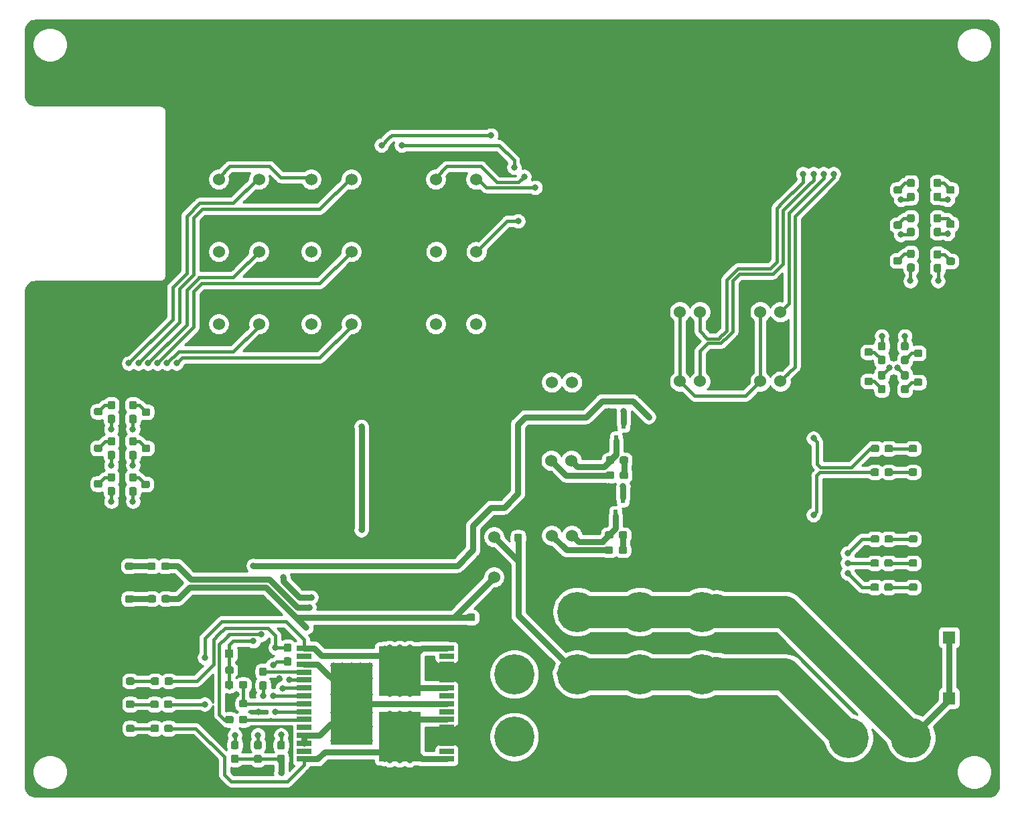
<source format=gbr>
G04 #@! TF.GenerationSoftware,KiCad,Pcbnew,(5.1.5)-2*
G04 #@! TF.CreationDate,2020-02-26T09:46:14-06:00*
G04 #@! TF.ProjectId,ArmBoard_Hardware,41726d42-6f61-4726-945f-486172647761,rev?*
G04 #@! TF.SameCoordinates,Original*
G04 #@! TF.FileFunction,Copper,L1,Top*
G04 #@! TF.FilePolarity,Positive*
%FSLAX46Y46*%
G04 Gerber Fmt 4.6, Leading zero omitted, Abs format (unit mm)*
G04 Created by KiCad (PCBNEW (5.1.5)-2) date 2020-02-26 09:46:14*
%MOMM*%
%LPD*%
G04 APERTURE LIST*
%ADD10C,5.080000*%
%ADD11C,1.524000*%
%ADD12C,0.100000*%
%ADD13R,0.558800X1.320800*%
%ADD14R,5.257800X6.223000*%
%ADD15R,5.257800X10.312400*%
%ADD16R,1.854200X0.635000*%
%ADD17R,1.600000X1.600000*%
%ADD18C,1.600000*%
%ADD19R,1.000000X1.000000*%
%ADD20C,0.800000*%
%ADD21C,0.381000*%
%ADD22C,4.104000*%
%ADD23C,4.104006*%
%ADD24C,0.762000*%
%ADD25C,0.254000*%
G04 APERTURE END LIST*
D10*
X108559000Y-113600000D03*
X108559000Y-121500000D03*
X108559000Y-129400000D03*
X124370500Y-113600000D03*
X124370500Y-121500000D03*
X124370500Y-129400000D03*
X116496500Y-113600000D03*
X116496500Y-121500000D03*
X116496500Y-129400000D03*
X150749000Y-129540000D03*
X142875000Y-129540000D03*
X135001000Y-129540000D03*
D11*
X80010000Y-77216000D03*
X77470000Y-77216000D03*
X74930000Y-77216000D03*
G04 #@! TA.AperFunction,SMDPad,CuDef*
D12*
G36*
X101352779Y-103729144D02*
G01*
X101375834Y-103732563D01*
X101398443Y-103738227D01*
X101420387Y-103746079D01*
X101441457Y-103756044D01*
X101461448Y-103768026D01*
X101480168Y-103781910D01*
X101497438Y-103797562D01*
X101513090Y-103814832D01*
X101526974Y-103833552D01*
X101538956Y-103853543D01*
X101548921Y-103874613D01*
X101556773Y-103896557D01*
X101562437Y-103919166D01*
X101565856Y-103942221D01*
X101567000Y-103965500D01*
X101567000Y-104540500D01*
X101565856Y-104563779D01*
X101562437Y-104586834D01*
X101556773Y-104609443D01*
X101548921Y-104631387D01*
X101538956Y-104652457D01*
X101526974Y-104672448D01*
X101513090Y-104691168D01*
X101497438Y-104708438D01*
X101480168Y-104724090D01*
X101461448Y-104737974D01*
X101441457Y-104749956D01*
X101420387Y-104759921D01*
X101398443Y-104767773D01*
X101375834Y-104773437D01*
X101352779Y-104776856D01*
X101329500Y-104778000D01*
X100854500Y-104778000D01*
X100831221Y-104776856D01*
X100808166Y-104773437D01*
X100785557Y-104767773D01*
X100763613Y-104759921D01*
X100742543Y-104749956D01*
X100722552Y-104737974D01*
X100703832Y-104724090D01*
X100686562Y-104708438D01*
X100670910Y-104691168D01*
X100657026Y-104672448D01*
X100645044Y-104652457D01*
X100635079Y-104631387D01*
X100627227Y-104609443D01*
X100621563Y-104586834D01*
X100618144Y-104563779D01*
X100617000Y-104540500D01*
X100617000Y-103965500D01*
X100618144Y-103942221D01*
X100621563Y-103919166D01*
X100627227Y-103896557D01*
X100635079Y-103874613D01*
X100645044Y-103853543D01*
X100657026Y-103833552D01*
X100670910Y-103814832D01*
X100686562Y-103797562D01*
X100703832Y-103781910D01*
X100722552Y-103768026D01*
X100742543Y-103756044D01*
X100763613Y-103746079D01*
X100785557Y-103738227D01*
X100808166Y-103732563D01*
X100831221Y-103729144D01*
X100854500Y-103728000D01*
X101329500Y-103728000D01*
X101352779Y-103729144D01*
G37*
G04 #@! TD.AperFunction*
G04 #@! TA.AperFunction,SMDPad,CuDef*
G36*
X101352779Y-101979144D02*
G01*
X101375834Y-101982563D01*
X101398443Y-101988227D01*
X101420387Y-101996079D01*
X101441457Y-102006044D01*
X101461448Y-102018026D01*
X101480168Y-102031910D01*
X101497438Y-102047562D01*
X101513090Y-102064832D01*
X101526974Y-102083552D01*
X101538956Y-102103543D01*
X101548921Y-102124613D01*
X101556773Y-102146557D01*
X101562437Y-102169166D01*
X101565856Y-102192221D01*
X101567000Y-102215500D01*
X101567000Y-102790500D01*
X101565856Y-102813779D01*
X101562437Y-102836834D01*
X101556773Y-102859443D01*
X101548921Y-102881387D01*
X101538956Y-102902457D01*
X101526974Y-102922448D01*
X101513090Y-102941168D01*
X101497438Y-102958438D01*
X101480168Y-102974090D01*
X101461448Y-102987974D01*
X101441457Y-102999956D01*
X101420387Y-103009921D01*
X101398443Y-103017773D01*
X101375834Y-103023437D01*
X101352779Y-103026856D01*
X101329500Y-103028000D01*
X100854500Y-103028000D01*
X100831221Y-103026856D01*
X100808166Y-103023437D01*
X100785557Y-103017773D01*
X100763613Y-103009921D01*
X100742543Y-102999956D01*
X100722552Y-102987974D01*
X100703832Y-102974090D01*
X100686562Y-102958438D01*
X100670910Y-102941168D01*
X100657026Y-102922448D01*
X100645044Y-102902457D01*
X100635079Y-102881387D01*
X100627227Y-102859443D01*
X100621563Y-102836834D01*
X100618144Y-102813779D01*
X100617000Y-102790500D01*
X100617000Y-102215500D01*
X100618144Y-102192221D01*
X100621563Y-102169166D01*
X100627227Y-102146557D01*
X100635079Y-102124613D01*
X100645044Y-102103543D01*
X100657026Y-102083552D01*
X100670910Y-102064832D01*
X100686562Y-102047562D01*
X100703832Y-102031910D01*
X100722552Y-102018026D01*
X100742543Y-102006044D01*
X100763613Y-101996079D01*
X100785557Y-101988227D01*
X100808166Y-101982563D01*
X100831221Y-101979144D01*
X100854500Y-101978000D01*
X101329500Y-101978000D01*
X101352779Y-101979144D01*
G37*
G04 #@! TD.AperFunction*
D11*
X98044000Y-104140000D03*
X98044000Y-106680000D03*
X98044000Y-109220000D03*
G04 #@! TA.AperFunction,SMDPad,CuDef*
D12*
G36*
X50475779Y-107349144D02*
G01*
X50498834Y-107352563D01*
X50521443Y-107358227D01*
X50543387Y-107366079D01*
X50564457Y-107376044D01*
X50584448Y-107388026D01*
X50603168Y-107401910D01*
X50620438Y-107417562D01*
X50636090Y-107434832D01*
X50649974Y-107453552D01*
X50661956Y-107473543D01*
X50671921Y-107494613D01*
X50679773Y-107516557D01*
X50685437Y-107539166D01*
X50688856Y-107562221D01*
X50690000Y-107585500D01*
X50690000Y-108060500D01*
X50688856Y-108083779D01*
X50685437Y-108106834D01*
X50679773Y-108129443D01*
X50671921Y-108151387D01*
X50661956Y-108172457D01*
X50649974Y-108192448D01*
X50636090Y-108211168D01*
X50620438Y-108228438D01*
X50603168Y-108244090D01*
X50584448Y-108257974D01*
X50564457Y-108269956D01*
X50543387Y-108279921D01*
X50521443Y-108287773D01*
X50498834Y-108293437D01*
X50475779Y-108296856D01*
X50452500Y-108298000D01*
X49877500Y-108298000D01*
X49854221Y-108296856D01*
X49831166Y-108293437D01*
X49808557Y-108287773D01*
X49786613Y-108279921D01*
X49765543Y-108269956D01*
X49745552Y-108257974D01*
X49726832Y-108244090D01*
X49709562Y-108228438D01*
X49693910Y-108211168D01*
X49680026Y-108192448D01*
X49668044Y-108172457D01*
X49658079Y-108151387D01*
X49650227Y-108129443D01*
X49644563Y-108106834D01*
X49641144Y-108083779D01*
X49640000Y-108060500D01*
X49640000Y-107585500D01*
X49641144Y-107562221D01*
X49644563Y-107539166D01*
X49650227Y-107516557D01*
X49658079Y-107494613D01*
X49668044Y-107473543D01*
X49680026Y-107453552D01*
X49693910Y-107434832D01*
X49709562Y-107417562D01*
X49726832Y-107401910D01*
X49745552Y-107388026D01*
X49765543Y-107376044D01*
X49786613Y-107366079D01*
X49808557Y-107358227D01*
X49831166Y-107352563D01*
X49854221Y-107349144D01*
X49877500Y-107348000D01*
X50452500Y-107348000D01*
X50475779Y-107349144D01*
G37*
G04 #@! TD.AperFunction*
G04 #@! TA.AperFunction,SMDPad,CuDef*
G36*
X52225779Y-107349144D02*
G01*
X52248834Y-107352563D01*
X52271443Y-107358227D01*
X52293387Y-107366079D01*
X52314457Y-107376044D01*
X52334448Y-107388026D01*
X52353168Y-107401910D01*
X52370438Y-107417562D01*
X52386090Y-107434832D01*
X52399974Y-107453552D01*
X52411956Y-107473543D01*
X52421921Y-107494613D01*
X52429773Y-107516557D01*
X52435437Y-107539166D01*
X52438856Y-107562221D01*
X52440000Y-107585500D01*
X52440000Y-108060500D01*
X52438856Y-108083779D01*
X52435437Y-108106834D01*
X52429773Y-108129443D01*
X52421921Y-108151387D01*
X52411956Y-108172457D01*
X52399974Y-108192448D01*
X52386090Y-108211168D01*
X52370438Y-108228438D01*
X52353168Y-108244090D01*
X52334448Y-108257974D01*
X52314457Y-108269956D01*
X52293387Y-108279921D01*
X52271443Y-108287773D01*
X52248834Y-108293437D01*
X52225779Y-108296856D01*
X52202500Y-108298000D01*
X51627500Y-108298000D01*
X51604221Y-108296856D01*
X51581166Y-108293437D01*
X51558557Y-108287773D01*
X51536613Y-108279921D01*
X51515543Y-108269956D01*
X51495552Y-108257974D01*
X51476832Y-108244090D01*
X51459562Y-108228438D01*
X51443910Y-108211168D01*
X51430026Y-108192448D01*
X51418044Y-108172457D01*
X51408079Y-108151387D01*
X51400227Y-108129443D01*
X51394563Y-108106834D01*
X51391144Y-108083779D01*
X51390000Y-108060500D01*
X51390000Y-107585500D01*
X51391144Y-107562221D01*
X51394563Y-107539166D01*
X51400227Y-107516557D01*
X51408079Y-107494613D01*
X51418044Y-107473543D01*
X51430026Y-107453552D01*
X51443910Y-107434832D01*
X51459562Y-107417562D01*
X51476832Y-107401910D01*
X51495552Y-107388026D01*
X51515543Y-107376044D01*
X51536613Y-107366079D01*
X51558557Y-107358227D01*
X51581166Y-107352563D01*
X51604221Y-107349144D01*
X51627500Y-107348000D01*
X52202500Y-107348000D01*
X52225779Y-107349144D01*
G37*
G04 #@! TD.AperFunction*
G04 #@! TA.AperFunction,SMDPad,CuDef*
G36*
X56811779Y-107349144D02*
G01*
X56834834Y-107352563D01*
X56857443Y-107358227D01*
X56879387Y-107366079D01*
X56900457Y-107376044D01*
X56920448Y-107388026D01*
X56939168Y-107401910D01*
X56956438Y-107417562D01*
X56972090Y-107434832D01*
X56985974Y-107453552D01*
X56997956Y-107473543D01*
X57007921Y-107494613D01*
X57015773Y-107516557D01*
X57021437Y-107539166D01*
X57024856Y-107562221D01*
X57026000Y-107585500D01*
X57026000Y-108060500D01*
X57024856Y-108083779D01*
X57021437Y-108106834D01*
X57015773Y-108129443D01*
X57007921Y-108151387D01*
X56997956Y-108172457D01*
X56985974Y-108192448D01*
X56972090Y-108211168D01*
X56956438Y-108228438D01*
X56939168Y-108244090D01*
X56920448Y-108257974D01*
X56900457Y-108269956D01*
X56879387Y-108279921D01*
X56857443Y-108287773D01*
X56834834Y-108293437D01*
X56811779Y-108296856D01*
X56788500Y-108298000D01*
X56213500Y-108298000D01*
X56190221Y-108296856D01*
X56167166Y-108293437D01*
X56144557Y-108287773D01*
X56122613Y-108279921D01*
X56101543Y-108269956D01*
X56081552Y-108257974D01*
X56062832Y-108244090D01*
X56045562Y-108228438D01*
X56029910Y-108211168D01*
X56016026Y-108192448D01*
X56004044Y-108172457D01*
X55994079Y-108151387D01*
X55986227Y-108129443D01*
X55980563Y-108106834D01*
X55977144Y-108083779D01*
X55976000Y-108060500D01*
X55976000Y-107585500D01*
X55977144Y-107562221D01*
X55980563Y-107539166D01*
X55986227Y-107516557D01*
X55994079Y-107494613D01*
X56004044Y-107473543D01*
X56016026Y-107453552D01*
X56029910Y-107434832D01*
X56045562Y-107417562D01*
X56062832Y-107401910D01*
X56081552Y-107388026D01*
X56101543Y-107376044D01*
X56122613Y-107366079D01*
X56144557Y-107358227D01*
X56167166Y-107352563D01*
X56190221Y-107349144D01*
X56213500Y-107348000D01*
X56788500Y-107348000D01*
X56811779Y-107349144D01*
G37*
G04 #@! TD.AperFunction*
G04 #@! TA.AperFunction,SMDPad,CuDef*
G36*
X55061779Y-107349144D02*
G01*
X55084834Y-107352563D01*
X55107443Y-107358227D01*
X55129387Y-107366079D01*
X55150457Y-107376044D01*
X55170448Y-107388026D01*
X55189168Y-107401910D01*
X55206438Y-107417562D01*
X55222090Y-107434832D01*
X55235974Y-107453552D01*
X55247956Y-107473543D01*
X55257921Y-107494613D01*
X55265773Y-107516557D01*
X55271437Y-107539166D01*
X55274856Y-107562221D01*
X55276000Y-107585500D01*
X55276000Y-108060500D01*
X55274856Y-108083779D01*
X55271437Y-108106834D01*
X55265773Y-108129443D01*
X55257921Y-108151387D01*
X55247956Y-108172457D01*
X55235974Y-108192448D01*
X55222090Y-108211168D01*
X55206438Y-108228438D01*
X55189168Y-108244090D01*
X55170448Y-108257974D01*
X55150457Y-108269956D01*
X55129387Y-108279921D01*
X55107443Y-108287773D01*
X55084834Y-108293437D01*
X55061779Y-108296856D01*
X55038500Y-108298000D01*
X54463500Y-108298000D01*
X54440221Y-108296856D01*
X54417166Y-108293437D01*
X54394557Y-108287773D01*
X54372613Y-108279921D01*
X54351543Y-108269956D01*
X54331552Y-108257974D01*
X54312832Y-108244090D01*
X54295562Y-108228438D01*
X54279910Y-108211168D01*
X54266026Y-108192448D01*
X54254044Y-108172457D01*
X54244079Y-108151387D01*
X54236227Y-108129443D01*
X54230563Y-108106834D01*
X54227144Y-108083779D01*
X54226000Y-108060500D01*
X54226000Y-107585500D01*
X54227144Y-107562221D01*
X54230563Y-107539166D01*
X54236227Y-107516557D01*
X54244079Y-107494613D01*
X54254044Y-107473543D01*
X54266026Y-107453552D01*
X54279910Y-107434832D01*
X54295562Y-107417562D01*
X54312832Y-107401910D01*
X54331552Y-107388026D01*
X54351543Y-107376044D01*
X54372613Y-107366079D01*
X54394557Y-107358227D01*
X54417166Y-107352563D01*
X54440221Y-107349144D01*
X54463500Y-107348000D01*
X55038500Y-107348000D01*
X55061779Y-107349144D01*
G37*
G04 #@! TD.AperFunction*
G04 #@! TA.AperFunction,SMDPad,CuDef*
G36*
X114646279Y-105317144D02*
G01*
X114669334Y-105320563D01*
X114691943Y-105326227D01*
X114713887Y-105334079D01*
X114734957Y-105344044D01*
X114754948Y-105356026D01*
X114773668Y-105369910D01*
X114790938Y-105385562D01*
X114806590Y-105402832D01*
X114820474Y-105421552D01*
X114832456Y-105441543D01*
X114842421Y-105462613D01*
X114850273Y-105484557D01*
X114855937Y-105507166D01*
X114859356Y-105530221D01*
X114860500Y-105553500D01*
X114860500Y-106028500D01*
X114859356Y-106051779D01*
X114855937Y-106074834D01*
X114850273Y-106097443D01*
X114842421Y-106119387D01*
X114832456Y-106140457D01*
X114820474Y-106160448D01*
X114806590Y-106179168D01*
X114790938Y-106196438D01*
X114773668Y-106212090D01*
X114754948Y-106225974D01*
X114734957Y-106237956D01*
X114713887Y-106247921D01*
X114691943Y-106255773D01*
X114669334Y-106261437D01*
X114646279Y-106264856D01*
X114623000Y-106266000D01*
X114048000Y-106266000D01*
X114024721Y-106264856D01*
X114001666Y-106261437D01*
X113979057Y-106255773D01*
X113957113Y-106247921D01*
X113936043Y-106237956D01*
X113916052Y-106225974D01*
X113897332Y-106212090D01*
X113880062Y-106196438D01*
X113864410Y-106179168D01*
X113850526Y-106160448D01*
X113838544Y-106140457D01*
X113828579Y-106119387D01*
X113820727Y-106097443D01*
X113815063Y-106074834D01*
X113811644Y-106051779D01*
X113810500Y-106028500D01*
X113810500Y-105553500D01*
X113811644Y-105530221D01*
X113815063Y-105507166D01*
X113820727Y-105484557D01*
X113828579Y-105462613D01*
X113838544Y-105441543D01*
X113850526Y-105421552D01*
X113864410Y-105402832D01*
X113880062Y-105385562D01*
X113897332Y-105369910D01*
X113916052Y-105356026D01*
X113936043Y-105344044D01*
X113957113Y-105334079D01*
X113979057Y-105326227D01*
X114001666Y-105320563D01*
X114024721Y-105317144D01*
X114048000Y-105316000D01*
X114623000Y-105316000D01*
X114646279Y-105317144D01*
G37*
G04 #@! TD.AperFunction*
G04 #@! TA.AperFunction,SMDPad,CuDef*
G36*
X112896279Y-105317144D02*
G01*
X112919334Y-105320563D01*
X112941943Y-105326227D01*
X112963887Y-105334079D01*
X112984957Y-105344044D01*
X113004948Y-105356026D01*
X113023668Y-105369910D01*
X113040938Y-105385562D01*
X113056590Y-105402832D01*
X113070474Y-105421552D01*
X113082456Y-105441543D01*
X113092421Y-105462613D01*
X113100273Y-105484557D01*
X113105937Y-105507166D01*
X113109356Y-105530221D01*
X113110500Y-105553500D01*
X113110500Y-106028500D01*
X113109356Y-106051779D01*
X113105937Y-106074834D01*
X113100273Y-106097443D01*
X113092421Y-106119387D01*
X113082456Y-106140457D01*
X113070474Y-106160448D01*
X113056590Y-106179168D01*
X113040938Y-106196438D01*
X113023668Y-106212090D01*
X113004948Y-106225974D01*
X112984957Y-106237956D01*
X112963887Y-106247921D01*
X112941943Y-106255773D01*
X112919334Y-106261437D01*
X112896279Y-106264856D01*
X112873000Y-106266000D01*
X112298000Y-106266000D01*
X112274721Y-106264856D01*
X112251666Y-106261437D01*
X112229057Y-106255773D01*
X112207113Y-106247921D01*
X112186043Y-106237956D01*
X112166052Y-106225974D01*
X112147332Y-106212090D01*
X112130062Y-106196438D01*
X112114410Y-106179168D01*
X112100526Y-106160448D01*
X112088544Y-106140457D01*
X112078579Y-106119387D01*
X112070727Y-106097443D01*
X112065063Y-106074834D01*
X112061644Y-106051779D01*
X112060500Y-106028500D01*
X112060500Y-105553500D01*
X112061644Y-105530221D01*
X112065063Y-105507166D01*
X112070727Y-105484557D01*
X112078579Y-105462613D01*
X112088544Y-105441543D01*
X112100526Y-105421552D01*
X112114410Y-105402832D01*
X112130062Y-105385562D01*
X112147332Y-105369910D01*
X112166052Y-105356026D01*
X112186043Y-105344044D01*
X112207113Y-105334079D01*
X112229057Y-105326227D01*
X112251666Y-105320563D01*
X112274721Y-105317144D01*
X112298000Y-105316000D01*
X112873000Y-105316000D01*
X112896279Y-105317144D01*
G37*
G04 #@! TD.AperFunction*
G04 #@! TA.AperFunction,SMDPad,CuDef*
G36*
X114660279Y-103412144D02*
G01*
X114683334Y-103415563D01*
X114705943Y-103421227D01*
X114727887Y-103429079D01*
X114748957Y-103439044D01*
X114768948Y-103451026D01*
X114787668Y-103464910D01*
X114804938Y-103480562D01*
X114820590Y-103497832D01*
X114834474Y-103516552D01*
X114846456Y-103536543D01*
X114856421Y-103557613D01*
X114864273Y-103579557D01*
X114869937Y-103602166D01*
X114873356Y-103625221D01*
X114874500Y-103648500D01*
X114874500Y-104123500D01*
X114873356Y-104146779D01*
X114869937Y-104169834D01*
X114864273Y-104192443D01*
X114856421Y-104214387D01*
X114846456Y-104235457D01*
X114834474Y-104255448D01*
X114820590Y-104274168D01*
X114804938Y-104291438D01*
X114787668Y-104307090D01*
X114768948Y-104320974D01*
X114748957Y-104332956D01*
X114727887Y-104342921D01*
X114705943Y-104350773D01*
X114683334Y-104356437D01*
X114660279Y-104359856D01*
X114637000Y-104361000D01*
X114062000Y-104361000D01*
X114038721Y-104359856D01*
X114015666Y-104356437D01*
X113993057Y-104350773D01*
X113971113Y-104342921D01*
X113950043Y-104332956D01*
X113930052Y-104320974D01*
X113911332Y-104307090D01*
X113894062Y-104291438D01*
X113878410Y-104274168D01*
X113864526Y-104255448D01*
X113852544Y-104235457D01*
X113842579Y-104214387D01*
X113834727Y-104192443D01*
X113829063Y-104169834D01*
X113825644Y-104146779D01*
X113824500Y-104123500D01*
X113824500Y-103648500D01*
X113825644Y-103625221D01*
X113829063Y-103602166D01*
X113834727Y-103579557D01*
X113842579Y-103557613D01*
X113852544Y-103536543D01*
X113864526Y-103516552D01*
X113878410Y-103497832D01*
X113894062Y-103480562D01*
X113911332Y-103464910D01*
X113930052Y-103451026D01*
X113950043Y-103439044D01*
X113971113Y-103429079D01*
X113993057Y-103421227D01*
X114015666Y-103415563D01*
X114038721Y-103412144D01*
X114062000Y-103411000D01*
X114637000Y-103411000D01*
X114660279Y-103412144D01*
G37*
G04 #@! TD.AperFunction*
G04 #@! TA.AperFunction,SMDPad,CuDef*
G36*
X112910279Y-103412144D02*
G01*
X112933334Y-103415563D01*
X112955943Y-103421227D01*
X112977887Y-103429079D01*
X112998957Y-103439044D01*
X113018948Y-103451026D01*
X113037668Y-103464910D01*
X113054938Y-103480562D01*
X113070590Y-103497832D01*
X113084474Y-103516552D01*
X113096456Y-103536543D01*
X113106421Y-103557613D01*
X113114273Y-103579557D01*
X113119937Y-103602166D01*
X113123356Y-103625221D01*
X113124500Y-103648500D01*
X113124500Y-104123500D01*
X113123356Y-104146779D01*
X113119937Y-104169834D01*
X113114273Y-104192443D01*
X113106421Y-104214387D01*
X113096456Y-104235457D01*
X113084474Y-104255448D01*
X113070590Y-104274168D01*
X113054938Y-104291438D01*
X113037668Y-104307090D01*
X113018948Y-104320974D01*
X112998957Y-104332956D01*
X112977887Y-104342921D01*
X112955943Y-104350773D01*
X112933334Y-104356437D01*
X112910279Y-104359856D01*
X112887000Y-104361000D01*
X112312000Y-104361000D01*
X112288721Y-104359856D01*
X112265666Y-104356437D01*
X112243057Y-104350773D01*
X112221113Y-104342921D01*
X112200043Y-104332956D01*
X112180052Y-104320974D01*
X112161332Y-104307090D01*
X112144062Y-104291438D01*
X112128410Y-104274168D01*
X112114526Y-104255448D01*
X112102544Y-104235457D01*
X112092579Y-104214387D01*
X112084727Y-104192443D01*
X112079063Y-104169834D01*
X112075644Y-104146779D01*
X112074500Y-104123500D01*
X112074500Y-103648500D01*
X112075644Y-103625221D01*
X112079063Y-103602166D01*
X112084727Y-103579557D01*
X112092579Y-103557613D01*
X112102544Y-103536543D01*
X112114526Y-103516552D01*
X112128410Y-103497832D01*
X112144062Y-103480562D01*
X112161332Y-103464910D01*
X112180052Y-103451026D01*
X112200043Y-103439044D01*
X112221113Y-103429079D01*
X112243057Y-103421227D01*
X112265666Y-103415563D01*
X112288721Y-103412144D01*
X112312000Y-103411000D01*
X112887000Y-103411000D01*
X112910279Y-103412144D01*
G37*
G04 #@! TD.AperFunction*
D11*
X95758000Y-77216000D03*
X93218000Y-77216000D03*
X90678000Y-77216000D03*
X80010000Y-68072000D03*
X77470000Y-68072000D03*
X74930000Y-68072000D03*
D13*
X114414300Y-89763600D03*
X112534700Y-89763600D03*
X113474500Y-91948000D03*
X113411000Y-101358700D03*
X112471200Y-99174300D03*
X114350800Y-99174300D03*
D11*
X63246000Y-77216000D03*
X65786000Y-77216000D03*
X68326000Y-77216000D03*
G04 #@! TA.AperFunction,SMDPad,CuDef*
D12*
G36*
X71380779Y-131683144D02*
G01*
X71403834Y-131686563D01*
X71426443Y-131692227D01*
X71448387Y-131700079D01*
X71469457Y-131710044D01*
X71489448Y-131722026D01*
X71508168Y-131735910D01*
X71525438Y-131751562D01*
X71541090Y-131768832D01*
X71554974Y-131787552D01*
X71566956Y-131807543D01*
X71576921Y-131828613D01*
X71584773Y-131850557D01*
X71590437Y-131873166D01*
X71593856Y-131896221D01*
X71595000Y-131919500D01*
X71595000Y-132494500D01*
X71593856Y-132517779D01*
X71590437Y-132540834D01*
X71584773Y-132563443D01*
X71576921Y-132585387D01*
X71566956Y-132606457D01*
X71554974Y-132626448D01*
X71541090Y-132645168D01*
X71525438Y-132662438D01*
X71508168Y-132678090D01*
X71489448Y-132691974D01*
X71469457Y-132703956D01*
X71448387Y-132713921D01*
X71426443Y-132721773D01*
X71403834Y-132727437D01*
X71380779Y-132730856D01*
X71357500Y-132732000D01*
X70882500Y-132732000D01*
X70859221Y-132730856D01*
X70836166Y-132727437D01*
X70813557Y-132721773D01*
X70791613Y-132713921D01*
X70770543Y-132703956D01*
X70750552Y-132691974D01*
X70731832Y-132678090D01*
X70714562Y-132662438D01*
X70698910Y-132645168D01*
X70685026Y-132626448D01*
X70673044Y-132606457D01*
X70663079Y-132585387D01*
X70655227Y-132563443D01*
X70649563Y-132540834D01*
X70646144Y-132517779D01*
X70645000Y-132494500D01*
X70645000Y-131919500D01*
X70646144Y-131896221D01*
X70649563Y-131873166D01*
X70655227Y-131850557D01*
X70663079Y-131828613D01*
X70673044Y-131807543D01*
X70685026Y-131787552D01*
X70698910Y-131768832D01*
X70714562Y-131751562D01*
X70731832Y-131735910D01*
X70750552Y-131722026D01*
X70770543Y-131710044D01*
X70791613Y-131700079D01*
X70813557Y-131692227D01*
X70836166Y-131686563D01*
X70859221Y-131683144D01*
X70882500Y-131682000D01*
X71357500Y-131682000D01*
X71380779Y-131683144D01*
G37*
G04 #@! TD.AperFunction*
G04 #@! TA.AperFunction,SMDPad,CuDef*
G36*
X71380779Y-129933144D02*
G01*
X71403834Y-129936563D01*
X71426443Y-129942227D01*
X71448387Y-129950079D01*
X71469457Y-129960044D01*
X71489448Y-129972026D01*
X71508168Y-129985910D01*
X71525438Y-130001562D01*
X71541090Y-130018832D01*
X71554974Y-130037552D01*
X71566956Y-130057543D01*
X71576921Y-130078613D01*
X71584773Y-130100557D01*
X71590437Y-130123166D01*
X71593856Y-130146221D01*
X71595000Y-130169500D01*
X71595000Y-130744500D01*
X71593856Y-130767779D01*
X71590437Y-130790834D01*
X71584773Y-130813443D01*
X71576921Y-130835387D01*
X71566956Y-130856457D01*
X71554974Y-130876448D01*
X71541090Y-130895168D01*
X71525438Y-130912438D01*
X71508168Y-130928090D01*
X71489448Y-130941974D01*
X71469457Y-130953956D01*
X71448387Y-130963921D01*
X71426443Y-130971773D01*
X71403834Y-130977437D01*
X71380779Y-130980856D01*
X71357500Y-130982000D01*
X70882500Y-130982000D01*
X70859221Y-130980856D01*
X70836166Y-130977437D01*
X70813557Y-130971773D01*
X70791613Y-130963921D01*
X70770543Y-130953956D01*
X70750552Y-130941974D01*
X70731832Y-130928090D01*
X70714562Y-130912438D01*
X70698910Y-130895168D01*
X70685026Y-130876448D01*
X70673044Y-130856457D01*
X70663079Y-130835387D01*
X70655227Y-130813443D01*
X70649563Y-130790834D01*
X70646144Y-130767779D01*
X70645000Y-130744500D01*
X70645000Y-130169500D01*
X70646144Y-130146221D01*
X70649563Y-130123166D01*
X70655227Y-130100557D01*
X70663079Y-130078613D01*
X70673044Y-130057543D01*
X70685026Y-130037552D01*
X70698910Y-130018832D01*
X70714562Y-130001562D01*
X70731832Y-129985910D01*
X70750552Y-129972026D01*
X70770543Y-129960044D01*
X70791613Y-129950079D01*
X70813557Y-129942227D01*
X70836166Y-129936563D01*
X70859221Y-129933144D01*
X70882500Y-129932000D01*
X71357500Y-129932000D01*
X71380779Y-129933144D01*
G37*
G04 #@! TD.AperFunction*
D11*
X124079000Y-84455000D03*
X121539000Y-84455000D03*
G04 #@! TA.AperFunction,SMDPad,CuDef*
D12*
G36*
X57242279Y-121890644D02*
G01*
X57265334Y-121894063D01*
X57287943Y-121899727D01*
X57309887Y-121907579D01*
X57330957Y-121917544D01*
X57350948Y-121929526D01*
X57369668Y-121943410D01*
X57386938Y-121959062D01*
X57402590Y-121976332D01*
X57416474Y-121995052D01*
X57428456Y-122015043D01*
X57438421Y-122036113D01*
X57446273Y-122058057D01*
X57451937Y-122080666D01*
X57455356Y-122103721D01*
X57456500Y-122127000D01*
X57456500Y-122602000D01*
X57455356Y-122625279D01*
X57451937Y-122648334D01*
X57446273Y-122670943D01*
X57438421Y-122692887D01*
X57428456Y-122713957D01*
X57416474Y-122733948D01*
X57402590Y-122752668D01*
X57386938Y-122769938D01*
X57369668Y-122785590D01*
X57350948Y-122799474D01*
X57330957Y-122811456D01*
X57309887Y-122821421D01*
X57287943Y-122829273D01*
X57265334Y-122834937D01*
X57242279Y-122838356D01*
X57219000Y-122839500D01*
X56644000Y-122839500D01*
X56620721Y-122838356D01*
X56597666Y-122834937D01*
X56575057Y-122829273D01*
X56553113Y-122821421D01*
X56532043Y-122811456D01*
X56512052Y-122799474D01*
X56493332Y-122785590D01*
X56476062Y-122769938D01*
X56460410Y-122752668D01*
X56446526Y-122733948D01*
X56434544Y-122713957D01*
X56424579Y-122692887D01*
X56416727Y-122670943D01*
X56411063Y-122648334D01*
X56407644Y-122625279D01*
X56406500Y-122602000D01*
X56406500Y-122127000D01*
X56407644Y-122103721D01*
X56411063Y-122080666D01*
X56416727Y-122058057D01*
X56424579Y-122036113D01*
X56434544Y-122015043D01*
X56446526Y-121995052D01*
X56460410Y-121976332D01*
X56476062Y-121959062D01*
X56493332Y-121943410D01*
X56512052Y-121929526D01*
X56532043Y-121917544D01*
X56553113Y-121907579D01*
X56575057Y-121899727D01*
X56597666Y-121894063D01*
X56620721Y-121890644D01*
X56644000Y-121889500D01*
X57219000Y-121889500D01*
X57242279Y-121890644D01*
G37*
G04 #@! TD.AperFunction*
G04 #@! TA.AperFunction,SMDPad,CuDef*
G36*
X55492279Y-121890644D02*
G01*
X55515334Y-121894063D01*
X55537943Y-121899727D01*
X55559887Y-121907579D01*
X55580957Y-121917544D01*
X55600948Y-121929526D01*
X55619668Y-121943410D01*
X55636938Y-121959062D01*
X55652590Y-121976332D01*
X55666474Y-121995052D01*
X55678456Y-122015043D01*
X55688421Y-122036113D01*
X55696273Y-122058057D01*
X55701937Y-122080666D01*
X55705356Y-122103721D01*
X55706500Y-122127000D01*
X55706500Y-122602000D01*
X55705356Y-122625279D01*
X55701937Y-122648334D01*
X55696273Y-122670943D01*
X55688421Y-122692887D01*
X55678456Y-122713957D01*
X55666474Y-122733948D01*
X55652590Y-122752668D01*
X55636938Y-122769938D01*
X55619668Y-122785590D01*
X55600948Y-122799474D01*
X55580957Y-122811456D01*
X55559887Y-122821421D01*
X55537943Y-122829273D01*
X55515334Y-122834937D01*
X55492279Y-122838356D01*
X55469000Y-122839500D01*
X54894000Y-122839500D01*
X54870721Y-122838356D01*
X54847666Y-122834937D01*
X54825057Y-122829273D01*
X54803113Y-122821421D01*
X54782043Y-122811456D01*
X54762052Y-122799474D01*
X54743332Y-122785590D01*
X54726062Y-122769938D01*
X54710410Y-122752668D01*
X54696526Y-122733948D01*
X54684544Y-122713957D01*
X54674579Y-122692887D01*
X54666727Y-122670943D01*
X54661063Y-122648334D01*
X54657644Y-122625279D01*
X54656500Y-122602000D01*
X54656500Y-122127000D01*
X54657644Y-122103721D01*
X54661063Y-122080666D01*
X54666727Y-122058057D01*
X54674579Y-122036113D01*
X54684544Y-122015043D01*
X54696526Y-121995052D01*
X54710410Y-121976332D01*
X54726062Y-121959062D01*
X54743332Y-121943410D01*
X54762052Y-121929526D01*
X54782043Y-121917544D01*
X54803113Y-121907579D01*
X54825057Y-121899727D01*
X54847666Y-121894063D01*
X54870721Y-121890644D01*
X54894000Y-121889500D01*
X55469000Y-121889500D01*
X55492279Y-121890644D01*
G37*
G04 #@! TD.AperFunction*
G04 #@! TA.AperFunction,SMDPad,CuDef*
G36*
X52366779Y-121890644D02*
G01*
X52389834Y-121894063D01*
X52412443Y-121899727D01*
X52434387Y-121907579D01*
X52455457Y-121917544D01*
X52475448Y-121929526D01*
X52494168Y-121943410D01*
X52511438Y-121959062D01*
X52527090Y-121976332D01*
X52540974Y-121995052D01*
X52552956Y-122015043D01*
X52562921Y-122036113D01*
X52570773Y-122058057D01*
X52576437Y-122080666D01*
X52579856Y-122103721D01*
X52581000Y-122127000D01*
X52581000Y-122602000D01*
X52579856Y-122625279D01*
X52576437Y-122648334D01*
X52570773Y-122670943D01*
X52562921Y-122692887D01*
X52552956Y-122713957D01*
X52540974Y-122733948D01*
X52527090Y-122752668D01*
X52511438Y-122769938D01*
X52494168Y-122785590D01*
X52475448Y-122799474D01*
X52455457Y-122811456D01*
X52434387Y-122821421D01*
X52412443Y-122829273D01*
X52389834Y-122834937D01*
X52366779Y-122838356D01*
X52343500Y-122839500D01*
X51768500Y-122839500D01*
X51745221Y-122838356D01*
X51722166Y-122834937D01*
X51699557Y-122829273D01*
X51677613Y-122821421D01*
X51656543Y-122811456D01*
X51636552Y-122799474D01*
X51617832Y-122785590D01*
X51600562Y-122769938D01*
X51584910Y-122752668D01*
X51571026Y-122733948D01*
X51559044Y-122713957D01*
X51549079Y-122692887D01*
X51541227Y-122670943D01*
X51535563Y-122648334D01*
X51532144Y-122625279D01*
X51531000Y-122602000D01*
X51531000Y-122127000D01*
X51532144Y-122103721D01*
X51535563Y-122080666D01*
X51541227Y-122058057D01*
X51549079Y-122036113D01*
X51559044Y-122015043D01*
X51571026Y-121995052D01*
X51584910Y-121976332D01*
X51600562Y-121959062D01*
X51617832Y-121943410D01*
X51636552Y-121929526D01*
X51656543Y-121917544D01*
X51677613Y-121907579D01*
X51699557Y-121899727D01*
X51722166Y-121894063D01*
X51745221Y-121890644D01*
X51768500Y-121889500D01*
X52343500Y-121889500D01*
X52366779Y-121890644D01*
G37*
G04 #@! TD.AperFunction*
G04 #@! TA.AperFunction,SMDPad,CuDef*
G36*
X50616779Y-121890644D02*
G01*
X50639834Y-121894063D01*
X50662443Y-121899727D01*
X50684387Y-121907579D01*
X50705457Y-121917544D01*
X50725448Y-121929526D01*
X50744168Y-121943410D01*
X50761438Y-121959062D01*
X50777090Y-121976332D01*
X50790974Y-121995052D01*
X50802956Y-122015043D01*
X50812921Y-122036113D01*
X50820773Y-122058057D01*
X50826437Y-122080666D01*
X50829856Y-122103721D01*
X50831000Y-122127000D01*
X50831000Y-122602000D01*
X50829856Y-122625279D01*
X50826437Y-122648334D01*
X50820773Y-122670943D01*
X50812921Y-122692887D01*
X50802956Y-122713957D01*
X50790974Y-122733948D01*
X50777090Y-122752668D01*
X50761438Y-122769938D01*
X50744168Y-122785590D01*
X50725448Y-122799474D01*
X50705457Y-122811456D01*
X50684387Y-122821421D01*
X50662443Y-122829273D01*
X50639834Y-122834937D01*
X50616779Y-122838356D01*
X50593500Y-122839500D01*
X50018500Y-122839500D01*
X49995221Y-122838356D01*
X49972166Y-122834937D01*
X49949557Y-122829273D01*
X49927613Y-122821421D01*
X49906543Y-122811456D01*
X49886552Y-122799474D01*
X49867832Y-122785590D01*
X49850562Y-122769938D01*
X49834910Y-122752668D01*
X49821026Y-122733948D01*
X49809044Y-122713957D01*
X49799079Y-122692887D01*
X49791227Y-122670943D01*
X49785563Y-122648334D01*
X49782144Y-122625279D01*
X49781000Y-122602000D01*
X49781000Y-122127000D01*
X49782144Y-122103721D01*
X49785563Y-122080666D01*
X49791227Y-122058057D01*
X49799079Y-122036113D01*
X49809044Y-122015043D01*
X49821026Y-121995052D01*
X49834910Y-121976332D01*
X49850562Y-121959062D01*
X49867832Y-121943410D01*
X49886552Y-121929526D01*
X49906543Y-121917544D01*
X49927613Y-121907579D01*
X49949557Y-121899727D01*
X49972166Y-121894063D01*
X49995221Y-121890644D01*
X50018500Y-121889500D01*
X50593500Y-121889500D01*
X50616779Y-121890644D01*
G37*
G04 #@! TD.AperFunction*
D10*
X100621500Y-121500000D03*
X100621500Y-129400000D03*
D11*
X95758000Y-58928000D03*
X93218000Y-58928000D03*
X90678000Y-58928000D03*
X95821500Y-68072000D03*
X93281500Y-68072000D03*
X90741500Y-68072000D03*
D14*
X86106000Y-129387600D03*
D15*
X80010000Y-125222000D03*
D14*
X86106000Y-121056400D03*
D16*
X92062300Y-118221999D03*
X92062300Y-119221999D03*
X92062300Y-120222000D03*
X92062300Y-121222000D03*
X92062300Y-122222001D03*
X92062300Y-123221999D03*
X92062300Y-124221999D03*
X92062300Y-125222000D03*
X92062300Y-126222001D03*
X92062300Y-127222001D03*
X92062300Y-128221999D03*
X92062300Y-129222000D03*
X92062300Y-130222000D03*
X92062300Y-131222001D03*
X92062300Y-132221999D03*
X74053700Y-132222001D03*
X74053700Y-131222001D03*
X74053700Y-130222000D03*
X74053700Y-129222000D03*
X74053700Y-128221999D03*
X74053700Y-127222001D03*
X74053700Y-126222001D03*
X74053700Y-125222000D03*
X74053700Y-124221999D03*
X74053700Y-123221999D03*
X74053700Y-122222001D03*
X74053700Y-121222000D03*
X74053700Y-120222000D03*
X74053700Y-119221999D03*
X74053700Y-118222001D03*
D11*
X107823000Y-94488000D03*
X105283000Y-94488000D03*
X105346500Y-84582000D03*
X107886500Y-84582000D03*
X63246000Y-58928000D03*
X65786000Y-58928000D03*
X68326000Y-58928000D03*
X80010000Y-58928000D03*
X77470000Y-58928000D03*
X74930000Y-58928000D03*
X63246000Y-68072000D03*
X65786000Y-68072000D03*
X68326000Y-68072000D03*
X121539000Y-75692000D03*
X124079000Y-75692000D03*
X134239000Y-75692000D03*
X131699000Y-75692000D03*
X131699000Y-84455000D03*
X134239000Y-84455000D03*
X105346500Y-103949500D03*
X107886500Y-103949500D03*
G04 #@! TA.AperFunction,SMDPad,CuDef*
D12*
G36*
X146759916Y-122947131D02*
G01*
X146782971Y-122950550D01*
X146805580Y-122956214D01*
X146827524Y-122964066D01*
X146848594Y-122974031D01*
X146868585Y-122986013D01*
X146887305Y-122999897D01*
X146904575Y-123015549D01*
X147240451Y-123351425D01*
X147256103Y-123368695D01*
X147269987Y-123387415D01*
X147281969Y-123407406D01*
X147291934Y-123428476D01*
X147299786Y-123450420D01*
X147305450Y-123473029D01*
X147308869Y-123496084D01*
X147310013Y-123519363D01*
X147308869Y-123542642D01*
X147305450Y-123565697D01*
X147299786Y-123588306D01*
X147291934Y-123610250D01*
X147281969Y-123631320D01*
X147269987Y-123651311D01*
X147256103Y-123670031D01*
X147240451Y-123687301D01*
X146833865Y-124093887D01*
X146816595Y-124109539D01*
X146797875Y-124123423D01*
X146777884Y-124135405D01*
X146756814Y-124145370D01*
X146734870Y-124153222D01*
X146712261Y-124158886D01*
X146689206Y-124162305D01*
X146665927Y-124163449D01*
X146642648Y-124162305D01*
X146619593Y-124158886D01*
X146596984Y-124153222D01*
X146575040Y-124145370D01*
X146553970Y-124135405D01*
X146533979Y-124123423D01*
X146515259Y-124109539D01*
X146497989Y-124093887D01*
X146162113Y-123758011D01*
X146146461Y-123740741D01*
X146132577Y-123722021D01*
X146120595Y-123702030D01*
X146110630Y-123680960D01*
X146102778Y-123659016D01*
X146097114Y-123636407D01*
X146093695Y-123613352D01*
X146092551Y-123590073D01*
X146093695Y-123566794D01*
X146097114Y-123543739D01*
X146102778Y-123521130D01*
X146110630Y-123499186D01*
X146120595Y-123478116D01*
X146132577Y-123458125D01*
X146146461Y-123439405D01*
X146162113Y-123422135D01*
X146568699Y-123015549D01*
X146585969Y-122999897D01*
X146604689Y-122986013D01*
X146624680Y-122974031D01*
X146645750Y-122964066D01*
X146667694Y-122956214D01*
X146690303Y-122950550D01*
X146713358Y-122947131D01*
X146736637Y-122945987D01*
X146759916Y-122947131D01*
G37*
G04 #@! TD.AperFunction*
G04 #@! TA.AperFunction,SMDPad,CuDef*
G36*
X147997352Y-121709695D02*
G01*
X148020407Y-121713114D01*
X148043016Y-121718778D01*
X148064960Y-121726630D01*
X148086030Y-121736595D01*
X148106021Y-121748577D01*
X148124741Y-121762461D01*
X148142011Y-121778113D01*
X148477887Y-122113989D01*
X148493539Y-122131259D01*
X148507423Y-122149979D01*
X148519405Y-122169970D01*
X148529370Y-122191040D01*
X148537222Y-122212984D01*
X148542886Y-122235593D01*
X148546305Y-122258648D01*
X148547449Y-122281927D01*
X148546305Y-122305206D01*
X148542886Y-122328261D01*
X148537222Y-122350870D01*
X148529370Y-122372814D01*
X148519405Y-122393884D01*
X148507423Y-122413875D01*
X148493539Y-122432595D01*
X148477887Y-122449865D01*
X148071301Y-122856451D01*
X148054031Y-122872103D01*
X148035311Y-122885987D01*
X148015320Y-122897969D01*
X147994250Y-122907934D01*
X147972306Y-122915786D01*
X147949697Y-122921450D01*
X147926642Y-122924869D01*
X147903363Y-122926013D01*
X147880084Y-122924869D01*
X147857029Y-122921450D01*
X147834420Y-122915786D01*
X147812476Y-122907934D01*
X147791406Y-122897969D01*
X147771415Y-122885987D01*
X147752695Y-122872103D01*
X147735425Y-122856451D01*
X147399549Y-122520575D01*
X147383897Y-122503305D01*
X147370013Y-122484585D01*
X147358031Y-122464594D01*
X147348066Y-122443524D01*
X147340214Y-122421580D01*
X147334550Y-122398971D01*
X147331131Y-122375916D01*
X147329987Y-122352637D01*
X147331131Y-122329358D01*
X147334550Y-122306303D01*
X147340214Y-122283694D01*
X147348066Y-122261750D01*
X147358031Y-122240680D01*
X147370013Y-122220689D01*
X147383897Y-122201969D01*
X147399549Y-122184699D01*
X147806135Y-121778113D01*
X147823405Y-121762461D01*
X147842125Y-121748577D01*
X147862116Y-121736595D01*
X147883186Y-121726630D01*
X147905130Y-121718778D01*
X147927739Y-121713114D01*
X147950794Y-121709695D01*
X147974073Y-121708551D01*
X147997352Y-121709695D01*
G37*
G04 #@! TD.AperFunction*
G04 #@! TA.AperFunction,SMDPad,CuDef*
G36*
X144441352Y-118153695D02*
G01*
X144464407Y-118157114D01*
X144487016Y-118162778D01*
X144508960Y-118170630D01*
X144530030Y-118180595D01*
X144550021Y-118192577D01*
X144568741Y-118206461D01*
X144586011Y-118222113D01*
X144921887Y-118557989D01*
X144937539Y-118575259D01*
X144951423Y-118593979D01*
X144963405Y-118613970D01*
X144973370Y-118635040D01*
X144981222Y-118656984D01*
X144986886Y-118679593D01*
X144990305Y-118702648D01*
X144991449Y-118725927D01*
X144990305Y-118749206D01*
X144986886Y-118772261D01*
X144981222Y-118794870D01*
X144973370Y-118816814D01*
X144963405Y-118837884D01*
X144951423Y-118857875D01*
X144937539Y-118876595D01*
X144921887Y-118893865D01*
X144515301Y-119300451D01*
X144498031Y-119316103D01*
X144479311Y-119329987D01*
X144459320Y-119341969D01*
X144438250Y-119351934D01*
X144416306Y-119359786D01*
X144393697Y-119365450D01*
X144370642Y-119368869D01*
X144347363Y-119370013D01*
X144324084Y-119368869D01*
X144301029Y-119365450D01*
X144278420Y-119359786D01*
X144256476Y-119351934D01*
X144235406Y-119341969D01*
X144215415Y-119329987D01*
X144196695Y-119316103D01*
X144179425Y-119300451D01*
X143843549Y-118964575D01*
X143827897Y-118947305D01*
X143814013Y-118928585D01*
X143802031Y-118908594D01*
X143792066Y-118887524D01*
X143784214Y-118865580D01*
X143778550Y-118842971D01*
X143775131Y-118819916D01*
X143773987Y-118796637D01*
X143775131Y-118773358D01*
X143778550Y-118750303D01*
X143784214Y-118727694D01*
X143792066Y-118705750D01*
X143802031Y-118684680D01*
X143814013Y-118664689D01*
X143827897Y-118645969D01*
X143843549Y-118628699D01*
X144250135Y-118222113D01*
X144267405Y-118206461D01*
X144286125Y-118192577D01*
X144306116Y-118180595D01*
X144327186Y-118170630D01*
X144349130Y-118162778D01*
X144371739Y-118157114D01*
X144394794Y-118153695D01*
X144418073Y-118152551D01*
X144441352Y-118153695D01*
G37*
G04 #@! TD.AperFunction*
G04 #@! TA.AperFunction,SMDPad,CuDef*
G36*
X143203916Y-119391131D02*
G01*
X143226971Y-119394550D01*
X143249580Y-119400214D01*
X143271524Y-119408066D01*
X143292594Y-119418031D01*
X143312585Y-119430013D01*
X143331305Y-119443897D01*
X143348575Y-119459549D01*
X143684451Y-119795425D01*
X143700103Y-119812695D01*
X143713987Y-119831415D01*
X143725969Y-119851406D01*
X143735934Y-119872476D01*
X143743786Y-119894420D01*
X143749450Y-119917029D01*
X143752869Y-119940084D01*
X143754013Y-119963363D01*
X143752869Y-119986642D01*
X143749450Y-120009697D01*
X143743786Y-120032306D01*
X143735934Y-120054250D01*
X143725969Y-120075320D01*
X143713987Y-120095311D01*
X143700103Y-120114031D01*
X143684451Y-120131301D01*
X143277865Y-120537887D01*
X143260595Y-120553539D01*
X143241875Y-120567423D01*
X143221884Y-120579405D01*
X143200814Y-120589370D01*
X143178870Y-120597222D01*
X143156261Y-120602886D01*
X143133206Y-120606305D01*
X143109927Y-120607449D01*
X143086648Y-120606305D01*
X143063593Y-120602886D01*
X143040984Y-120597222D01*
X143019040Y-120589370D01*
X142997970Y-120579405D01*
X142977979Y-120567423D01*
X142959259Y-120553539D01*
X142941989Y-120537887D01*
X142606113Y-120202011D01*
X142590461Y-120184741D01*
X142576577Y-120166021D01*
X142564595Y-120146030D01*
X142554630Y-120124960D01*
X142546778Y-120103016D01*
X142541114Y-120080407D01*
X142537695Y-120057352D01*
X142536551Y-120034073D01*
X142537695Y-120010794D01*
X142541114Y-119987739D01*
X142546778Y-119965130D01*
X142554630Y-119943186D01*
X142564595Y-119922116D01*
X142576577Y-119902125D01*
X142590461Y-119883405D01*
X142606113Y-119866135D01*
X143012699Y-119459549D01*
X143029969Y-119443897D01*
X143048689Y-119430013D01*
X143068680Y-119418031D01*
X143089750Y-119408066D01*
X143111694Y-119400214D01*
X143134303Y-119394550D01*
X143157358Y-119391131D01*
X143180637Y-119389987D01*
X143203916Y-119391131D01*
G37*
G04 #@! TD.AperFunction*
G04 #@! TA.AperFunction,SMDPad,CuDef*
G36*
X148537916Y-124725131D02*
G01*
X148560971Y-124728550D01*
X148583580Y-124734214D01*
X148605524Y-124742066D01*
X148626594Y-124752031D01*
X148646585Y-124764013D01*
X148665305Y-124777897D01*
X148682575Y-124793549D01*
X149018451Y-125129425D01*
X149034103Y-125146695D01*
X149047987Y-125165415D01*
X149059969Y-125185406D01*
X149069934Y-125206476D01*
X149077786Y-125228420D01*
X149083450Y-125251029D01*
X149086869Y-125274084D01*
X149088013Y-125297363D01*
X149086869Y-125320642D01*
X149083450Y-125343697D01*
X149077786Y-125366306D01*
X149069934Y-125388250D01*
X149059969Y-125409320D01*
X149047987Y-125429311D01*
X149034103Y-125448031D01*
X149018451Y-125465301D01*
X148611865Y-125871887D01*
X148594595Y-125887539D01*
X148575875Y-125901423D01*
X148555884Y-125913405D01*
X148534814Y-125923370D01*
X148512870Y-125931222D01*
X148490261Y-125936886D01*
X148467206Y-125940305D01*
X148443927Y-125941449D01*
X148420648Y-125940305D01*
X148397593Y-125936886D01*
X148374984Y-125931222D01*
X148353040Y-125923370D01*
X148331970Y-125913405D01*
X148311979Y-125901423D01*
X148293259Y-125887539D01*
X148275989Y-125871887D01*
X147940113Y-125536011D01*
X147924461Y-125518741D01*
X147910577Y-125500021D01*
X147898595Y-125480030D01*
X147888630Y-125458960D01*
X147880778Y-125437016D01*
X147875114Y-125414407D01*
X147871695Y-125391352D01*
X147870551Y-125368073D01*
X147871695Y-125344794D01*
X147875114Y-125321739D01*
X147880778Y-125299130D01*
X147888630Y-125277186D01*
X147898595Y-125256116D01*
X147910577Y-125236125D01*
X147924461Y-125217405D01*
X147940113Y-125200135D01*
X148346699Y-124793549D01*
X148363969Y-124777897D01*
X148382689Y-124764013D01*
X148402680Y-124752031D01*
X148423750Y-124742066D01*
X148445694Y-124734214D01*
X148468303Y-124728550D01*
X148491358Y-124725131D01*
X148514637Y-124723987D01*
X148537916Y-124725131D01*
G37*
G04 #@! TD.AperFunction*
G04 #@! TA.AperFunction,SMDPad,CuDef*
G36*
X149775352Y-123487695D02*
G01*
X149798407Y-123491114D01*
X149821016Y-123496778D01*
X149842960Y-123504630D01*
X149864030Y-123514595D01*
X149884021Y-123526577D01*
X149902741Y-123540461D01*
X149920011Y-123556113D01*
X150255887Y-123891989D01*
X150271539Y-123909259D01*
X150285423Y-123927979D01*
X150297405Y-123947970D01*
X150307370Y-123969040D01*
X150315222Y-123990984D01*
X150320886Y-124013593D01*
X150324305Y-124036648D01*
X150325449Y-124059927D01*
X150324305Y-124083206D01*
X150320886Y-124106261D01*
X150315222Y-124128870D01*
X150307370Y-124150814D01*
X150297405Y-124171884D01*
X150285423Y-124191875D01*
X150271539Y-124210595D01*
X150255887Y-124227865D01*
X149849301Y-124634451D01*
X149832031Y-124650103D01*
X149813311Y-124663987D01*
X149793320Y-124675969D01*
X149772250Y-124685934D01*
X149750306Y-124693786D01*
X149727697Y-124699450D01*
X149704642Y-124702869D01*
X149681363Y-124704013D01*
X149658084Y-124702869D01*
X149635029Y-124699450D01*
X149612420Y-124693786D01*
X149590476Y-124685934D01*
X149569406Y-124675969D01*
X149549415Y-124663987D01*
X149530695Y-124650103D01*
X149513425Y-124634451D01*
X149177549Y-124298575D01*
X149161897Y-124281305D01*
X149148013Y-124262585D01*
X149136031Y-124242594D01*
X149126066Y-124221524D01*
X149118214Y-124199580D01*
X149112550Y-124176971D01*
X149109131Y-124153916D01*
X149107987Y-124130637D01*
X149109131Y-124107358D01*
X149112550Y-124084303D01*
X149118214Y-124061694D01*
X149126066Y-124039750D01*
X149136031Y-124018680D01*
X149148013Y-123998689D01*
X149161897Y-123979969D01*
X149177549Y-123962699D01*
X149584135Y-123556113D01*
X149601405Y-123540461D01*
X149620125Y-123526577D01*
X149640116Y-123514595D01*
X149661186Y-123504630D01*
X149683130Y-123496778D01*
X149705739Y-123491114D01*
X149728794Y-123487695D01*
X149752073Y-123486551D01*
X149775352Y-123487695D01*
G37*
G04 #@! TD.AperFunction*
G04 #@! TA.AperFunction,SMDPad,CuDef*
G36*
X142663352Y-116375695D02*
G01*
X142686407Y-116379114D01*
X142709016Y-116384778D01*
X142730960Y-116392630D01*
X142752030Y-116402595D01*
X142772021Y-116414577D01*
X142790741Y-116428461D01*
X142808011Y-116444113D01*
X143143887Y-116779989D01*
X143159539Y-116797259D01*
X143173423Y-116815979D01*
X143185405Y-116835970D01*
X143195370Y-116857040D01*
X143203222Y-116878984D01*
X143208886Y-116901593D01*
X143212305Y-116924648D01*
X143213449Y-116947927D01*
X143212305Y-116971206D01*
X143208886Y-116994261D01*
X143203222Y-117016870D01*
X143195370Y-117038814D01*
X143185405Y-117059884D01*
X143173423Y-117079875D01*
X143159539Y-117098595D01*
X143143887Y-117115865D01*
X142737301Y-117522451D01*
X142720031Y-117538103D01*
X142701311Y-117551987D01*
X142681320Y-117563969D01*
X142660250Y-117573934D01*
X142638306Y-117581786D01*
X142615697Y-117587450D01*
X142592642Y-117590869D01*
X142569363Y-117592013D01*
X142546084Y-117590869D01*
X142523029Y-117587450D01*
X142500420Y-117581786D01*
X142478476Y-117573934D01*
X142457406Y-117563969D01*
X142437415Y-117551987D01*
X142418695Y-117538103D01*
X142401425Y-117522451D01*
X142065549Y-117186575D01*
X142049897Y-117169305D01*
X142036013Y-117150585D01*
X142024031Y-117130594D01*
X142014066Y-117109524D01*
X142006214Y-117087580D01*
X142000550Y-117064971D01*
X141997131Y-117041916D01*
X141995987Y-117018637D01*
X141997131Y-116995358D01*
X142000550Y-116972303D01*
X142006214Y-116949694D01*
X142014066Y-116927750D01*
X142024031Y-116906680D01*
X142036013Y-116886689D01*
X142049897Y-116867969D01*
X142065549Y-116850699D01*
X142472135Y-116444113D01*
X142489405Y-116428461D01*
X142508125Y-116414577D01*
X142528116Y-116402595D01*
X142549186Y-116392630D01*
X142571130Y-116384778D01*
X142593739Y-116379114D01*
X142616794Y-116375695D01*
X142640073Y-116374551D01*
X142663352Y-116375695D01*
G37*
G04 #@! TD.AperFunction*
G04 #@! TA.AperFunction,SMDPad,CuDef*
G36*
X141425916Y-117613131D02*
G01*
X141448971Y-117616550D01*
X141471580Y-117622214D01*
X141493524Y-117630066D01*
X141514594Y-117640031D01*
X141534585Y-117652013D01*
X141553305Y-117665897D01*
X141570575Y-117681549D01*
X141906451Y-118017425D01*
X141922103Y-118034695D01*
X141935987Y-118053415D01*
X141947969Y-118073406D01*
X141957934Y-118094476D01*
X141965786Y-118116420D01*
X141971450Y-118139029D01*
X141974869Y-118162084D01*
X141976013Y-118185363D01*
X141974869Y-118208642D01*
X141971450Y-118231697D01*
X141965786Y-118254306D01*
X141957934Y-118276250D01*
X141947969Y-118297320D01*
X141935987Y-118317311D01*
X141922103Y-118336031D01*
X141906451Y-118353301D01*
X141499865Y-118759887D01*
X141482595Y-118775539D01*
X141463875Y-118789423D01*
X141443884Y-118801405D01*
X141422814Y-118811370D01*
X141400870Y-118819222D01*
X141378261Y-118824886D01*
X141355206Y-118828305D01*
X141331927Y-118829449D01*
X141308648Y-118828305D01*
X141285593Y-118824886D01*
X141262984Y-118819222D01*
X141241040Y-118811370D01*
X141219970Y-118801405D01*
X141199979Y-118789423D01*
X141181259Y-118775539D01*
X141163989Y-118759887D01*
X140828113Y-118424011D01*
X140812461Y-118406741D01*
X140798577Y-118388021D01*
X140786595Y-118368030D01*
X140776630Y-118346960D01*
X140768778Y-118325016D01*
X140763114Y-118302407D01*
X140759695Y-118279352D01*
X140758551Y-118256073D01*
X140759695Y-118232794D01*
X140763114Y-118209739D01*
X140768778Y-118187130D01*
X140776630Y-118165186D01*
X140786595Y-118144116D01*
X140798577Y-118124125D01*
X140812461Y-118105405D01*
X140828113Y-118088135D01*
X141234699Y-117681549D01*
X141251969Y-117665897D01*
X141270689Y-117652013D01*
X141290680Y-117640031D01*
X141311750Y-117630066D01*
X141333694Y-117622214D01*
X141356303Y-117616550D01*
X141379358Y-117613131D01*
X141402637Y-117611987D01*
X141425916Y-117613131D01*
G37*
G04 #@! TD.AperFunction*
G04 #@! TA.AperFunction,SMDPad,CuDef*
G36*
X144981916Y-121169131D02*
G01*
X145004971Y-121172550D01*
X145027580Y-121178214D01*
X145049524Y-121186066D01*
X145070594Y-121196031D01*
X145090585Y-121208013D01*
X145109305Y-121221897D01*
X145126575Y-121237549D01*
X145462451Y-121573425D01*
X145478103Y-121590695D01*
X145491987Y-121609415D01*
X145503969Y-121629406D01*
X145513934Y-121650476D01*
X145521786Y-121672420D01*
X145527450Y-121695029D01*
X145530869Y-121718084D01*
X145532013Y-121741363D01*
X145530869Y-121764642D01*
X145527450Y-121787697D01*
X145521786Y-121810306D01*
X145513934Y-121832250D01*
X145503969Y-121853320D01*
X145491987Y-121873311D01*
X145478103Y-121892031D01*
X145462451Y-121909301D01*
X145055865Y-122315887D01*
X145038595Y-122331539D01*
X145019875Y-122345423D01*
X144999884Y-122357405D01*
X144978814Y-122367370D01*
X144956870Y-122375222D01*
X144934261Y-122380886D01*
X144911206Y-122384305D01*
X144887927Y-122385449D01*
X144864648Y-122384305D01*
X144841593Y-122380886D01*
X144818984Y-122375222D01*
X144797040Y-122367370D01*
X144775970Y-122357405D01*
X144755979Y-122345423D01*
X144737259Y-122331539D01*
X144719989Y-122315887D01*
X144384113Y-121980011D01*
X144368461Y-121962741D01*
X144354577Y-121944021D01*
X144342595Y-121924030D01*
X144332630Y-121902960D01*
X144324778Y-121881016D01*
X144319114Y-121858407D01*
X144315695Y-121835352D01*
X144314551Y-121812073D01*
X144315695Y-121788794D01*
X144319114Y-121765739D01*
X144324778Y-121743130D01*
X144332630Y-121721186D01*
X144342595Y-121700116D01*
X144354577Y-121680125D01*
X144368461Y-121661405D01*
X144384113Y-121644135D01*
X144790699Y-121237549D01*
X144807969Y-121221897D01*
X144826689Y-121208013D01*
X144846680Y-121196031D01*
X144867750Y-121186066D01*
X144889694Y-121178214D01*
X144912303Y-121172550D01*
X144935358Y-121169131D01*
X144958637Y-121167987D01*
X144981916Y-121169131D01*
G37*
G04 #@! TD.AperFunction*
G04 #@! TA.AperFunction,SMDPad,CuDef*
G36*
X146219352Y-119931695D02*
G01*
X146242407Y-119935114D01*
X146265016Y-119940778D01*
X146286960Y-119948630D01*
X146308030Y-119958595D01*
X146328021Y-119970577D01*
X146346741Y-119984461D01*
X146364011Y-120000113D01*
X146699887Y-120335989D01*
X146715539Y-120353259D01*
X146729423Y-120371979D01*
X146741405Y-120391970D01*
X146751370Y-120413040D01*
X146759222Y-120434984D01*
X146764886Y-120457593D01*
X146768305Y-120480648D01*
X146769449Y-120503927D01*
X146768305Y-120527206D01*
X146764886Y-120550261D01*
X146759222Y-120572870D01*
X146751370Y-120594814D01*
X146741405Y-120615884D01*
X146729423Y-120635875D01*
X146715539Y-120654595D01*
X146699887Y-120671865D01*
X146293301Y-121078451D01*
X146276031Y-121094103D01*
X146257311Y-121107987D01*
X146237320Y-121119969D01*
X146216250Y-121129934D01*
X146194306Y-121137786D01*
X146171697Y-121143450D01*
X146148642Y-121146869D01*
X146125363Y-121148013D01*
X146102084Y-121146869D01*
X146079029Y-121143450D01*
X146056420Y-121137786D01*
X146034476Y-121129934D01*
X146013406Y-121119969D01*
X145993415Y-121107987D01*
X145974695Y-121094103D01*
X145957425Y-121078451D01*
X145621549Y-120742575D01*
X145605897Y-120725305D01*
X145592013Y-120706585D01*
X145580031Y-120686594D01*
X145570066Y-120665524D01*
X145562214Y-120643580D01*
X145556550Y-120620971D01*
X145553131Y-120597916D01*
X145551987Y-120574637D01*
X145553131Y-120551358D01*
X145556550Y-120528303D01*
X145562214Y-120505694D01*
X145570066Y-120483750D01*
X145580031Y-120462680D01*
X145592013Y-120442689D01*
X145605897Y-120423969D01*
X145621549Y-120406699D01*
X146028135Y-120000113D01*
X146045405Y-119984461D01*
X146064125Y-119970577D01*
X146084116Y-119958595D01*
X146105186Y-119948630D01*
X146127130Y-119940778D01*
X146149739Y-119935114D01*
X146172794Y-119931695D01*
X146196073Y-119930551D01*
X146219352Y-119931695D01*
G37*
G04 #@! TD.AperFunction*
D17*
X155575000Y-124523500D03*
D18*
X158075000Y-124523500D03*
G04 #@! TA.AperFunction,SMDPad,CuDef*
D12*
G36*
X95447779Y-113826144D02*
G01*
X95470834Y-113829563D01*
X95493443Y-113835227D01*
X95515387Y-113843079D01*
X95536457Y-113853044D01*
X95556448Y-113865026D01*
X95575168Y-113878910D01*
X95592438Y-113894562D01*
X95608090Y-113911832D01*
X95621974Y-113930552D01*
X95633956Y-113950543D01*
X95643921Y-113971613D01*
X95651773Y-113993557D01*
X95657437Y-114016166D01*
X95660856Y-114039221D01*
X95662000Y-114062500D01*
X95662000Y-114537500D01*
X95660856Y-114560779D01*
X95657437Y-114583834D01*
X95651773Y-114606443D01*
X95643921Y-114628387D01*
X95633956Y-114649457D01*
X95621974Y-114669448D01*
X95608090Y-114688168D01*
X95592438Y-114705438D01*
X95575168Y-114721090D01*
X95556448Y-114734974D01*
X95536457Y-114746956D01*
X95515387Y-114756921D01*
X95493443Y-114764773D01*
X95470834Y-114770437D01*
X95447779Y-114773856D01*
X95424500Y-114775000D01*
X94849500Y-114775000D01*
X94826221Y-114773856D01*
X94803166Y-114770437D01*
X94780557Y-114764773D01*
X94758613Y-114756921D01*
X94737543Y-114746956D01*
X94717552Y-114734974D01*
X94698832Y-114721090D01*
X94681562Y-114705438D01*
X94665910Y-114688168D01*
X94652026Y-114669448D01*
X94640044Y-114649457D01*
X94630079Y-114628387D01*
X94622227Y-114606443D01*
X94616563Y-114583834D01*
X94613144Y-114560779D01*
X94612000Y-114537500D01*
X94612000Y-114062500D01*
X94613144Y-114039221D01*
X94616563Y-114016166D01*
X94622227Y-113993557D01*
X94630079Y-113971613D01*
X94640044Y-113950543D01*
X94652026Y-113930552D01*
X94665910Y-113911832D01*
X94681562Y-113894562D01*
X94698832Y-113878910D01*
X94717552Y-113865026D01*
X94737543Y-113853044D01*
X94758613Y-113843079D01*
X94780557Y-113835227D01*
X94803166Y-113829563D01*
X94826221Y-113826144D01*
X94849500Y-113825000D01*
X95424500Y-113825000D01*
X95447779Y-113826144D01*
G37*
G04 #@! TD.AperFunction*
G04 #@! TA.AperFunction,SMDPad,CuDef*
G36*
X97197779Y-113826144D02*
G01*
X97220834Y-113829563D01*
X97243443Y-113835227D01*
X97265387Y-113843079D01*
X97286457Y-113853044D01*
X97306448Y-113865026D01*
X97325168Y-113878910D01*
X97342438Y-113894562D01*
X97358090Y-113911832D01*
X97371974Y-113930552D01*
X97383956Y-113950543D01*
X97393921Y-113971613D01*
X97401773Y-113993557D01*
X97407437Y-114016166D01*
X97410856Y-114039221D01*
X97412000Y-114062500D01*
X97412000Y-114537500D01*
X97410856Y-114560779D01*
X97407437Y-114583834D01*
X97401773Y-114606443D01*
X97393921Y-114628387D01*
X97383956Y-114649457D01*
X97371974Y-114669448D01*
X97358090Y-114688168D01*
X97342438Y-114705438D01*
X97325168Y-114721090D01*
X97306448Y-114734974D01*
X97286457Y-114746956D01*
X97265387Y-114756921D01*
X97243443Y-114764773D01*
X97220834Y-114770437D01*
X97197779Y-114773856D01*
X97174500Y-114775000D01*
X96599500Y-114775000D01*
X96576221Y-114773856D01*
X96553166Y-114770437D01*
X96530557Y-114764773D01*
X96508613Y-114756921D01*
X96487543Y-114746956D01*
X96467552Y-114734974D01*
X96448832Y-114721090D01*
X96431562Y-114705438D01*
X96415910Y-114688168D01*
X96402026Y-114669448D01*
X96390044Y-114649457D01*
X96380079Y-114628387D01*
X96372227Y-114606443D01*
X96366563Y-114583834D01*
X96363144Y-114560779D01*
X96362000Y-114537500D01*
X96362000Y-114062500D01*
X96363144Y-114039221D01*
X96366563Y-114016166D01*
X96372227Y-113993557D01*
X96380079Y-113971613D01*
X96390044Y-113950543D01*
X96402026Y-113930552D01*
X96415910Y-113911832D01*
X96431562Y-113894562D01*
X96448832Y-113878910D01*
X96467552Y-113865026D01*
X96487543Y-113853044D01*
X96508613Y-113843079D01*
X96530557Y-113835227D01*
X96553166Y-113829563D01*
X96576221Y-113826144D01*
X96599500Y-113825000D01*
X97174500Y-113825000D01*
X97197779Y-113826144D01*
G37*
G04 #@! TD.AperFunction*
D18*
X158075000Y-116840000D03*
D17*
X155575000Y-116840000D03*
G04 #@! TA.AperFunction,SMDPad,CuDef*
D12*
G36*
X66666979Y-120506344D02*
G01*
X66690034Y-120509763D01*
X66712643Y-120515427D01*
X66734587Y-120523279D01*
X66755657Y-120533244D01*
X66775648Y-120545226D01*
X66794368Y-120559110D01*
X66811638Y-120574762D01*
X66827290Y-120592032D01*
X66841174Y-120610752D01*
X66853156Y-120630743D01*
X66863121Y-120651813D01*
X66870973Y-120673757D01*
X66876637Y-120696366D01*
X66880056Y-120719421D01*
X66881200Y-120742700D01*
X66881200Y-121217700D01*
X66880056Y-121240979D01*
X66876637Y-121264034D01*
X66870973Y-121286643D01*
X66863121Y-121308587D01*
X66853156Y-121329657D01*
X66841174Y-121349648D01*
X66827290Y-121368368D01*
X66811638Y-121385638D01*
X66794368Y-121401290D01*
X66775648Y-121415174D01*
X66755657Y-121427156D01*
X66734587Y-121437121D01*
X66712643Y-121444973D01*
X66690034Y-121450637D01*
X66666979Y-121454056D01*
X66643700Y-121455200D01*
X66068700Y-121455200D01*
X66045421Y-121454056D01*
X66022366Y-121450637D01*
X65999757Y-121444973D01*
X65977813Y-121437121D01*
X65956743Y-121427156D01*
X65936752Y-121415174D01*
X65918032Y-121401290D01*
X65900762Y-121385638D01*
X65885110Y-121368368D01*
X65871226Y-121349648D01*
X65859244Y-121329657D01*
X65849279Y-121308587D01*
X65841427Y-121286643D01*
X65835763Y-121264034D01*
X65832344Y-121240979D01*
X65831200Y-121217700D01*
X65831200Y-120742700D01*
X65832344Y-120719421D01*
X65835763Y-120696366D01*
X65841427Y-120673757D01*
X65849279Y-120651813D01*
X65859244Y-120630743D01*
X65871226Y-120610752D01*
X65885110Y-120592032D01*
X65900762Y-120574762D01*
X65918032Y-120559110D01*
X65936752Y-120545226D01*
X65956743Y-120533244D01*
X65977813Y-120523279D01*
X65999757Y-120515427D01*
X66022366Y-120509763D01*
X66045421Y-120506344D01*
X66068700Y-120505200D01*
X66643700Y-120505200D01*
X66666979Y-120506344D01*
G37*
G04 #@! TD.AperFunction*
G04 #@! TA.AperFunction,SMDPad,CuDef*
G36*
X64916979Y-120506344D02*
G01*
X64940034Y-120509763D01*
X64962643Y-120515427D01*
X64984587Y-120523279D01*
X65005657Y-120533244D01*
X65025648Y-120545226D01*
X65044368Y-120559110D01*
X65061638Y-120574762D01*
X65077290Y-120592032D01*
X65091174Y-120610752D01*
X65103156Y-120630743D01*
X65113121Y-120651813D01*
X65120973Y-120673757D01*
X65126637Y-120696366D01*
X65130056Y-120719421D01*
X65131200Y-120742700D01*
X65131200Y-121217700D01*
X65130056Y-121240979D01*
X65126637Y-121264034D01*
X65120973Y-121286643D01*
X65113121Y-121308587D01*
X65103156Y-121329657D01*
X65091174Y-121349648D01*
X65077290Y-121368368D01*
X65061638Y-121385638D01*
X65044368Y-121401290D01*
X65025648Y-121415174D01*
X65005657Y-121427156D01*
X64984587Y-121437121D01*
X64962643Y-121444973D01*
X64940034Y-121450637D01*
X64916979Y-121454056D01*
X64893700Y-121455200D01*
X64318700Y-121455200D01*
X64295421Y-121454056D01*
X64272366Y-121450637D01*
X64249757Y-121444973D01*
X64227813Y-121437121D01*
X64206743Y-121427156D01*
X64186752Y-121415174D01*
X64168032Y-121401290D01*
X64150762Y-121385638D01*
X64135110Y-121368368D01*
X64121226Y-121349648D01*
X64109244Y-121329657D01*
X64099279Y-121308587D01*
X64091427Y-121286643D01*
X64085763Y-121264034D01*
X64082344Y-121240979D01*
X64081200Y-121217700D01*
X64081200Y-120742700D01*
X64082344Y-120719421D01*
X64085763Y-120696366D01*
X64091427Y-120673757D01*
X64099279Y-120651813D01*
X64109244Y-120630743D01*
X64121226Y-120610752D01*
X64135110Y-120592032D01*
X64150762Y-120574762D01*
X64168032Y-120559110D01*
X64186752Y-120545226D01*
X64206743Y-120533244D01*
X64227813Y-120523279D01*
X64249757Y-120515427D01*
X64272366Y-120509763D01*
X64295421Y-120506344D01*
X64318700Y-120505200D01*
X64893700Y-120505200D01*
X64916979Y-120506344D01*
G37*
G04 #@! TD.AperFunction*
D19*
X64586800Y-118897400D03*
X67086800Y-118897400D03*
G04 #@! TA.AperFunction,SMDPad,CuDef*
D12*
G36*
X149408779Y-59787644D02*
G01*
X149431834Y-59791063D01*
X149454443Y-59796727D01*
X149476387Y-59804579D01*
X149497457Y-59814544D01*
X149517448Y-59826526D01*
X149536168Y-59840410D01*
X149553438Y-59856062D01*
X149569090Y-59873332D01*
X149582974Y-59892052D01*
X149594956Y-59912043D01*
X149604921Y-59933113D01*
X149612773Y-59955057D01*
X149618437Y-59977666D01*
X149621856Y-60000721D01*
X149623000Y-60024000D01*
X149623000Y-60499000D01*
X149621856Y-60522279D01*
X149618437Y-60545334D01*
X149612773Y-60567943D01*
X149604921Y-60589887D01*
X149594956Y-60610957D01*
X149582974Y-60630948D01*
X149569090Y-60649668D01*
X149553438Y-60666938D01*
X149536168Y-60682590D01*
X149517448Y-60696474D01*
X149497457Y-60708456D01*
X149476387Y-60718421D01*
X149454443Y-60726273D01*
X149431834Y-60731937D01*
X149408779Y-60735356D01*
X149385500Y-60736500D01*
X148810500Y-60736500D01*
X148787221Y-60735356D01*
X148764166Y-60731937D01*
X148741557Y-60726273D01*
X148719613Y-60718421D01*
X148698543Y-60708456D01*
X148678552Y-60696474D01*
X148659832Y-60682590D01*
X148642562Y-60666938D01*
X148626910Y-60649668D01*
X148613026Y-60630948D01*
X148601044Y-60610957D01*
X148591079Y-60589887D01*
X148583227Y-60567943D01*
X148577563Y-60545334D01*
X148574144Y-60522279D01*
X148573000Y-60499000D01*
X148573000Y-60024000D01*
X148574144Y-60000721D01*
X148577563Y-59977666D01*
X148583227Y-59955057D01*
X148591079Y-59933113D01*
X148601044Y-59912043D01*
X148613026Y-59892052D01*
X148626910Y-59873332D01*
X148642562Y-59856062D01*
X148659832Y-59840410D01*
X148678552Y-59826526D01*
X148698543Y-59814544D01*
X148719613Y-59804579D01*
X148741557Y-59796727D01*
X148764166Y-59791063D01*
X148787221Y-59787644D01*
X148810500Y-59786500D01*
X149385500Y-59786500D01*
X149408779Y-59787644D01*
G37*
G04 #@! TD.AperFunction*
G04 #@! TA.AperFunction,SMDPad,CuDef*
G36*
X147658779Y-59787644D02*
G01*
X147681834Y-59791063D01*
X147704443Y-59796727D01*
X147726387Y-59804579D01*
X147747457Y-59814544D01*
X147767448Y-59826526D01*
X147786168Y-59840410D01*
X147803438Y-59856062D01*
X147819090Y-59873332D01*
X147832974Y-59892052D01*
X147844956Y-59912043D01*
X147854921Y-59933113D01*
X147862773Y-59955057D01*
X147868437Y-59977666D01*
X147871856Y-60000721D01*
X147873000Y-60024000D01*
X147873000Y-60499000D01*
X147871856Y-60522279D01*
X147868437Y-60545334D01*
X147862773Y-60567943D01*
X147854921Y-60589887D01*
X147844956Y-60610957D01*
X147832974Y-60630948D01*
X147819090Y-60649668D01*
X147803438Y-60666938D01*
X147786168Y-60682590D01*
X147767448Y-60696474D01*
X147747457Y-60708456D01*
X147726387Y-60718421D01*
X147704443Y-60726273D01*
X147681834Y-60731937D01*
X147658779Y-60735356D01*
X147635500Y-60736500D01*
X147060500Y-60736500D01*
X147037221Y-60735356D01*
X147014166Y-60731937D01*
X146991557Y-60726273D01*
X146969613Y-60718421D01*
X146948543Y-60708456D01*
X146928552Y-60696474D01*
X146909832Y-60682590D01*
X146892562Y-60666938D01*
X146876910Y-60649668D01*
X146863026Y-60630948D01*
X146851044Y-60610957D01*
X146841079Y-60589887D01*
X146833227Y-60567943D01*
X146827563Y-60545334D01*
X146824144Y-60522279D01*
X146823000Y-60499000D01*
X146823000Y-60024000D01*
X146824144Y-60000721D01*
X146827563Y-59977666D01*
X146833227Y-59955057D01*
X146841079Y-59933113D01*
X146851044Y-59912043D01*
X146863026Y-59892052D01*
X146876910Y-59873332D01*
X146892562Y-59856062D01*
X146909832Y-59840410D01*
X146928552Y-59826526D01*
X146948543Y-59814544D01*
X146969613Y-59804579D01*
X146991557Y-59796727D01*
X147014166Y-59791063D01*
X147037221Y-59787644D01*
X147060500Y-59786500D01*
X147635500Y-59786500D01*
X147658779Y-59787644D01*
G37*
G04 #@! TD.AperFunction*
G04 #@! TA.AperFunction,SMDPad,CuDef*
G36*
X157826279Y-59787644D02*
G01*
X157849334Y-59791063D01*
X157871943Y-59796727D01*
X157893887Y-59804579D01*
X157914957Y-59814544D01*
X157934948Y-59826526D01*
X157953668Y-59840410D01*
X157970938Y-59856062D01*
X157986590Y-59873332D01*
X158000474Y-59892052D01*
X158012456Y-59912043D01*
X158022421Y-59933113D01*
X158030273Y-59955057D01*
X158035937Y-59977666D01*
X158039356Y-60000721D01*
X158040500Y-60024000D01*
X158040500Y-60499000D01*
X158039356Y-60522279D01*
X158035937Y-60545334D01*
X158030273Y-60567943D01*
X158022421Y-60589887D01*
X158012456Y-60610957D01*
X158000474Y-60630948D01*
X157986590Y-60649668D01*
X157970938Y-60666938D01*
X157953668Y-60682590D01*
X157934948Y-60696474D01*
X157914957Y-60708456D01*
X157893887Y-60718421D01*
X157871943Y-60726273D01*
X157849334Y-60731937D01*
X157826279Y-60735356D01*
X157803000Y-60736500D01*
X157228000Y-60736500D01*
X157204721Y-60735356D01*
X157181666Y-60731937D01*
X157159057Y-60726273D01*
X157137113Y-60718421D01*
X157116043Y-60708456D01*
X157096052Y-60696474D01*
X157077332Y-60682590D01*
X157060062Y-60666938D01*
X157044410Y-60649668D01*
X157030526Y-60630948D01*
X157018544Y-60610957D01*
X157008579Y-60589887D01*
X157000727Y-60567943D01*
X156995063Y-60545334D01*
X156991644Y-60522279D01*
X156990500Y-60499000D01*
X156990500Y-60024000D01*
X156991644Y-60000721D01*
X156995063Y-59977666D01*
X157000727Y-59955057D01*
X157008579Y-59933113D01*
X157018544Y-59912043D01*
X157030526Y-59892052D01*
X157044410Y-59873332D01*
X157060062Y-59856062D01*
X157077332Y-59840410D01*
X157096052Y-59826526D01*
X157116043Y-59814544D01*
X157137113Y-59804579D01*
X157159057Y-59796727D01*
X157181666Y-59791063D01*
X157204721Y-59787644D01*
X157228000Y-59786500D01*
X157803000Y-59786500D01*
X157826279Y-59787644D01*
G37*
G04 #@! TD.AperFunction*
G04 #@! TA.AperFunction,SMDPad,CuDef*
G36*
X156076279Y-59787644D02*
G01*
X156099334Y-59791063D01*
X156121943Y-59796727D01*
X156143887Y-59804579D01*
X156164957Y-59814544D01*
X156184948Y-59826526D01*
X156203668Y-59840410D01*
X156220938Y-59856062D01*
X156236590Y-59873332D01*
X156250474Y-59892052D01*
X156262456Y-59912043D01*
X156272421Y-59933113D01*
X156280273Y-59955057D01*
X156285937Y-59977666D01*
X156289356Y-60000721D01*
X156290500Y-60024000D01*
X156290500Y-60499000D01*
X156289356Y-60522279D01*
X156285937Y-60545334D01*
X156280273Y-60567943D01*
X156272421Y-60589887D01*
X156262456Y-60610957D01*
X156250474Y-60630948D01*
X156236590Y-60649668D01*
X156220938Y-60666938D01*
X156203668Y-60682590D01*
X156184948Y-60696474D01*
X156164957Y-60708456D01*
X156143887Y-60718421D01*
X156121943Y-60726273D01*
X156099334Y-60731937D01*
X156076279Y-60735356D01*
X156053000Y-60736500D01*
X155478000Y-60736500D01*
X155454721Y-60735356D01*
X155431666Y-60731937D01*
X155409057Y-60726273D01*
X155387113Y-60718421D01*
X155366043Y-60708456D01*
X155346052Y-60696474D01*
X155327332Y-60682590D01*
X155310062Y-60666938D01*
X155294410Y-60649668D01*
X155280526Y-60630948D01*
X155268544Y-60610957D01*
X155258579Y-60589887D01*
X155250727Y-60567943D01*
X155245063Y-60545334D01*
X155241644Y-60522279D01*
X155240500Y-60499000D01*
X155240500Y-60024000D01*
X155241644Y-60000721D01*
X155245063Y-59977666D01*
X155250727Y-59955057D01*
X155258579Y-59933113D01*
X155268544Y-59912043D01*
X155280526Y-59892052D01*
X155294410Y-59873332D01*
X155310062Y-59856062D01*
X155327332Y-59840410D01*
X155346052Y-59826526D01*
X155366043Y-59814544D01*
X155387113Y-59804579D01*
X155409057Y-59796727D01*
X155431666Y-59791063D01*
X155454721Y-59787644D01*
X155478000Y-59786500D01*
X156053000Y-59786500D01*
X156076279Y-59787644D01*
G37*
G04 #@! TD.AperFunction*
G04 #@! TA.AperFunction,SMDPad,CuDef*
G36*
X52266702Y-111490432D02*
G01*
X52289757Y-111493851D01*
X52312366Y-111499515D01*
X52334310Y-111507367D01*
X52355380Y-111517332D01*
X52375371Y-111529314D01*
X52394091Y-111543198D01*
X52411361Y-111558850D01*
X52427013Y-111576120D01*
X52440897Y-111594840D01*
X52452879Y-111614831D01*
X52462844Y-111635901D01*
X52470696Y-111657845D01*
X52476360Y-111680454D01*
X52479779Y-111703509D01*
X52480923Y-111726788D01*
X52480923Y-112201788D01*
X52479779Y-112225067D01*
X52476360Y-112248122D01*
X52470696Y-112270731D01*
X52462844Y-112292675D01*
X52452879Y-112313745D01*
X52440897Y-112333736D01*
X52427013Y-112352456D01*
X52411361Y-112369726D01*
X52394091Y-112385378D01*
X52375371Y-112399262D01*
X52355380Y-112411244D01*
X52334310Y-112421209D01*
X52312366Y-112429061D01*
X52289757Y-112434725D01*
X52266702Y-112438144D01*
X52243423Y-112439288D01*
X51668423Y-112439288D01*
X51645144Y-112438144D01*
X51622089Y-112434725D01*
X51599480Y-112429061D01*
X51577536Y-112421209D01*
X51556466Y-112411244D01*
X51536475Y-112399262D01*
X51517755Y-112385378D01*
X51500485Y-112369726D01*
X51484833Y-112352456D01*
X51470949Y-112333736D01*
X51458967Y-112313745D01*
X51449002Y-112292675D01*
X51441150Y-112270731D01*
X51435486Y-112248122D01*
X51432067Y-112225067D01*
X51430923Y-112201788D01*
X51430923Y-111726788D01*
X51432067Y-111703509D01*
X51435486Y-111680454D01*
X51441150Y-111657845D01*
X51449002Y-111635901D01*
X51458967Y-111614831D01*
X51470949Y-111594840D01*
X51484833Y-111576120D01*
X51500485Y-111558850D01*
X51517755Y-111543198D01*
X51536475Y-111529314D01*
X51556466Y-111517332D01*
X51577536Y-111507367D01*
X51599480Y-111499515D01*
X51622089Y-111493851D01*
X51645144Y-111490432D01*
X51668423Y-111489288D01*
X52243423Y-111489288D01*
X52266702Y-111490432D01*
G37*
G04 #@! TD.AperFunction*
G04 #@! TA.AperFunction,SMDPad,CuDef*
G36*
X50516702Y-111490432D02*
G01*
X50539757Y-111493851D01*
X50562366Y-111499515D01*
X50584310Y-111507367D01*
X50605380Y-111517332D01*
X50625371Y-111529314D01*
X50644091Y-111543198D01*
X50661361Y-111558850D01*
X50677013Y-111576120D01*
X50690897Y-111594840D01*
X50702879Y-111614831D01*
X50712844Y-111635901D01*
X50720696Y-111657845D01*
X50726360Y-111680454D01*
X50729779Y-111703509D01*
X50730923Y-111726788D01*
X50730923Y-112201788D01*
X50729779Y-112225067D01*
X50726360Y-112248122D01*
X50720696Y-112270731D01*
X50712844Y-112292675D01*
X50702879Y-112313745D01*
X50690897Y-112333736D01*
X50677013Y-112352456D01*
X50661361Y-112369726D01*
X50644091Y-112385378D01*
X50625371Y-112399262D01*
X50605380Y-112411244D01*
X50584310Y-112421209D01*
X50562366Y-112429061D01*
X50539757Y-112434725D01*
X50516702Y-112438144D01*
X50493423Y-112439288D01*
X49918423Y-112439288D01*
X49895144Y-112438144D01*
X49872089Y-112434725D01*
X49849480Y-112429061D01*
X49827536Y-112421209D01*
X49806466Y-112411244D01*
X49786475Y-112399262D01*
X49767755Y-112385378D01*
X49750485Y-112369726D01*
X49734833Y-112352456D01*
X49720949Y-112333736D01*
X49708967Y-112313745D01*
X49699002Y-112292675D01*
X49691150Y-112270731D01*
X49685486Y-112248122D01*
X49682067Y-112225067D01*
X49680923Y-112201788D01*
X49680923Y-111726788D01*
X49682067Y-111703509D01*
X49685486Y-111680454D01*
X49691150Y-111657845D01*
X49699002Y-111635901D01*
X49708967Y-111614831D01*
X49720949Y-111594840D01*
X49734833Y-111576120D01*
X49750485Y-111558850D01*
X49767755Y-111543198D01*
X49786475Y-111529314D01*
X49806466Y-111517332D01*
X49827536Y-111507367D01*
X49849480Y-111499515D01*
X49872089Y-111493851D01*
X49895144Y-111490432D01*
X49918423Y-111489288D01*
X50493423Y-111489288D01*
X50516702Y-111490432D01*
G37*
G04 #@! TD.AperFunction*
G04 #@! TA.AperFunction,SMDPad,CuDef*
G36*
X149394779Y-64232644D02*
G01*
X149417834Y-64236063D01*
X149440443Y-64241727D01*
X149462387Y-64249579D01*
X149483457Y-64259544D01*
X149503448Y-64271526D01*
X149522168Y-64285410D01*
X149539438Y-64301062D01*
X149555090Y-64318332D01*
X149568974Y-64337052D01*
X149580956Y-64357043D01*
X149590921Y-64378113D01*
X149598773Y-64400057D01*
X149604437Y-64422666D01*
X149607856Y-64445721D01*
X149609000Y-64469000D01*
X149609000Y-64944000D01*
X149607856Y-64967279D01*
X149604437Y-64990334D01*
X149598773Y-65012943D01*
X149590921Y-65034887D01*
X149580956Y-65055957D01*
X149568974Y-65075948D01*
X149555090Y-65094668D01*
X149539438Y-65111938D01*
X149522168Y-65127590D01*
X149503448Y-65141474D01*
X149483457Y-65153456D01*
X149462387Y-65163421D01*
X149440443Y-65171273D01*
X149417834Y-65176937D01*
X149394779Y-65180356D01*
X149371500Y-65181500D01*
X148796500Y-65181500D01*
X148773221Y-65180356D01*
X148750166Y-65176937D01*
X148727557Y-65171273D01*
X148705613Y-65163421D01*
X148684543Y-65153456D01*
X148664552Y-65141474D01*
X148645832Y-65127590D01*
X148628562Y-65111938D01*
X148612910Y-65094668D01*
X148599026Y-65075948D01*
X148587044Y-65055957D01*
X148577079Y-65034887D01*
X148569227Y-65012943D01*
X148563563Y-64990334D01*
X148560144Y-64967279D01*
X148559000Y-64944000D01*
X148559000Y-64469000D01*
X148560144Y-64445721D01*
X148563563Y-64422666D01*
X148569227Y-64400057D01*
X148577079Y-64378113D01*
X148587044Y-64357043D01*
X148599026Y-64337052D01*
X148612910Y-64318332D01*
X148628562Y-64301062D01*
X148645832Y-64285410D01*
X148664552Y-64271526D01*
X148684543Y-64259544D01*
X148705613Y-64249579D01*
X148727557Y-64241727D01*
X148750166Y-64236063D01*
X148773221Y-64232644D01*
X148796500Y-64231500D01*
X149371500Y-64231500D01*
X149394779Y-64232644D01*
G37*
G04 #@! TD.AperFunction*
G04 #@! TA.AperFunction,SMDPad,CuDef*
G36*
X147644779Y-64232644D02*
G01*
X147667834Y-64236063D01*
X147690443Y-64241727D01*
X147712387Y-64249579D01*
X147733457Y-64259544D01*
X147753448Y-64271526D01*
X147772168Y-64285410D01*
X147789438Y-64301062D01*
X147805090Y-64318332D01*
X147818974Y-64337052D01*
X147830956Y-64357043D01*
X147840921Y-64378113D01*
X147848773Y-64400057D01*
X147854437Y-64422666D01*
X147857856Y-64445721D01*
X147859000Y-64469000D01*
X147859000Y-64944000D01*
X147857856Y-64967279D01*
X147854437Y-64990334D01*
X147848773Y-65012943D01*
X147840921Y-65034887D01*
X147830956Y-65055957D01*
X147818974Y-65075948D01*
X147805090Y-65094668D01*
X147789438Y-65111938D01*
X147772168Y-65127590D01*
X147753448Y-65141474D01*
X147733457Y-65153456D01*
X147712387Y-65163421D01*
X147690443Y-65171273D01*
X147667834Y-65176937D01*
X147644779Y-65180356D01*
X147621500Y-65181500D01*
X147046500Y-65181500D01*
X147023221Y-65180356D01*
X147000166Y-65176937D01*
X146977557Y-65171273D01*
X146955613Y-65163421D01*
X146934543Y-65153456D01*
X146914552Y-65141474D01*
X146895832Y-65127590D01*
X146878562Y-65111938D01*
X146862910Y-65094668D01*
X146849026Y-65075948D01*
X146837044Y-65055957D01*
X146827079Y-65034887D01*
X146819227Y-65012943D01*
X146813563Y-64990334D01*
X146810144Y-64967279D01*
X146809000Y-64944000D01*
X146809000Y-64469000D01*
X146810144Y-64445721D01*
X146813563Y-64422666D01*
X146819227Y-64400057D01*
X146827079Y-64378113D01*
X146837044Y-64357043D01*
X146849026Y-64337052D01*
X146862910Y-64318332D01*
X146878562Y-64301062D01*
X146895832Y-64285410D01*
X146914552Y-64271526D01*
X146934543Y-64259544D01*
X146955613Y-64249579D01*
X146977557Y-64241727D01*
X147000166Y-64236063D01*
X147023221Y-64232644D01*
X147046500Y-64231500D01*
X147621500Y-64231500D01*
X147644779Y-64232644D01*
G37*
G04 #@! TD.AperFunction*
G04 #@! TA.AperFunction,SMDPad,CuDef*
G36*
X156076279Y-64105644D02*
G01*
X156099334Y-64109063D01*
X156121943Y-64114727D01*
X156143887Y-64122579D01*
X156164957Y-64132544D01*
X156184948Y-64144526D01*
X156203668Y-64158410D01*
X156220938Y-64174062D01*
X156236590Y-64191332D01*
X156250474Y-64210052D01*
X156262456Y-64230043D01*
X156272421Y-64251113D01*
X156280273Y-64273057D01*
X156285937Y-64295666D01*
X156289356Y-64318721D01*
X156290500Y-64342000D01*
X156290500Y-64817000D01*
X156289356Y-64840279D01*
X156285937Y-64863334D01*
X156280273Y-64885943D01*
X156272421Y-64907887D01*
X156262456Y-64928957D01*
X156250474Y-64948948D01*
X156236590Y-64967668D01*
X156220938Y-64984938D01*
X156203668Y-65000590D01*
X156184948Y-65014474D01*
X156164957Y-65026456D01*
X156143887Y-65036421D01*
X156121943Y-65044273D01*
X156099334Y-65049937D01*
X156076279Y-65053356D01*
X156053000Y-65054500D01*
X155478000Y-65054500D01*
X155454721Y-65053356D01*
X155431666Y-65049937D01*
X155409057Y-65044273D01*
X155387113Y-65036421D01*
X155366043Y-65026456D01*
X155346052Y-65014474D01*
X155327332Y-65000590D01*
X155310062Y-64984938D01*
X155294410Y-64967668D01*
X155280526Y-64948948D01*
X155268544Y-64928957D01*
X155258579Y-64907887D01*
X155250727Y-64885943D01*
X155245063Y-64863334D01*
X155241644Y-64840279D01*
X155240500Y-64817000D01*
X155240500Y-64342000D01*
X155241644Y-64318721D01*
X155245063Y-64295666D01*
X155250727Y-64273057D01*
X155258579Y-64251113D01*
X155268544Y-64230043D01*
X155280526Y-64210052D01*
X155294410Y-64191332D01*
X155310062Y-64174062D01*
X155327332Y-64158410D01*
X155346052Y-64144526D01*
X155366043Y-64132544D01*
X155387113Y-64122579D01*
X155409057Y-64114727D01*
X155431666Y-64109063D01*
X155454721Y-64105644D01*
X155478000Y-64104500D01*
X156053000Y-64104500D01*
X156076279Y-64105644D01*
G37*
G04 #@! TD.AperFunction*
G04 #@! TA.AperFunction,SMDPad,CuDef*
G36*
X157826279Y-64105644D02*
G01*
X157849334Y-64109063D01*
X157871943Y-64114727D01*
X157893887Y-64122579D01*
X157914957Y-64132544D01*
X157934948Y-64144526D01*
X157953668Y-64158410D01*
X157970938Y-64174062D01*
X157986590Y-64191332D01*
X158000474Y-64210052D01*
X158012456Y-64230043D01*
X158022421Y-64251113D01*
X158030273Y-64273057D01*
X158035937Y-64295666D01*
X158039356Y-64318721D01*
X158040500Y-64342000D01*
X158040500Y-64817000D01*
X158039356Y-64840279D01*
X158035937Y-64863334D01*
X158030273Y-64885943D01*
X158022421Y-64907887D01*
X158012456Y-64928957D01*
X158000474Y-64948948D01*
X157986590Y-64967668D01*
X157970938Y-64984938D01*
X157953668Y-65000590D01*
X157934948Y-65014474D01*
X157914957Y-65026456D01*
X157893887Y-65036421D01*
X157871943Y-65044273D01*
X157849334Y-65049937D01*
X157826279Y-65053356D01*
X157803000Y-65054500D01*
X157228000Y-65054500D01*
X157204721Y-65053356D01*
X157181666Y-65049937D01*
X157159057Y-65044273D01*
X157137113Y-65036421D01*
X157116043Y-65026456D01*
X157096052Y-65014474D01*
X157077332Y-65000590D01*
X157060062Y-64984938D01*
X157044410Y-64967668D01*
X157030526Y-64948948D01*
X157018544Y-64928957D01*
X157008579Y-64907887D01*
X157000727Y-64885943D01*
X156995063Y-64863334D01*
X156991644Y-64840279D01*
X156990500Y-64817000D01*
X156990500Y-64342000D01*
X156991644Y-64318721D01*
X156995063Y-64295666D01*
X157000727Y-64273057D01*
X157008579Y-64251113D01*
X157018544Y-64230043D01*
X157030526Y-64210052D01*
X157044410Y-64191332D01*
X157060062Y-64174062D01*
X157077332Y-64158410D01*
X157096052Y-64144526D01*
X157116043Y-64132544D01*
X157137113Y-64122579D01*
X157159057Y-64114727D01*
X157181666Y-64109063D01*
X157204721Y-64105644D01*
X157228000Y-64104500D01*
X157803000Y-64104500D01*
X157826279Y-64105644D01*
G37*
G04 #@! TD.AperFunction*
G04 #@! TA.AperFunction,SMDPad,CuDef*
G36*
X147644779Y-68741144D02*
G01*
X147667834Y-68744563D01*
X147690443Y-68750227D01*
X147712387Y-68758079D01*
X147733457Y-68768044D01*
X147753448Y-68780026D01*
X147772168Y-68793910D01*
X147789438Y-68809562D01*
X147805090Y-68826832D01*
X147818974Y-68845552D01*
X147830956Y-68865543D01*
X147840921Y-68886613D01*
X147848773Y-68908557D01*
X147854437Y-68931166D01*
X147857856Y-68954221D01*
X147859000Y-68977500D01*
X147859000Y-69452500D01*
X147857856Y-69475779D01*
X147854437Y-69498834D01*
X147848773Y-69521443D01*
X147840921Y-69543387D01*
X147830956Y-69564457D01*
X147818974Y-69584448D01*
X147805090Y-69603168D01*
X147789438Y-69620438D01*
X147772168Y-69636090D01*
X147753448Y-69649974D01*
X147733457Y-69661956D01*
X147712387Y-69671921D01*
X147690443Y-69679773D01*
X147667834Y-69685437D01*
X147644779Y-69688856D01*
X147621500Y-69690000D01*
X147046500Y-69690000D01*
X147023221Y-69688856D01*
X147000166Y-69685437D01*
X146977557Y-69679773D01*
X146955613Y-69671921D01*
X146934543Y-69661956D01*
X146914552Y-69649974D01*
X146895832Y-69636090D01*
X146878562Y-69620438D01*
X146862910Y-69603168D01*
X146849026Y-69584448D01*
X146837044Y-69564457D01*
X146827079Y-69543387D01*
X146819227Y-69521443D01*
X146813563Y-69498834D01*
X146810144Y-69475779D01*
X146809000Y-69452500D01*
X146809000Y-68977500D01*
X146810144Y-68954221D01*
X146813563Y-68931166D01*
X146819227Y-68908557D01*
X146827079Y-68886613D01*
X146837044Y-68865543D01*
X146849026Y-68845552D01*
X146862910Y-68826832D01*
X146878562Y-68809562D01*
X146895832Y-68793910D01*
X146914552Y-68780026D01*
X146934543Y-68768044D01*
X146955613Y-68758079D01*
X146977557Y-68750227D01*
X147000166Y-68744563D01*
X147023221Y-68741144D01*
X147046500Y-68740000D01*
X147621500Y-68740000D01*
X147644779Y-68741144D01*
G37*
G04 #@! TD.AperFunction*
G04 #@! TA.AperFunction,SMDPad,CuDef*
G36*
X149394779Y-68741144D02*
G01*
X149417834Y-68744563D01*
X149440443Y-68750227D01*
X149462387Y-68758079D01*
X149483457Y-68768044D01*
X149503448Y-68780026D01*
X149522168Y-68793910D01*
X149539438Y-68809562D01*
X149555090Y-68826832D01*
X149568974Y-68845552D01*
X149580956Y-68865543D01*
X149590921Y-68886613D01*
X149598773Y-68908557D01*
X149604437Y-68931166D01*
X149607856Y-68954221D01*
X149609000Y-68977500D01*
X149609000Y-69452500D01*
X149607856Y-69475779D01*
X149604437Y-69498834D01*
X149598773Y-69521443D01*
X149590921Y-69543387D01*
X149580956Y-69564457D01*
X149568974Y-69584448D01*
X149555090Y-69603168D01*
X149539438Y-69620438D01*
X149522168Y-69636090D01*
X149503448Y-69649974D01*
X149483457Y-69661956D01*
X149462387Y-69671921D01*
X149440443Y-69679773D01*
X149417834Y-69685437D01*
X149394779Y-69688856D01*
X149371500Y-69690000D01*
X148796500Y-69690000D01*
X148773221Y-69688856D01*
X148750166Y-69685437D01*
X148727557Y-69679773D01*
X148705613Y-69671921D01*
X148684543Y-69661956D01*
X148664552Y-69649974D01*
X148645832Y-69636090D01*
X148628562Y-69620438D01*
X148612910Y-69603168D01*
X148599026Y-69584448D01*
X148587044Y-69564457D01*
X148577079Y-69543387D01*
X148569227Y-69521443D01*
X148563563Y-69498834D01*
X148560144Y-69475779D01*
X148559000Y-69452500D01*
X148559000Y-68977500D01*
X148560144Y-68954221D01*
X148563563Y-68931166D01*
X148569227Y-68908557D01*
X148577079Y-68886613D01*
X148587044Y-68865543D01*
X148599026Y-68845552D01*
X148612910Y-68826832D01*
X148628562Y-68809562D01*
X148645832Y-68793910D01*
X148664552Y-68780026D01*
X148684543Y-68768044D01*
X148705613Y-68758079D01*
X148727557Y-68750227D01*
X148750166Y-68744563D01*
X148773221Y-68741144D01*
X148796500Y-68740000D01*
X149371500Y-68740000D01*
X149394779Y-68741144D01*
G37*
G04 #@! TD.AperFunction*
G04 #@! TA.AperFunction,SMDPad,CuDef*
G36*
X156090279Y-68804644D02*
G01*
X156113334Y-68808063D01*
X156135943Y-68813727D01*
X156157887Y-68821579D01*
X156178957Y-68831544D01*
X156198948Y-68843526D01*
X156217668Y-68857410D01*
X156234938Y-68873062D01*
X156250590Y-68890332D01*
X156264474Y-68909052D01*
X156276456Y-68929043D01*
X156286421Y-68950113D01*
X156294273Y-68972057D01*
X156299937Y-68994666D01*
X156303356Y-69017721D01*
X156304500Y-69041000D01*
X156304500Y-69516000D01*
X156303356Y-69539279D01*
X156299937Y-69562334D01*
X156294273Y-69584943D01*
X156286421Y-69606887D01*
X156276456Y-69627957D01*
X156264474Y-69647948D01*
X156250590Y-69666668D01*
X156234938Y-69683938D01*
X156217668Y-69699590D01*
X156198948Y-69713474D01*
X156178957Y-69725456D01*
X156157887Y-69735421D01*
X156135943Y-69743273D01*
X156113334Y-69748937D01*
X156090279Y-69752356D01*
X156067000Y-69753500D01*
X155492000Y-69753500D01*
X155468721Y-69752356D01*
X155445666Y-69748937D01*
X155423057Y-69743273D01*
X155401113Y-69735421D01*
X155380043Y-69725456D01*
X155360052Y-69713474D01*
X155341332Y-69699590D01*
X155324062Y-69683938D01*
X155308410Y-69666668D01*
X155294526Y-69647948D01*
X155282544Y-69627957D01*
X155272579Y-69606887D01*
X155264727Y-69584943D01*
X155259063Y-69562334D01*
X155255644Y-69539279D01*
X155254500Y-69516000D01*
X155254500Y-69041000D01*
X155255644Y-69017721D01*
X155259063Y-68994666D01*
X155264727Y-68972057D01*
X155272579Y-68950113D01*
X155282544Y-68929043D01*
X155294526Y-68909052D01*
X155308410Y-68890332D01*
X155324062Y-68873062D01*
X155341332Y-68857410D01*
X155360052Y-68843526D01*
X155380043Y-68831544D01*
X155401113Y-68821579D01*
X155423057Y-68813727D01*
X155445666Y-68808063D01*
X155468721Y-68804644D01*
X155492000Y-68803500D01*
X156067000Y-68803500D01*
X156090279Y-68804644D01*
G37*
G04 #@! TD.AperFunction*
G04 #@! TA.AperFunction,SMDPad,CuDef*
G36*
X157840279Y-68804644D02*
G01*
X157863334Y-68808063D01*
X157885943Y-68813727D01*
X157907887Y-68821579D01*
X157928957Y-68831544D01*
X157948948Y-68843526D01*
X157967668Y-68857410D01*
X157984938Y-68873062D01*
X158000590Y-68890332D01*
X158014474Y-68909052D01*
X158026456Y-68929043D01*
X158036421Y-68950113D01*
X158044273Y-68972057D01*
X158049937Y-68994666D01*
X158053356Y-69017721D01*
X158054500Y-69041000D01*
X158054500Y-69516000D01*
X158053356Y-69539279D01*
X158049937Y-69562334D01*
X158044273Y-69584943D01*
X158036421Y-69606887D01*
X158026456Y-69627957D01*
X158014474Y-69647948D01*
X158000590Y-69666668D01*
X157984938Y-69683938D01*
X157967668Y-69699590D01*
X157948948Y-69713474D01*
X157928957Y-69725456D01*
X157907887Y-69735421D01*
X157885943Y-69743273D01*
X157863334Y-69748937D01*
X157840279Y-69752356D01*
X157817000Y-69753500D01*
X157242000Y-69753500D01*
X157218721Y-69752356D01*
X157195666Y-69748937D01*
X157173057Y-69743273D01*
X157151113Y-69735421D01*
X157130043Y-69725456D01*
X157110052Y-69713474D01*
X157091332Y-69699590D01*
X157074062Y-69683938D01*
X157058410Y-69666668D01*
X157044526Y-69647948D01*
X157032544Y-69627957D01*
X157022579Y-69606887D01*
X157014727Y-69584943D01*
X157009063Y-69562334D01*
X157005644Y-69539279D01*
X157004500Y-69516000D01*
X157004500Y-69041000D01*
X157005644Y-69017721D01*
X157009063Y-68994666D01*
X157014727Y-68972057D01*
X157022579Y-68950113D01*
X157032544Y-68929043D01*
X157044526Y-68909052D01*
X157058410Y-68890332D01*
X157074062Y-68873062D01*
X157091332Y-68857410D01*
X157110052Y-68843526D01*
X157130043Y-68831544D01*
X157151113Y-68821579D01*
X157173057Y-68813727D01*
X157195666Y-68808063D01*
X157218721Y-68804644D01*
X157242000Y-68803500D01*
X157817000Y-68803500D01*
X157840279Y-68804644D01*
G37*
G04 #@! TD.AperFunction*
G04 #@! TA.AperFunction,SMDPad,CuDef*
G36*
X48329479Y-87803844D02*
G01*
X48352534Y-87807263D01*
X48375143Y-87812927D01*
X48397087Y-87820779D01*
X48418157Y-87830744D01*
X48438148Y-87842726D01*
X48456868Y-87856610D01*
X48474138Y-87872262D01*
X48489790Y-87889532D01*
X48503674Y-87908252D01*
X48515656Y-87928243D01*
X48525621Y-87949313D01*
X48533473Y-87971257D01*
X48539137Y-87993866D01*
X48542556Y-88016921D01*
X48543700Y-88040200D01*
X48543700Y-88515200D01*
X48542556Y-88538479D01*
X48539137Y-88561534D01*
X48533473Y-88584143D01*
X48525621Y-88606087D01*
X48515656Y-88627157D01*
X48503674Y-88647148D01*
X48489790Y-88665868D01*
X48474138Y-88683138D01*
X48456868Y-88698790D01*
X48438148Y-88712674D01*
X48418157Y-88724656D01*
X48397087Y-88734621D01*
X48375143Y-88742473D01*
X48352534Y-88748137D01*
X48329479Y-88751556D01*
X48306200Y-88752700D01*
X47731200Y-88752700D01*
X47707921Y-88751556D01*
X47684866Y-88748137D01*
X47662257Y-88742473D01*
X47640313Y-88734621D01*
X47619243Y-88724656D01*
X47599252Y-88712674D01*
X47580532Y-88698790D01*
X47563262Y-88683138D01*
X47547610Y-88665868D01*
X47533726Y-88647148D01*
X47521744Y-88627157D01*
X47511779Y-88606087D01*
X47503927Y-88584143D01*
X47498263Y-88561534D01*
X47494844Y-88538479D01*
X47493700Y-88515200D01*
X47493700Y-88040200D01*
X47494844Y-88016921D01*
X47498263Y-87993866D01*
X47503927Y-87971257D01*
X47511779Y-87949313D01*
X47521744Y-87928243D01*
X47533726Y-87908252D01*
X47547610Y-87889532D01*
X47563262Y-87872262D01*
X47580532Y-87856610D01*
X47599252Y-87842726D01*
X47619243Y-87830744D01*
X47640313Y-87820779D01*
X47662257Y-87812927D01*
X47684866Y-87807263D01*
X47707921Y-87803844D01*
X47731200Y-87802700D01*
X48306200Y-87802700D01*
X48329479Y-87803844D01*
G37*
G04 #@! TD.AperFunction*
G04 #@! TA.AperFunction,SMDPad,CuDef*
G36*
X46579479Y-87803844D02*
G01*
X46602534Y-87807263D01*
X46625143Y-87812927D01*
X46647087Y-87820779D01*
X46668157Y-87830744D01*
X46688148Y-87842726D01*
X46706868Y-87856610D01*
X46724138Y-87872262D01*
X46739790Y-87889532D01*
X46753674Y-87908252D01*
X46765656Y-87928243D01*
X46775621Y-87949313D01*
X46783473Y-87971257D01*
X46789137Y-87993866D01*
X46792556Y-88016921D01*
X46793700Y-88040200D01*
X46793700Y-88515200D01*
X46792556Y-88538479D01*
X46789137Y-88561534D01*
X46783473Y-88584143D01*
X46775621Y-88606087D01*
X46765656Y-88627157D01*
X46753674Y-88647148D01*
X46739790Y-88665868D01*
X46724138Y-88683138D01*
X46706868Y-88698790D01*
X46688148Y-88712674D01*
X46668157Y-88724656D01*
X46647087Y-88734621D01*
X46625143Y-88742473D01*
X46602534Y-88748137D01*
X46579479Y-88751556D01*
X46556200Y-88752700D01*
X45981200Y-88752700D01*
X45957921Y-88751556D01*
X45934866Y-88748137D01*
X45912257Y-88742473D01*
X45890313Y-88734621D01*
X45869243Y-88724656D01*
X45849252Y-88712674D01*
X45830532Y-88698790D01*
X45813262Y-88683138D01*
X45797610Y-88665868D01*
X45783726Y-88647148D01*
X45771744Y-88627157D01*
X45761779Y-88606087D01*
X45753927Y-88584143D01*
X45748263Y-88561534D01*
X45744844Y-88538479D01*
X45743700Y-88515200D01*
X45743700Y-88040200D01*
X45744844Y-88016921D01*
X45748263Y-87993866D01*
X45753927Y-87971257D01*
X45761779Y-87949313D01*
X45771744Y-87928243D01*
X45783726Y-87908252D01*
X45797610Y-87889532D01*
X45813262Y-87872262D01*
X45830532Y-87856610D01*
X45849252Y-87842726D01*
X45869243Y-87830744D01*
X45890313Y-87820779D01*
X45912257Y-87812927D01*
X45934866Y-87807263D01*
X45957921Y-87803844D01*
X45981200Y-87802700D01*
X46556200Y-87802700D01*
X46579479Y-87803844D01*
G37*
G04 #@! TD.AperFunction*
G04 #@! TA.AperFunction,SMDPad,CuDef*
G36*
X50630779Y-127859644D02*
G01*
X50653834Y-127863063D01*
X50676443Y-127868727D01*
X50698387Y-127876579D01*
X50719457Y-127886544D01*
X50739448Y-127898526D01*
X50758168Y-127912410D01*
X50775438Y-127928062D01*
X50791090Y-127945332D01*
X50804974Y-127964052D01*
X50816956Y-127984043D01*
X50826921Y-128005113D01*
X50834773Y-128027057D01*
X50840437Y-128049666D01*
X50843856Y-128072721D01*
X50845000Y-128096000D01*
X50845000Y-128571000D01*
X50843856Y-128594279D01*
X50840437Y-128617334D01*
X50834773Y-128639943D01*
X50826921Y-128661887D01*
X50816956Y-128682957D01*
X50804974Y-128702948D01*
X50791090Y-128721668D01*
X50775438Y-128738938D01*
X50758168Y-128754590D01*
X50739448Y-128768474D01*
X50719457Y-128780456D01*
X50698387Y-128790421D01*
X50676443Y-128798273D01*
X50653834Y-128803937D01*
X50630779Y-128807356D01*
X50607500Y-128808500D01*
X50032500Y-128808500D01*
X50009221Y-128807356D01*
X49986166Y-128803937D01*
X49963557Y-128798273D01*
X49941613Y-128790421D01*
X49920543Y-128780456D01*
X49900552Y-128768474D01*
X49881832Y-128754590D01*
X49864562Y-128738938D01*
X49848910Y-128721668D01*
X49835026Y-128702948D01*
X49823044Y-128682957D01*
X49813079Y-128661887D01*
X49805227Y-128639943D01*
X49799563Y-128617334D01*
X49796144Y-128594279D01*
X49795000Y-128571000D01*
X49795000Y-128096000D01*
X49796144Y-128072721D01*
X49799563Y-128049666D01*
X49805227Y-128027057D01*
X49813079Y-128005113D01*
X49823044Y-127984043D01*
X49835026Y-127964052D01*
X49848910Y-127945332D01*
X49864562Y-127928062D01*
X49881832Y-127912410D01*
X49900552Y-127898526D01*
X49920543Y-127886544D01*
X49941613Y-127876579D01*
X49963557Y-127868727D01*
X49986166Y-127863063D01*
X50009221Y-127859644D01*
X50032500Y-127858500D01*
X50607500Y-127858500D01*
X50630779Y-127859644D01*
G37*
G04 #@! TD.AperFunction*
G04 #@! TA.AperFunction,SMDPad,CuDef*
G36*
X52380779Y-127859644D02*
G01*
X52403834Y-127863063D01*
X52426443Y-127868727D01*
X52448387Y-127876579D01*
X52469457Y-127886544D01*
X52489448Y-127898526D01*
X52508168Y-127912410D01*
X52525438Y-127928062D01*
X52541090Y-127945332D01*
X52554974Y-127964052D01*
X52566956Y-127984043D01*
X52576921Y-128005113D01*
X52584773Y-128027057D01*
X52590437Y-128049666D01*
X52593856Y-128072721D01*
X52595000Y-128096000D01*
X52595000Y-128571000D01*
X52593856Y-128594279D01*
X52590437Y-128617334D01*
X52584773Y-128639943D01*
X52576921Y-128661887D01*
X52566956Y-128682957D01*
X52554974Y-128702948D01*
X52541090Y-128721668D01*
X52525438Y-128738938D01*
X52508168Y-128754590D01*
X52489448Y-128768474D01*
X52469457Y-128780456D01*
X52448387Y-128790421D01*
X52426443Y-128798273D01*
X52403834Y-128803937D01*
X52380779Y-128807356D01*
X52357500Y-128808500D01*
X51782500Y-128808500D01*
X51759221Y-128807356D01*
X51736166Y-128803937D01*
X51713557Y-128798273D01*
X51691613Y-128790421D01*
X51670543Y-128780456D01*
X51650552Y-128768474D01*
X51631832Y-128754590D01*
X51614562Y-128738938D01*
X51598910Y-128721668D01*
X51585026Y-128702948D01*
X51573044Y-128682957D01*
X51563079Y-128661887D01*
X51555227Y-128639943D01*
X51549563Y-128617334D01*
X51546144Y-128594279D01*
X51545000Y-128571000D01*
X51545000Y-128096000D01*
X51546144Y-128072721D01*
X51549563Y-128049666D01*
X51555227Y-128027057D01*
X51563079Y-128005113D01*
X51573044Y-127984043D01*
X51585026Y-127964052D01*
X51598910Y-127945332D01*
X51614562Y-127928062D01*
X51631832Y-127912410D01*
X51650552Y-127898526D01*
X51670543Y-127886544D01*
X51691613Y-127876579D01*
X51713557Y-127868727D01*
X51736166Y-127863063D01*
X51759221Y-127859644D01*
X51782500Y-127858500D01*
X52357500Y-127858500D01*
X52380779Y-127859644D01*
G37*
G04 #@! TD.AperFunction*
G04 #@! TA.AperFunction,SMDPad,CuDef*
G36*
X52366779Y-124811644D02*
G01*
X52389834Y-124815063D01*
X52412443Y-124820727D01*
X52434387Y-124828579D01*
X52455457Y-124838544D01*
X52475448Y-124850526D01*
X52494168Y-124864410D01*
X52511438Y-124880062D01*
X52527090Y-124897332D01*
X52540974Y-124916052D01*
X52552956Y-124936043D01*
X52562921Y-124957113D01*
X52570773Y-124979057D01*
X52576437Y-125001666D01*
X52579856Y-125024721D01*
X52581000Y-125048000D01*
X52581000Y-125523000D01*
X52579856Y-125546279D01*
X52576437Y-125569334D01*
X52570773Y-125591943D01*
X52562921Y-125613887D01*
X52552956Y-125634957D01*
X52540974Y-125654948D01*
X52527090Y-125673668D01*
X52511438Y-125690938D01*
X52494168Y-125706590D01*
X52475448Y-125720474D01*
X52455457Y-125732456D01*
X52434387Y-125742421D01*
X52412443Y-125750273D01*
X52389834Y-125755937D01*
X52366779Y-125759356D01*
X52343500Y-125760500D01*
X51768500Y-125760500D01*
X51745221Y-125759356D01*
X51722166Y-125755937D01*
X51699557Y-125750273D01*
X51677613Y-125742421D01*
X51656543Y-125732456D01*
X51636552Y-125720474D01*
X51617832Y-125706590D01*
X51600562Y-125690938D01*
X51584910Y-125673668D01*
X51571026Y-125654948D01*
X51559044Y-125634957D01*
X51549079Y-125613887D01*
X51541227Y-125591943D01*
X51535563Y-125569334D01*
X51532144Y-125546279D01*
X51531000Y-125523000D01*
X51531000Y-125048000D01*
X51532144Y-125024721D01*
X51535563Y-125001666D01*
X51541227Y-124979057D01*
X51549079Y-124957113D01*
X51559044Y-124936043D01*
X51571026Y-124916052D01*
X51584910Y-124897332D01*
X51600562Y-124880062D01*
X51617832Y-124864410D01*
X51636552Y-124850526D01*
X51656543Y-124838544D01*
X51677613Y-124828579D01*
X51699557Y-124820727D01*
X51722166Y-124815063D01*
X51745221Y-124811644D01*
X51768500Y-124810500D01*
X52343500Y-124810500D01*
X52366779Y-124811644D01*
G37*
G04 #@! TD.AperFunction*
G04 #@! TA.AperFunction,SMDPad,CuDef*
G36*
X50616779Y-124811644D02*
G01*
X50639834Y-124815063D01*
X50662443Y-124820727D01*
X50684387Y-124828579D01*
X50705457Y-124838544D01*
X50725448Y-124850526D01*
X50744168Y-124864410D01*
X50761438Y-124880062D01*
X50777090Y-124897332D01*
X50790974Y-124916052D01*
X50802956Y-124936043D01*
X50812921Y-124957113D01*
X50820773Y-124979057D01*
X50826437Y-125001666D01*
X50829856Y-125024721D01*
X50831000Y-125048000D01*
X50831000Y-125523000D01*
X50829856Y-125546279D01*
X50826437Y-125569334D01*
X50820773Y-125591943D01*
X50812921Y-125613887D01*
X50802956Y-125634957D01*
X50790974Y-125654948D01*
X50777090Y-125673668D01*
X50761438Y-125690938D01*
X50744168Y-125706590D01*
X50725448Y-125720474D01*
X50705457Y-125732456D01*
X50684387Y-125742421D01*
X50662443Y-125750273D01*
X50639834Y-125755937D01*
X50616779Y-125759356D01*
X50593500Y-125760500D01*
X50018500Y-125760500D01*
X49995221Y-125759356D01*
X49972166Y-125755937D01*
X49949557Y-125750273D01*
X49927613Y-125742421D01*
X49906543Y-125732456D01*
X49886552Y-125720474D01*
X49867832Y-125706590D01*
X49850562Y-125690938D01*
X49834910Y-125673668D01*
X49821026Y-125654948D01*
X49809044Y-125634957D01*
X49799079Y-125613887D01*
X49791227Y-125591943D01*
X49785563Y-125569334D01*
X49782144Y-125546279D01*
X49781000Y-125523000D01*
X49781000Y-125048000D01*
X49782144Y-125024721D01*
X49785563Y-125001666D01*
X49791227Y-124979057D01*
X49799079Y-124957113D01*
X49809044Y-124936043D01*
X49821026Y-124916052D01*
X49834910Y-124897332D01*
X49850562Y-124880062D01*
X49867832Y-124864410D01*
X49886552Y-124850526D01*
X49906543Y-124838544D01*
X49927613Y-124828579D01*
X49949557Y-124820727D01*
X49972166Y-124815063D01*
X49995221Y-124811644D01*
X50018500Y-124810500D01*
X50593500Y-124810500D01*
X50616779Y-124811644D01*
G37*
G04 #@! TD.AperFunction*
G04 #@! TA.AperFunction,SMDPad,CuDef*
G36*
X56111979Y-87867344D02*
G01*
X56135034Y-87870763D01*
X56157643Y-87876427D01*
X56179587Y-87884279D01*
X56200657Y-87894244D01*
X56220648Y-87906226D01*
X56239368Y-87920110D01*
X56256638Y-87935762D01*
X56272290Y-87953032D01*
X56286174Y-87971752D01*
X56298156Y-87991743D01*
X56308121Y-88012813D01*
X56315973Y-88034757D01*
X56321637Y-88057366D01*
X56325056Y-88080421D01*
X56326200Y-88103700D01*
X56326200Y-88578700D01*
X56325056Y-88601979D01*
X56321637Y-88625034D01*
X56315973Y-88647643D01*
X56308121Y-88669587D01*
X56298156Y-88690657D01*
X56286174Y-88710648D01*
X56272290Y-88729368D01*
X56256638Y-88746638D01*
X56239368Y-88762290D01*
X56220648Y-88776174D01*
X56200657Y-88788156D01*
X56179587Y-88798121D01*
X56157643Y-88805973D01*
X56135034Y-88811637D01*
X56111979Y-88815056D01*
X56088700Y-88816200D01*
X55513700Y-88816200D01*
X55490421Y-88815056D01*
X55467366Y-88811637D01*
X55444757Y-88805973D01*
X55422813Y-88798121D01*
X55401743Y-88788156D01*
X55381752Y-88776174D01*
X55363032Y-88762290D01*
X55345762Y-88746638D01*
X55330110Y-88729368D01*
X55316226Y-88710648D01*
X55304244Y-88690657D01*
X55294279Y-88669587D01*
X55286427Y-88647643D01*
X55280763Y-88625034D01*
X55277344Y-88601979D01*
X55276200Y-88578700D01*
X55276200Y-88103700D01*
X55277344Y-88080421D01*
X55280763Y-88057366D01*
X55286427Y-88034757D01*
X55294279Y-88012813D01*
X55304244Y-87991743D01*
X55316226Y-87971752D01*
X55330110Y-87953032D01*
X55345762Y-87935762D01*
X55363032Y-87920110D01*
X55381752Y-87906226D01*
X55401743Y-87894244D01*
X55422813Y-87884279D01*
X55444757Y-87876427D01*
X55467366Y-87870763D01*
X55490421Y-87867344D01*
X55513700Y-87866200D01*
X56088700Y-87866200D01*
X56111979Y-87867344D01*
G37*
G04 #@! TD.AperFunction*
G04 #@! TA.AperFunction,SMDPad,CuDef*
G36*
X54361979Y-87867344D02*
G01*
X54385034Y-87870763D01*
X54407643Y-87876427D01*
X54429587Y-87884279D01*
X54450657Y-87894244D01*
X54470648Y-87906226D01*
X54489368Y-87920110D01*
X54506638Y-87935762D01*
X54522290Y-87953032D01*
X54536174Y-87971752D01*
X54548156Y-87991743D01*
X54558121Y-88012813D01*
X54565973Y-88034757D01*
X54571637Y-88057366D01*
X54575056Y-88080421D01*
X54576200Y-88103700D01*
X54576200Y-88578700D01*
X54575056Y-88601979D01*
X54571637Y-88625034D01*
X54565973Y-88647643D01*
X54558121Y-88669587D01*
X54548156Y-88690657D01*
X54536174Y-88710648D01*
X54522290Y-88729368D01*
X54506638Y-88746638D01*
X54489368Y-88762290D01*
X54470648Y-88776174D01*
X54450657Y-88788156D01*
X54429587Y-88798121D01*
X54407643Y-88805973D01*
X54385034Y-88811637D01*
X54361979Y-88815056D01*
X54338700Y-88816200D01*
X53763700Y-88816200D01*
X53740421Y-88815056D01*
X53717366Y-88811637D01*
X53694757Y-88805973D01*
X53672813Y-88798121D01*
X53651743Y-88788156D01*
X53631752Y-88776174D01*
X53613032Y-88762290D01*
X53595762Y-88746638D01*
X53580110Y-88729368D01*
X53566226Y-88710648D01*
X53554244Y-88690657D01*
X53544279Y-88669587D01*
X53536427Y-88647643D01*
X53530763Y-88625034D01*
X53527344Y-88601979D01*
X53526200Y-88578700D01*
X53526200Y-88103700D01*
X53527344Y-88080421D01*
X53530763Y-88057366D01*
X53536427Y-88034757D01*
X53544279Y-88012813D01*
X53554244Y-87991743D01*
X53566226Y-87971752D01*
X53580110Y-87953032D01*
X53595762Y-87935762D01*
X53613032Y-87920110D01*
X53631752Y-87906226D01*
X53651743Y-87894244D01*
X53672813Y-87884279D01*
X53694757Y-87876427D01*
X53717366Y-87870763D01*
X53740421Y-87867344D01*
X53763700Y-87866200D01*
X54338700Y-87866200D01*
X54361979Y-87867344D01*
G37*
G04 #@! TD.AperFunction*
G04 #@! TA.AperFunction,SMDPad,CuDef*
G36*
X46565479Y-92439344D02*
G01*
X46588534Y-92442763D01*
X46611143Y-92448427D01*
X46633087Y-92456279D01*
X46654157Y-92466244D01*
X46674148Y-92478226D01*
X46692868Y-92492110D01*
X46710138Y-92507762D01*
X46725790Y-92525032D01*
X46739674Y-92543752D01*
X46751656Y-92563743D01*
X46761621Y-92584813D01*
X46769473Y-92606757D01*
X46775137Y-92629366D01*
X46778556Y-92652421D01*
X46779700Y-92675700D01*
X46779700Y-93150700D01*
X46778556Y-93173979D01*
X46775137Y-93197034D01*
X46769473Y-93219643D01*
X46761621Y-93241587D01*
X46751656Y-93262657D01*
X46739674Y-93282648D01*
X46725790Y-93301368D01*
X46710138Y-93318638D01*
X46692868Y-93334290D01*
X46674148Y-93348174D01*
X46654157Y-93360156D01*
X46633087Y-93370121D01*
X46611143Y-93377973D01*
X46588534Y-93383637D01*
X46565479Y-93387056D01*
X46542200Y-93388200D01*
X45967200Y-93388200D01*
X45943921Y-93387056D01*
X45920866Y-93383637D01*
X45898257Y-93377973D01*
X45876313Y-93370121D01*
X45855243Y-93360156D01*
X45835252Y-93348174D01*
X45816532Y-93334290D01*
X45799262Y-93318638D01*
X45783610Y-93301368D01*
X45769726Y-93282648D01*
X45757744Y-93262657D01*
X45747779Y-93241587D01*
X45739927Y-93219643D01*
X45734263Y-93197034D01*
X45730844Y-93173979D01*
X45729700Y-93150700D01*
X45729700Y-92675700D01*
X45730844Y-92652421D01*
X45734263Y-92629366D01*
X45739927Y-92606757D01*
X45747779Y-92584813D01*
X45757744Y-92563743D01*
X45769726Y-92543752D01*
X45783610Y-92525032D01*
X45799262Y-92507762D01*
X45816532Y-92492110D01*
X45835252Y-92478226D01*
X45855243Y-92466244D01*
X45876313Y-92456279D01*
X45898257Y-92448427D01*
X45920866Y-92442763D01*
X45943921Y-92439344D01*
X45967200Y-92438200D01*
X46542200Y-92438200D01*
X46565479Y-92439344D01*
G37*
G04 #@! TD.AperFunction*
G04 #@! TA.AperFunction,SMDPad,CuDef*
G36*
X48315479Y-92439344D02*
G01*
X48338534Y-92442763D01*
X48361143Y-92448427D01*
X48383087Y-92456279D01*
X48404157Y-92466244D01*
X48424148Y-92478226D01*
X48442868Y-92492110D01*
X48460138Y-92507762D01*
X48475790Y-92525032D01*
X48489674Y-92543752D01*
X48501656Y-92563743D01*
X48511621Y-92584813D01*
X48519473Y-92606757D01*
X48525137Y-92629366D01*
X48528556Y-92652421D01*
X48529700Y-92675700D01*
X48529700Y-93150700D01*
X48528556Y-93173979D01*
X48525137Y-93197034D01*
X48519473Y-93219643D01*
X48511621Y-93241587D01*
X48501656Y-93262657D01*
X48489674Y-93282648D01*
X48475790Y-93301368D01*
X48460138Y-93318638D01*
X48442868Y-93334290D01*
X48424148Y-93348174D01*
X48404157Y-93360156D01*
X48383087Y-93370121D01*
X48361143Y-93377973D01*
X48338534Y-93383637D01*
X48315479Y-93387056D01*
X48292200Y-93388200D01*
X47717200Y-93388200D01*
X47693921Y-93387056D01*
X47670866Y-93383637D01*
X47648257Y-93377973D01*
X47626313Y-93370121D01*
X47605243Y-93360156D01*
X47585252Y-93348174D01*
X47566532Y-93334290D01*
X47549262Y-93318638D01*
X47533610Y-93301368D01*
X47519726Y-93282648D01*
X47507744Y-93262657D01*
X47497779Y-93241587D01*
X47489927Y-93219643D01*
X47484263Y-93197034D01*
X47480844Y-93173979D01*
X47479700Y-93150700D01*
X47479700Y-92675700D01*
X47480844Y-92652421D01*
X47484263Y-92629366D01*
X47489927Y-92606757D01*
X47497779Y-92584813D01*
X47507744Y-92563743D01*
X47519726Y-92543752D01*
X47533610Y-92525032D01*
X47549262Y-92507762D01*
X47566532Y-92492110D01*
X47585252Y-92478226D01*
X47605243Y-92466244D01*
X47626313Y-92456279D01*
X47648257Y-92448427D01*
X47670866Y-92442763D01*
X47693921Y-92439344D01*
X47717200Y-92438200D01*
X48292200Y-92438200D01*
X48315479Y-92439344D01*
G37*
G04 #@! TD.AperFunction*
G04 #@! TA.AperFunction,SMDPad,CuDef*
G36*
X56125979Y-92439344D02*
G01*
X56149034Y-92442763D01*
X56171643Y-92448427D01*
X56193587Y-92456279D01*
X56214657Y-92466244D01*
X56234648Y-92478226D01*
X56253368Y-92492110D01*
X56270638Y-92507762D01*
X56286290Y-92525032D01*
X56300174Y-92543752D01*
X56312156Y-92563743D01*
X56322121Y-92584813D01*
X56329973Y-92606757D01*
X56335637Y-92629366D01*
X56339056Y-92652421D01*
X56340200Y-92675700D01*
X56340200Y-93150700D01*
X56339056Y-93173979D01*
X56335637Y-93197034D01*
X56329973Y-93219643D01*
X56322121Y-93241587D01*
X56312156Y-93262657D01*
X56300174Y-93282648D01*
X56286290Y-93301368D01*
X56270638Y-93318638D01*
X56253368Y-93334290D01*
X56234648Y-93348174D01*
X56214657Y-93360156D01*
X56193587Y-93370121D01*
X56171643Y-93377973D01*
X56149034Y-93383637D01*
X56125979Y-93387056D01*
X56102700Y-93388200D01*
X55527700Y-93388200D01*
X55504421Y-93387056D01*
X55481366Y-93383637D01*
X55458757Y-93377973D01*
X55436813Y-93370121D01*
X55415743Y-93360156D01*
X55395752Y-93348174D01*
X55377032Y-93334290D01*
X55359762Y-93318638D01*
X55344110Y-93301368D01*
X55330226Y-93282648D01*
X55318244Y-93262657D01*
X55308279Y-93241587D01*
X55300427Y-93219643D01*
X55294763Y-93197034D01*
X55291344Y-93173979D01*
X55290200Y-93150700D01*
X55290200Y-92675700D01*
X55291344Y-92652421D01*
X55294763Y-92629366D01*
X55300427Y-92606757D01*
X55308279Y-92584813D01*
X55318244Y-92563743D01*
X55330226Y-92543752D01*
X55344110Y-92525032D01*
X55359762Y-92507762D01*
X55377032Y-92492110D01*
X55395752Y-92478226D01*
X55415743Y-92466244D01*
X55436813Y-92456279D01*
X55458757Y-92448427D01*
X55481366Y-92442763D01*
X55504421Y-92439344D01*
X55527700Y-92438200D01*
X56102700Y-92438200D01*
X56125979Y-92439344D01*
G37*
G04 #@! TD.AperFunction*
G04 #@! TA.AperFunction,SMDPad,CuDef*
G36*
X54375979Y-92439344D02*
G01*
X54399034Y-92442763D01*
X54421643Y-92448427D01*
X54443587Y-92456279D01*
X54464657Y-92466244D01*
X54484648Y-92478226D01*
X54503368Y-92492110D01*
X54520638Y-92507762D01*
X54536290Y-92525032D01*
X54550174Y-92543752D01*
X54562156Y-92563743D01*
X54572121Y-92584813D01*
X54579973Y-92606757D01*
X54585637Y-92629366D01*
X54589056Y-92652421D01*
X54590200Y-92675700D01*
X54590200Y-93150700D01*
X54589056Y-93173979D01*
X54585637Y-93197034D01*
X54579973Y-93219643D01*
X54572121Y-93241587D01*
X54562156Y-93262657D01*
X54550174Y-93282648D01*
X54536290Y-93301368D01*
X54520638Y-93318638D01*
X54503368Y-93334290D01*
X54484648Y-93348174D01*
X54464657Y-93360156D01*
X54443587Y-93370121D01*
X54421643Y-93377973D01*
X54399034Y-93383637D01*
X54375979Y-93387056D01*
X54352700Y-93388200D01*
X53777700Y-93388200D01*
X53754421Y-93387056D01*
X53731366Y-93383637D01*
X53708757Y-93377973D01*
X53686813Y-93370121D01*
X53665743Y-93360156D01*
X53645752Y-93348174D01*
X53627032Y-93334290D01*
X53609762Y-93318638D01*
X53594110Y-93301368D01*
X53580226Y-93282648D01*
X53568244Y-93262657D01*
X53558279Y-93241587D01*
X53550427Y-93219643D01*
X53544763Y-93197034D01*
X53541344Y-93173979D01*
X53540200Y-93150700D01*
X53540200Y-92675700D01*
X53541344Y-92652421D01*
X53544763Y-92629366D01*
X53550427Y-92606757D01*
X53558279Y-92584813D01*
X53568244Y-92563743D01*
X53580226Y-92543752D01*
X53594110Y-92525032D01*
X53609762Y-92507762D01*
X53627032Y-92492110D01*
X53645752Y-92478226D01*
X53665743Y-92466244D01*
X53686813Y-92456279D01*
X53708757Y-92448427D01*
X53731366Y-92442763D01*
X53754421Y-92439344D01*
X53777700Y-92438200D01*
X54352700Y-92438200D01*
X54375979Y-92439344D01*
G37*
G04 #@! TD.AperFunction*
G04 #@! TA.AperFunction,SMDPad,CuDef*
G36*
X151313779Y-92490144D02*
G01*
X151336834Y-92493563D01*
X151359443Y-92499227D01*
X151381387Y-92507079D01*
X151402457Y-92517044D01*
X151422448Y-92529026D01*
X151441168Y-92542910D01*
X151458438Y-92558562D01*
X151474090Y-92575832D01*
X151487974Y-92594552D01*
X151499956Y-92614543D01*
X151509921Y-92635613D01*
X151517773Y-92657557D01*
X151523437Y-92680166D01*
X151526856Y-92703221D01*
X151528000Y-92726500D01*
X151528000Y-93201500D01*
X151526856Y-93224779D01*
X151523437Y-93247834D01*
X151517773Y-93270443D01*
X151509921Y-93292387D01*
X151499956Y-93313457D01*
X151487974Y-93333448D01*
X151474090Y-93352168D01*
X151458438Y-93369438D01*
X151441168Y-93385090D01*
X151422448Y-93398974D01*
X151402457Y-93410956D01*
X151381387Y-93420921D01*
X151359443Y-93428773D01*
X151336834Y-93434437D01*
X151313779Y-93437856D01*
X151290500Y-93439000D01*
X150715500Y-93439000D01*
X150692221Y-93437856D01*
X150669166Y-93434437D01*
X150646557Y-93428773D01*
X150624613Y-93420921D01*
X150603543Y-93410956D01*
X150583552Y-93398974D01*
X150564832Y-93385090D01*
X150547562Y-93369438D01*
X150531910Y-93352168D01*
X150518026Y-93333448D01*
X150506044Y-93313457D01*
X150496079Y-93292387D01*
X150488227Y-93270443D01*
X150482563Y-93247834D01*
X150479144Y-93224779D01*
X150478000Y-93201500D01*
X150478000Y-92726500D01*
X150479144Y-92703221D01*
X150482563Y-92680166D01*
X150488227Y-92657557D01*
X150496079Y-92635613D01*
X150506044Y-92614543D01*
X150518026Y-92594552D01*
X150531910Y-92575832D01*
X150547562Y-92558562D01*
X150564832Y-92542910D01*
X150583552Y-92529026D01*
X150603543Y-92517044D01*
X150624613Y-92507079D01*
X150646557Y-92499227D01*
X150669166Y-92493563D01*
X150692221Y-92490144D01*
X150715500Y-92489000D01*
X151290500Y-92489000D01*
X151313779Y-92490144D01*
G37*
G04 #@! TD.AperFunction*
G04 #@! TA.AperFunction,SMDPad,CuDef*
G36*
X153063779Y-92490144D02*
G01*
X153086834Y-92493563D01*
X153109443Y-92499227D01*
X153131387Y-92507079D01*
X153152457Y-92517044D01*
X153172448Y-92529026D01*
X153191168Y-92542910D01*
X153208438Y-92558562D01*
X153224090Y-92575832D01*
X153237974Y-92594552D01*
X153249956Y-92614543D01*
X153259921Y-92635613D01*
X153267773Y-92657557D01*
X153273437Y-92680166D01*
X153276856Y-92703221D01*
X153278000Y-92726500D01*
X153278000Y-93201500D01*
X153276856Y-93224779D01*
X153273437Y-93247834D01*
X153267773Y-93270443D01*
X153259921Y-93292387D01*
X153249956Y-93313457D01*
X153237974Y-93333448D01*
X153224090Y-93352168D01*
X153208438Y-93369438D01*
X153191168Y-93385090D01*
X153172448Y-93398974D01*
X153152457Y-93410956D01*
X153131387Y-93420921D01*
X153109443Y-93428773D01*
X153086834Y-93434437D01*
X153063779Y-93437856D01*
X153040500Y-93439000D01*
X152465500Y-93439000D01*
X152442221Y-93437856D01*
X152419166Y-93434437D01*
X152396557Y-93428773D01*
X152374613Y-93420921D01*
X152353543Y-93410956D01*
X152333552Y-93398974D01*
X152314832Y-93385090D01*
X152297562Y-93369438D01*
X152281910Y-93352168D01*
X152268026Y-93333448D01*
X152256044Y-93313457D01*
X152246079Y-93292387D01*
X152238227Y-93270443D01*
X152232563Y-93247834D01*
X152229144Y-93224779D01*
X152228000Y-93201500D01*
X152228000Y-92726500D01*
X152229144Y-92703221D01*
X152232563Y-92680166D01*
X152238227Y-92657557D01*
X152246079Y-92635613D01*
X152256044Y-92614543D01*
X152268026Y-92594552D01*
X152281910Y-92575832D01*
X152297562Y-92558562D01*
X152314832Y-92542910D01*
X152333552Y-92529026D01*
X152353543Y-92517044D01*
X152374613Y-92507079D01*
X152396557Y-92499227D01*
X152419166Y-92493563D01*
X152442221Y-92490144D01*
X152465500Y-92489000D01*
X153040500Y-92489000D01*
X153063779Y-92490144D01*
G37*
G04 #@! TD.AperFunction*
G04 #@! TA.AperFunction,SMDPad,CuDef*
G36*
X113037279Y-93950644D02*
G01*
X113060334Y-93954063D01*
X113082943Y-93959727D01*
X113104887Y-93967579D01*
X113125957Y-93977544D01*
X113145948Y-93989526D01*
X113164668Y-94003410D01*
X113181938Y-94019062D01*
X113197590Y-94036332D01*
X113211474Y-94055052D01*
X113223456Y-94075043D01*
X113233421Y-94096113D01*
X113241273Y-94118057D01*
X113246937Y-94140666D01*
X113250356Y-94163721D01*
X113251500Y-94187000D01*
X113251500Y-94662000D01*
X113250356Y-94685279D01*
X113246937Y-94708334D01*
X113241273Y-94730943D01*
X113233421Y-94752887D01*
X113223456Y-94773957D01*
X113211474Y-94793948D01*
X113197590Y-94812668D01*
X113181938Y-94829938D01*
X113164668Y-94845590D01*
X113145948Y-94859474D01*
X113125957Y-94871456D01*
X113104887Y-94881421D01*
X113082943Y-94889273D01*
X113060334Y-94894937D01*
X113037279Y-94898356D01*
X113014000Y-94899500D01*
X112439000Y-94899500D01*
X112415721Y-94898356D01*
X112392666Y-94894937D01*
X112370057Y-94889273D01*
X112348113Y-94881421D01*
X112327043Y-94871456D01*
X112307052Y-94859474D01*
X112288332Y-94845590D01*
X112271062Y-94829938D01*
X112255410Y-94812668D01*
X112241526Y-94793948D01*
X112229544Y-94773957D01*
X112219579Y-94752887D01*
X112211727Y-94730943D01*
X112206063Y-94708334D01*
X112202644Y-94685279D01*
X112201500Y-94662000D01*
X112201500Y-94187000D01*
X112202644Y-94163721D01*
X112206063Y-94140666D01*
X112211727Y-94118057D01*
X112219579Y-94096113D01*
X112229544Y-94075043D01*
X112241526Y-94055052D01*
X112255410Y-94036332D01*
X112271062Y-94019062D01*
X112288332Y-94003410D01*
X112307052Y-93989526D01*
X112327043Y-93977544D01*
X112348113Y-93967579D01*
X112370057Y-93959727D01*
X112392666Y-93954063D01*
X112415721Y-93950644D01*
X112439000Y-93949500D01*
X113014000Y-93949500D01*
X113037279Y-93950644D01*
G37*
G04 #@! TD.AperFunction*
G04 #@! TA.AperFunction,SMDPad,CuDef*
G36*
X114787279Y-93950644D02*
G01*
X114810334Y-93954063D01*
X114832943Y-93959727D01*
X114854887Y-93967579D01*
X114875957Y-93977544D01*
X114895948Y-93989526D01*
X114914668Y-94003410D01*
X114931938Y-94019062D01*
X114947590Y-94036332D01*
X114961474Y-94055052D01*
X114973456Y-94075043D01*
X114983421Y-94096113D01*
X114991273Y-94118057D01*
X114996937Y-94140666D01*
X115000356Y-94163721D01*
X115001500Y-94187000D01*
X115001500Y-94662000D01*
X115000356Y-94685279D01*
X114996937Y-94708334D01*
X114991273Y-94730943D01*
X114983421Y-94752887D01*
X114973456Y-94773957D01*
X114961474Y-94793948D01*
X114947590Y-94812668D01*
X114931938Y-94829938D01*
X114914668Y-94845590D01*
X114895948Y-94859474D01*
X114875957Y-94871456D01*
X114854887Y-94881421D01*
X114832943Y-94889273D01*
X114810334Y-94894937D01*
X114787279Y-94898356D01*
X114764000Y-94899500D01*
X114189000Y-94899500D01*
X114165721Y-94898356D01*
X114142666Y-94894937D01*
X114120057Y-94889273D01*
X114098113Y-94881421D01*
X114077043Y-94871456D01*
X114057052Y-94859474D01*
X114038332Y-94845590D01*
X114021062Y-94829938D01*
X114005410Y-94812668D01*
X113991526Y-94793948D01*
X113979544Y-94773957D01*
X113969579Y-94752887D01*
X113961727Y-94730943D01*
X113956063Y-94708334D01*
X113952644Y-94685279D01*
X113951500Y-94662000D01*
X113951500Y-94187000D01*
X113952644Y-94163721D01*
X113956063Y-94140666D01*
X113961727Y-94118057D01*
X113969579Y-94096113D01*
X113979544Y-94075043D01*
X113991526Y-94055052D01*
X114005410Y-94036332D01*
X114021062Y-94019062D01*
X114038332Y-94003410D01*
X114057052Y-93989526D01*
X114077043Y-93977544D01*
X114098113Y-93967579D01*
X114120057Y-93959727D01*
X114142666Y-93954063D01*
X114165721Y-93950644D01*
X114189000Y-93949500D01*
X114764000Y-93949500D01*
X114787279Y-93950644D01*
G37*
G04 #@! TD.AperFunction*
G04 #@! TA.AperFunction,SMDPad,CuDef*
G36*
X46565479Y-96947844D02*
G01*
X46588534Y-96951263D01*
X46611143Y-96956927D01*
X46633087Y-96964779D01*
X46654157Y-96974744D01*
X46674148Y-96986726D01*
X46692868Y-97000610D01*
X46710138Y-97016262D01*
X46725790Y-97033532D01*
X46739674Y-97052252D01*
X46751656Y-97072243D01*
X46761621Y-97093313D01*
X46769473Y-97115257D01*
X46775137Y-97137866D01*
X46778556Y-97160921D01*
X46779700Y-97184200D01*
X46779700Y-97659200D01*
X46778556Y-97682479D01*
X46775137Y-97705534D01*
X46769473Y-97728143D01*
X46761621Y-97750087D01*
X46751656Y-97771157D01*
X46739674Y-97791148D01*
X46725790Y-97809868D01*
X46710138Y-97827138D01*
X46692868Y-97842790D01*
X46674148Y-97856674D01*
X46654157Y-97868656D01*
X46633087Y-97878621D01*
X46611143Y-97886473D01*
X46588534Y-97892137D01*
X46565479Y-97895556D01*
X46542200Y-97896700D01*
X45967200Y-97896700D01*
X45943921Y-97895556D01*
X45920866Y-97892137D01*
X45898257Y-97886473D01*
X45876313Y-97878621D01*
X45855243Y-97868656D01*
X45835252Y-97856674D01*
X45816532Y-97842790D01*
X45799262Y-97827138D01*
X45783610Y-97809868D01*
X45769726Y-97791148D01*
X45757744Y-97771157D01*
X45747779Y-97750087D01*
X45739927Y-97728143D01*
X45734263Y-97705534D01*
X45730844Y-97682479D01*
X45729700Y-97659200D01*
X45729700Y-97184200D01*
X45730844Y-97160921D01*
X45734263Y-97137866D01*
X45739927Y-97115257D01*
X45747779Y-97093313D01*
X45757744Y-97072243D01*
X45769726Y-97052252D01*
X45783610Y-97033532D01*
X45799262Y-97016262D01*
X45816532Y-97000610D01*
X45835252Y-96986726D01*
X45855243Y-96974744D01*
X45876313Y-96964779D01*
X45898257Y-96956927D01*
X45920866Y-96951263D01*
X45943921Y-96947844D01*
X45967200Y-96946700D01*
X46542200Y-96946700D01*
X46565479Y-96947844D01*
G37*
G04 #@! TD.AperFunction*
G04 #@! TA.AperFunction,SMDPad,CuDef*
G36*
X48315479Y-96947844D02*
G01*
X48338534Y-96951263D01*
X48361143Y-96956927D01*
X48383087Y-96964779D01*
X48404157Y-96974744D01*
X48424148Y-96986726D01*
X48442868Y-97000610D01*
X48460138Y-97016262D01*
X48475790Y-97033532D01*
X48489674Y-97052252D01*
X48501656Y-97072243D01*
X48511621Y-97093313D01*
X48519473Y-97115257D01*
X48525137Y-97137866D01*
X48528556Y-97160921D01*
X48529700Y-97184200D01*
X48529700Y-97659200D01*
X48528556Y-97682479D01*
X48525137Y-97705534D01*
X48519473Y-97728143D01*
X48511621Y-97750087D01*
X48501656Y-97771157D01*
X48489674Y-97791148D01*
X48475790Y-97809868D01*
X48460138Y-97827138D01*
X48442868Y-97842790D01*
X48424148Y-97856674D01*
X48404157Y-97868656D01*
X48383087Y-97878621D01*
X48361143Y-97886473D01*
X48338534Y-97892137D01*
X48315479Y-97895556D01*
X48292200Y-97896700D01*
X47717200Y-97896700D01*
X47693921Y-97895556D01*
X47670866Y-97892137D01*
X47648257Y-97886473D01*
X47626313Y-97878621D01*
X47605243Y-97868656D01*
X47585252Y-97856674D01*
X47566532Y-97842790D01*
X47549262Y-97827138D01*
X47533610Y-97809868D01*
X47519726Y-97791148D01*
X47507744Y-97771157D01*
X47497779Y-97750087D01*
X47489927Y-97728143D01*
X47484263Y-97705534D01*
X47480844Y-97682479D01*
X47479700Y-97659200D01*
X47479700Y-97184200D01*
X47480844Y-97160921D01*
X47484263Y-97137866D01*
X47489927Y-97115257D01*
X47497779Y-97093313D01*
X47507744Y-97072243D01*
X47519726Y-97052252D01*
X47533610Y-97033532D01*
X47549262Y-97016262D01*
X47566532Y-97000610D01*
X47585252Y-96986726D01*
X47605243Y-96974744D01*
X47626313Y-96964779D01*
X47648257Y-96956927D01*
X47670866Y-96951263D01*
X47693921Y-96947844D01*
X47717200Y-96946700D01*
X48292200Y-96946700D01*
X48315479Y-96947844D01*
G37*
G04 #@! TD.AperFunction*
G04 #@! TA.AperFunction,SMDPad,CuDef*
G36*
X56062479Y-97011344D02*
G01*
X56085534Y-97014763D01*
X56108143Y-97020427D01*
X56130087Y-97028279D01*
X56151157Y-97038244D01*
X56171148Y-97050226D01*
X56189868Y-97064110D01*
X56207138Y-97079762D01*
X56222790Y-97097032D01*
X56236674Y-97115752D01*
X56248656Y-97135743D01*
X56258621Y-97156813D01*
X56266473Y-97178757D01*
X56272137Y-97201366D01*
X56275556Y-97224421D01*
X56276700Y-97247700D01*
X56276700Y-97722700D01*
X56275556Y-97745979D01*
X56272137Y-97769034D01*
X56266473Y-97791643D01*
X56258621Y-97813587D01*
X56248656Y-97834657D01*
X56236674Y-97854648D01*
X56222790Y-97873368D01*
X56207138Y-97890638D01*
X56189868Y-97906290D01*
X56171148Y-97920174D01*
X56151157Y-97932156D01*
X56130087Y-97942121D01*
X56108143Y-97949973D01*
X56085534Y-97955637D01*
X56062479Y-97959056D01*
X56039200Y-97960200D01*
X55464200Y-97960200D01*
X55440921Y-97959056D01*
X55417866Y-97955637D01*
X55395257Y-97949973D01*
X55373313Y-97942121D01*
X55352243Y-97932156D01*
X55332252Y-97920174D01*
X55313532Y-97906290D01*
X55296262Y-97890638D01*
X55280610Y-97873368D01*
X55266726Y-97854648D01*
X55254744Y-97834657D01*
X55244779Y-97813587D01*
X55236927Y-97791643D01*
X55231263Y-97769034D01*
X55227844Y-97745979D01*
X55226700Y-97722700D01*
X55226700Y-97247700D01*
X55227844Y-97224421D01*
X55231263Y-97201366D01*
X55236927Y-97178757D01*
X55244779Y-97156813D01*
X55254744Y-97135743D01*
X55266726Y-97115752D01*
X55280610Y-97097032D01*
X55296262Y-97079762D01*
X55313532Y-97064110D01*
X55332252Y-97050226D01*
X55352243Y-97038244D01*
X55373313Y-97028279D01*
X55395257Y-97020427D01*
X55417866Y-97014763D01*
X55440921Y-97011344D01*
X55464200Y-97010200D01*
X56039200Y-97010200D01*
X56062479Y-97011344D01*
G37*
G04 #@! TD.AperFunction*
G04 #@! TA.AperFunction,SMDPad,CuDef*
G36*
X54312479Y-97011344D02*
G01*
X54335534Y-97014763D01*
X54358143Y-97020427D01*
X54380087Y-97028279D01*
X54401157Y-97038244D01*
X54421148Y-97050226D01*
X54439868Y-97064110D01*
X54457138Y-97079762D01*
X54472790Y-97097032D01*
X54486674Y-97115752D01*
X54498656Y-97135743D01*
X54508621Y-97156813D01*
X54516473Y-97178757D01*
X54522137Y-97201366D01*
X54525556Y-97224421D01*
X54526700Y-97247700D01*
X54526700Y-97722700D01*
X54525556Y-97745979D01*
X54522137Y-97769034D01*
X54516473Y-97791643D01*
X54508621Y-97813587D01*
X54498656Y-97834657D01*
X54486674Y-97854648D01*
X54472790Y-97873368D01*
X54457138Y-97890638D01*
X54439868Y-97906290D01*
X54421148Y-97920174D01*
X54401157Y-97932156D01*
X54380087Y-97942121D01*
X54358143Y-97949973D01*
X54335534Y-97955637D01*
X54312479Y-97959056D01*
X54289200Y-97960200D01*
X53714200Y-97960200D01*
X53690921Y-97959056D01*
X53667866Y-97955637D01*
X53645257Y-97949973D01*
X53623313Y-97942121D01*
X53602243Y-97932156D01*
X53582252Y-97920174D01*
X53563532Y-97906290D01*
X53546262Y-97890638D01*
X53530610Y-97873368D01*
X53516726Y-97854648D01*
X53504744Y-97834657D01*
X53494779Y-97813587D01*
X53486927Y-97791643D01*
X53481263Y-97769034D01*
X53477844Y-97745979D01*
X53476700Y-97722700D01*
X53476700Y-97247700D01*
X53477844Y-97224421D01*
X53481263Y-97201366D01*
X53486927Y-97178757D01*
X53494779Y-97156813D01*
X53504744Y-97135743D01*
X53516726Y-97115752D01*
X53530610Y-97097032D01*
X53546262Y-97079762D01*
X53563532Y-97064110D01*
X53582252Y-97050226D01*
X53602243Y-97038244D01*
X53623313Y-97028279D01*
X53645257Y-97020427D01*
X53667866Y-97014763D01*
X53690921Y-97011344D01*
X53714200Y-97010200D01*
X54289200Y-97010200D01*
X54312479Y-97011344D01*
G37*
G04 #@! TD.AperFunction*
G04 #@! TA.AperFunction,SMDPad,CuDef*
G36*
X151313779Y-95474644D02*
G01*
X151336834Y-95478063D01*
X151359443Y-95483727D01*
X151381387Y-95491579D01*
X151402457Y-95501544D01*
X151422448Y-95513526D01*
X151441168Y-95527410D01*
X151458438Y-95543062D01*
X151474090Y-95560332D01*
X151487974Y-95579052D01*
X151499956Y-95599043D01*
X151509921Y-95620113D01*
X151517773Y-95642057D01*
X151523437Y-95664666D01*
X151526856Y-95687721D01*
X151528000Y-95711000D01*
X151528000Y-96186000D01*
X151526856Y-96209279D01*
X151523437Y-96232334D01*
X151517773Y-96254943D01*
X151509921Y-96276887D01*
X151499956Y-96297957D01*
X151487974Y-96317948D01*
X151474090Y-96336668D01*
X151458438Y-96353938D01*
X151441168Y-96369590D01*
X151422448Y-96383474D01*
X151402457Y-96395456D01*
X151381387Y-96405421D01*
X151359443Y-96413273D01*
X151336834Y-96418937D01*
X151313779Y-96422356D01*
X151290500Y-96423500D01*
X150715500Y-96423500D01*
X150692221Y-96422356D01*
X150669166Y-96418937D01*
X150646557Y-96413273D01*
X150624613Y-96405421D01*
X150603543Y-96395456D01*
X150583552Y-96383474D01*
X150564832Y-96369590D01*
X150547562Y-96353938D01*
X150531910Y-96336668D01*
X150518026Y-96317948D01*
X150506044Y-96297957D01*
X150496079Y-96276887D01*
X150488227Y-96254943D01*
X150482563Y-96232334D01*
X150479144Y-96209279D01*
X150478000Y-96186000D01*
X150478000Y-95711000D01*
X150479144Y-95687721D01*
X150482563Y-95664666D01*
X150488227Y-95642057D01*
X150496079Y-95620113D01*
X150506044Y-95599043D01*
X150518026Y-95579052D01*
X150531910Y-95560332D01*
X150547562Y-95543062D01*
X150564832Y-95527410D01*
X150583552Y-95513526D01*
X150603543Y-95501544D01*
X150624613Y-95491579D01*
X150646557Y-95483727D01*
X150669166Y-95478063D01*
X150692221Y-95474644D01*
X150715500Y-95473500D01*
X151290500Y-95473500D01*
X151313779Y-95474644D01*
G37*
G04 #@! TD.AperFunction*
G04 #@! TA.AperFunction,SMDPad,CuDef*
G36*
X153063779Y-95474644D02*
G01*
X153086834Y-95478063D01*
X153109443Y-95483727D01*
X153131387Y-95491579D01*
X153152457Y-95501544D01*
X153172448Y-95513526D01*
X153191168Y-95527410D01*
X153208438Y-95543062D01*
X153224090Y-95560332D01*
X153237974Y-95579052D01*
X153249956Y-95599043D01*
X153259921Y-95620113D01*
X153267773Y-95642057D01*
X153273437Y-95664666D01*
X153276856Y-95687721D01*
X153278000Y-95711000D01*
X153278000Y-96186000D01*
X153276856Y-96209279D01*
X153273437Y-96232334D01*
X153267773Y-96254943D01*
X153259921Y-96276887D01*
X153249956Y-96297957D01*
X153237974Y-96317948D01*
X153224090Y-96336668D01*
X153208438Y-96353938D01*
X153191168Y-96369590D01*
X153172448Y-96383474D01*
X153152457Y-96395456D01*
X153131387Y-96405421D01*
X153109443Y-96413273D01*
X153086834Y-96418937D01*
X153063779Y-96422356D01*
X153040500Y-96423500D01*
X152465500Y-96423500D01*
X152442221Y-96422356D01*
X152419166Y-96418937D01*
X152396557Y-96413273D01*
X152374613Y-96405421D01*
X152353543Y-96395456D01*
X152333552Y-96383474D01*
X152314832Y-96369590D01*
X152297562Y-96353938D01*
X152281910Y-96336668D01*
X152268026Y-96317948D01*
X152256044Y-96297957D01*
X152246079Y-96276887D01*
X152238227Y-96254943D01*
X152232563Y-96232334D01*
X152229144Y-96209279D01*
X152228000Y-96186000D01*
X152228000Y-95711000D01*
X152229144Y-95687721D01*
X152232563Y-95664666D01*
X152238227Y-95642057D01*
X152246079Y-95620113D01*
X152256044Y-95599043D01*
X152268026Y-95579052D01*
X152281910Y-95560332D01*
X152297562Y-95543062D01*
X152314832Y-95527410D01*
X152333552Y-95513526D01*
X152353543Y-95501544D01*
X152374613Y-95491579D01*
X152396557Y-95483727D01*
X152419166Y-95478063D01*
X152442221Y-95474644D01*
X152465500Y-95473500D01*
X153040500Y-95473500D01*
X153063779Y-95474644D01*
G37*
G04 #@! TD.AperFunction*
G04 #@! TA.AperFunction,SMDPad,CuDef*
G36*
X153091779Y-103920144D02*
G01*
X153114834Y-103923563D01*
X153137443Y-103929227D01*
X153159387Y-103937079D01*
X153180457Y-103947044D01*
X153200448Y-103959026D01*
X153219168Y-103972910D01*
X153236438Y-103988562D01*
X153252090Y-104005832D01*
X153265974Y-104024552D01*
X153277956Y-104044543D01*
X153287921Y-104065613D01*
X153295773Y-104087557D01*
X153301437Y-104110166D01*
X153304856Y-104133221D01*
X153306000Y-104156500D01*
X153306000Y-104631500D01*
X153304856Y-104654779D01*
X153301437Y-104677834D01*
X153295773Y-104700443D01*
X153287921Y-104722387D01*
X153277956Y-104743457D01*
X153265974Y-104763448D01*
X153252090Y-104782168D01*
X153236438Y-104799438D01*
X153219168Y-104815090D01*
X153200448Y-104828974D01*
X153180457Y-104840956D01*
X153159387Y-104850921D01*
X153137443Y-104858773D01*
X153114834Y-104864437D01*
X153091779Y-104867856D01*
X153068500Y-104869000D01*
X152493500Y-104869000D01*
X152470221Y-104867856D01*
X152447166Y-104864437D01*
X152424557Y-104858773D01*
X152402613Y-104850921D01*
X152381543Y-104840956D01*
X152361552Y-104828974D01*
X152342832Y-104815090D01*
X152325562Y-104799438D01*
X152309910Y-104782168D01*
X152296026Y-104763448D01*
X152284044Y-104743457D01*
X152274079Y-104722387D01*
X152266227Y-104700443D01*
X152260563Y-104677834D01*
X152257144Y-104654779D01*
X152256000Y-104631500D01*
X152256000Y-104156500D01*
X152257144Y-104133221D01*
X152260563Y-104110166D01*
X152266227Y-104087557D01*
X152274079Y-104065613D01*
X152284044Y-104044543D01*
X152296026Y-104024552D01*
X152309910Y-104005832D01*
X152325562Y-103988562D01*
X152342832Y-103972910D01*
X152361552Y-103959026D01*
X152381543Y-103947044D01*
X152402613Y-103937079D01*
X152424557Y-103929227D01*
X152447166Y-103923563D01*
X152470221Y-103920144D01*
X152493500Y-103919000D01*
X153068500Y-103919000D01*
X153091779Y-103920144D01*
G37*
G04 #@! TD.AperFunction*
G04 #@! TA.AperFunction,SMDPad,CuDef*
G36*
X151341779Y-103920144D02*
G01*
X151364834Y-103923563D01*
X151387443Y-103929227D01*
X151409387Y-103937079D01*
X151430457Y-103947044D01*
X151450448Y-103959026D01*
X151469168Y-103972910D01*
X151486438Y-103988562D01*
X151502090Y-104005832D01*
X151515974Y-104024552D01*
X151527956Y-104044543D01*
X151537921Y-104065613D01*
X151545773Y-104087557D01*
X151551437Y-104110166D01*
X151554856Y-104133221D01*
X151556000Y-104156500D01*
X151556000Y-104631500D01*
X151554856Y-104654779D01*
X151551437Y-104677834D01*
X151545773Y-104700443D01*
X151537921Y-104722387D01*
X151527956Y-104743457D01*
X151515974Y-104763448D01*
X151502090Y-104782168D01*
X151486438Y-104799438D01*
X151469168Y-104815090D01*
X151450448Y-104828974D01*
X151430457Y-104840956D01*
X151409387Y-104850921D01*
X151387443Y-104858773D01*
X151364834Y-104864437D01*
X151341779Y-104867856D01*
X151318500Y-104869000D01*
X150743500Y-104869000D01*
X150720221Y-104867856D01*
X150697166Y-104864437D01*
X150674557Y-104858773D01*
X150652613Y-104850921D01*
X150631543Y-104840956D01*
X150611552Y-104828974D01*
X150592832Y-104815090D01*
X150575562Y-104799438D01*
X150559910Y-104782168D01*
X150546026Y-104763448D01*
X150534044Y-104743457D01*
X150524079Y-104722387D01*
X150516227Y-104700443D01*
X150510563Y-104677834D01*
X150507144Y-104654779D01*
X150506000Y-104631500D01*
X150506000Y-104156500D01*
X150507144Y-104133221D01*
X150510563Y-104110166D01*
X150516227Y-104087557D01*
X150524079Y-104065613D01*
X150534044Y-104044543D01*
X150546026Y-104024552D01*
X150559910Y-104005832D01*
X150575562Y-103988562D01*
X150592832Y-103972910D01*
X150611552Y-103959026D01*
X150631543Y-103947044D01*
X150652613Y-103937079D01*
X150674557Y-103929227D01*
X150697166Y-103923563D01*
X150720221Y-103920144D01*
X150743500Y-103919000D01*
X151318500Y-103919000D01*
X151341779Y-103920144D01*
G37*
G04 #@! TD.AperFunction*
G04 #@! TA.AperFunction,SMDPad,CuDef*
G36*
X153077779Y-106968144D02*
G01*
X153100834Y-106971563D01*
X153123443Y-106977227D01*
X153145387Y-106985079D01*
X153166457Y-106995044D01*
X153186448Y-107007026D01*
X153205168Y-107020910D01*
X153222438Y-107036562D01*
X153238090Y-107053832D01*
X153251974Y-107072552D01*
X153263956Y-107092543D01*
X153273921Y-107113613D01*
X153281773Y-107135557D01*
X153287437Y-107158166D01*
X153290856Y-107181221D01*
X153292000Y-107204500D01*
X153292000Y-107679500D01*
X153290856Y-107702779D01*
X153287437Y-107725834D01*
X153281773Y-107748443D01*
X153273921Y-107770387D01*
X153263956Y-107791457D01*
X153251974Y-107811448D01*
X153238090Y-107830168D01*
X153222438Y-107847438D01*
X153205168Y-107863090D01*
X153186448Y-107876974D01*
X153166457Y-107888956D01*
X153145387Y-107898921D01*
X153123443Y-107906773D01*
X153100834Y-107912437D01*
X153077779Y-107915856D01*
X153054500Y-107917000D01*
X152479500Y-107917000D01*
X152456221Y-107915856D01*
X152433166Y-107912437D01*
X152410557Y-107906773D01*
X152388613Y-107898921D01*
X152367543Y-107888956D01*
X152347552Y-107876974D01*
X152328832Y-107863090D01*
X152311562Y-107847438D01*
X152295910Y-107830168D01*
X152282026Y-107811448D01*
X152270044Y-107791457D01*
X152260079Y-107770387D01*
X152252227Y-107748443D01*
X152246563Y-107725834D01*
X152243144Y-107702779D01*
X152242000Y-107679500D01*
X152242000Y-107204500D01*
X152243144Y-107181221D01*
X152246563Y-107158166D01*
X152252227Y-107135557D01*
X152260079Y-107113613D01*
X152270044Y-107092543D01*
X152282026Y-107072552D01*
X152295910Y-107053832D01*
X152311562Y-107036562D01*
X152328832Y-107020910D01*
X152347552Y-107007026D01*
X152367543Y-106995044D01*
X152388613Y-106985079D01*
X152410557Y-106977227D01*
X152433166Y-106971563D01*
X152456221Y-106968144D01*
X152479500Y-106967000D01*
X153054500Y-106967000D01*
X153077779Y-106968144D01*
G37*
G04 #@! TD.AperFunction*
G04 #@! TA.AperFunction,SMDPad,CuDef*
G36*
X151327779Y-106968144D02*
G01*
X151350834Y-106971563D01*
X151373443Y-106977227D01*
X151395387Y-106985079D01*
X151416457Y-106995044D01*
X151436448Y-107007026D01*
X151455168Y-107020910D01*
X151472438Y-107036562D01*
X151488090Y-107053832D01*
X151501974Y-107072552D01*
X151513956Y-107092543D01*
X151523921Y-107113613D01*
X151531773Y-107135557D01*
X151537437Y-107158166D01*
X151540856Y-107181221D01*
X151542000Y-107204500D01*
X151542000Y-107679500D01*
X151540856Y-107702779D01*
X151537437Y-107725834D01*
X151531773Y-107748443D01*
X151523921Y-107770387D01*
X151513956Y-107791457D01*
X151501974Y-107811448D01*
X151488090Y-107830168D01*
X151472438Y-107847438D01*
X151455168Y-107863090D01*
X151436448Y-107876974D01*
X151416457Y-107888956D01*
X151395387Y-107898921D01*
X151373443Y-107906773D01*
X151350834Y-107912437D01*
X151327779Y-107915856D01*
X151304500Y-107917000D01*
X150729500Y-107917000D01*
X150706221Y-107915856D01*
X150683166Y-107912437D01*
X150660557Y-107906773D01*
X150638613Y-107898921D01*
X150617543Y-107888956D01*
X150597552Y-107876974D01*
X150578832Y-107863090D01*
X150561562Y-107847438D01*
X150545910Y-107830168D01*
X150532026Y-107811448D01*
X150520044Y-107791457D01*
X150510079Y-107770387D01*
X150502227Y-107748443D01*
X150496563Y-107725834D01*
X150493144Y-107702779D01*
X150492000Y-107679500D01*
X150492000Y-107204500D01*
X150493144Y-107181221D01*
X150496563Y-107158166D01*
X150502227Y-107135557D01*
X150510079Y-107113613D01*
X150520044Y-107092543D01*
X150532026Y-107072552D01*
X150545910Y-107053832D01*
X150561562Y-107036562D01*
X150578832Y-107020910D01*
X150597552Y-107007026D01*
X150617543Y-106995044D01*
X150638613Y-106985079D01*
X150660557Y-106977227D01*
X150683166Y-106971563D01*
X150706221Y-106968144D01*
X150729500Y-106967000D01*
X151304500Y-106967000D01*
X151327779Y-106968144D01*
G37*
G04 #@! TD.AperFunction*
G04 #@! TA.AperFunction,SMDPad,CuDef*
G36*
X151341779Y-110016144D02*
G01*
X151364834Y-110019563D01*
X151387443Y-110025227D01*
X151409387Y-110033079D01*
X151430457Y-110043044D01*
X151450448Y-110055026D01*
X151469168Y-110068910D01*
X151486438Y-110084562D01*
X151502090Y-110101832D01*
X151515974Y-110120552D01*
X151527956Y-110140543D01*
X151537921Y-110161613D01*
X151545773Y-110183557D01*
X151551437Y-110206166D01*
X151554856Y-110229221D01*
X151556000Y-110252500D01*
X151556000Y-110727500D01*
X151554856Y-110750779D01*
X151551437Y-110773834D01*
X151545773Y-110796443D01*
X151537921Y-110818387D01*
X151527956Y-110839457D01*
X151515974Y-110859448D01*
X151502090Y-110878168D01*
X151486438Y-110895438D01*
X151469168Y-110911090D01*
X151450448Y-110924974D01*
X151430457Y-110936956D01*
X151409387Y-110946921D01*
X151387443Y-110954773D01*
X151364834Y-110960437D01*
X151341779Y-110963856D01*
X151318500Y-110965000D01*
X150743500Y-110965000D01*
X150720221Y-110963856D01*
X150697166Y-110960437D01*
X150674557Y-110954773D01*
X150652613Y-110946921D01*
X150631543Y-110936956D01*
X150611552Y-110924974D01*
X150592832Y-110911090D01*
X150575562Y-110895438D01*
X150559910Y-110878168D01*
X150546026Y-110859448D01*
X150534044Y-110839457D01*
X150524079Y-110818387D01*
X150516227Y-110796443D01*
X150510563Y-110773834D01*
X150507144Y-110750779D01*
X150506000Y-110727500D01*
X150506000Y-110252500D01*
X150507144Y-110229221D01*
X150510563Y-110206166D01*
X150516227Y-110183557D01*
X150524079Y-110161613D01*
X150534044Y-110140543D01*
X150546026Y-110120552D01*
X150559910Y-110101832D01*
X150575562Y-110084562D01*
X150592832Y-110068910D01*
X150611552Y-110055026D01*
X150631543Y-110043044D01*
X150652613Y-110033079D01*
X150674557Y-110025227D01*
X150697166Y-110019563D01*
X150720221Y-110016144D01*
X150743500Y-110015000D01*
X151318500Y-110015000D01*
X151341779Y-110016144D01*
G37*
G04 #@! TD.AperFunction*
G04 #@! TA.AperFunction,SMDPad,CuDef*
G36*
X153091779Y-110016144D02*
G01*
X153114834Y-110019563D01*
X153137443Y-110025227D01*
X153159387Y-110033079D01*
X153180457Y-110043044D01*
X153200448Y-110055026D01*
X153219168Y-110068910D01*
X153236438Y-110084562D01*
X153252090Y-110101832D01*
X153265974Y-110120552D01*
X153277956Y-110140543D01*
X153287921Y-110161613D01*
X153295773Y-110183557D01*
X153301437Y-110206166D01*
X153304856Y-110229221D01*
X153306000Y-110252500D01*
X153306000Y-110727500D01*
X153304856Y-110750779D01*
X153301437Y-110773834D01*
X153295773Y-110796443D01*
X153287921Y-110818387D01*
X153277956Y-110839457D01*
X153265974Y-110859448D01*
X153252090Y-110878168D01*
X153236438Y-110895438D01*
X153219168Y-110911090D01*
X153200448Y-110924974D01*
X153180457Y-110936956D01*
X153159387Y-110946921D01*
X153137443Y-110954773D01*
X153114834Y-110960437D01*
X153091779Y-110963856D01*
X153068500Y-110965000D01*
X152493500Y-110965000D01*
X152470221Y-110963856D01*
X152447166Y-110960437D01*
X152424557Y-110954773D01*
X152402613Y-110946921D01*
X152381543Y-110936956D01*
X152361552Y-110924974D01*
X152342832Y-110911090D01*
X152325562Y-110895438D01*
X152309910Y-110878168D01*
X152296026Y-110859448D01*
X152284044Y-110839457D01*
X152274079Y-110818387D01*
X152266227Y-110796443D01*
X152260563Y-110773834D01*
X152257144Y-110750779D01*
X152256000Y-110727500D01*
X152256000Y-110252500D01*
X152257144Y-110229221D01*
X152260563Y-110206166D01*
X152266227Y-110183557D01*
X152274079Y-110161613D01*
X152284044Y-110140543D01*
X152296026Y-110120552D01*
X152309910Y-110101832D01*
X152325562Y-110084562D01*
X152342832Y-110068910D01*
X152361552Y-110055026D01*
X152381543Y-110043044D01*
X152402613Y-110033079D01*
X152424557Y-110025227D01*
X152447166Y-110019563D01*
X152470221Y-110016144D01*
X152493500Y-110015000D01*
X153068500Y-110015000D01*
X153091779Y-110016144D01*
G37*
G04 #@! TD.AperFunction*
G04 #@! TA.AperFunction,SMDPad,CuDef*
G36*
X145711779Y-80298144D02*
G01*
X145734834Y-80301563D01*
X145757443Y-80307227D01*
X145779387Y-80315079D01*
X145800457Y-80325044D01*
X145820448Y-80337026D01*
X145839168Y-80350910D01*
X145856438Y-80366562D01*
X145872090Y-80383832D01*
X145885974Y-80402552D01*
X145897956Y-80422543D01*
X145907921Y-80443613D01*
X145915773Y-80465557D01*
X145921437Y-80488166D01*
X145924856Y-80511221D01*
X145926000Y-80534500D01*
X145926000Y-81009500D01*
X145924856Y-81032779D01*
X145921437Y-81055834D01*
X145915773Y-81078443D01*
X145907921Y-81100387D01*
X145897956Y-81121457D01*
X145885974Y-81141448D01*
X145872090Y-81160168D01*
X145856438Y-81177438D01*
X145839168Y-81193090D01*
X145820448Y-81206974D01*
X145800457Y-81218956D01*
X145779387Y-81228921D01*
X145757443Y-81236773D01*
X145734834Y-81242437D01*
X145711779Y-81245856D01*
X145688500Y-81247000D01*
X145113500Y-81247000D01*
X145090221Y-81245856D01*
X145067166Y-81242437D01*
X145044557Y-81236773D01*
X145022613Y-81228921D01*
X145001543Y-81218956D01*
X144981552Y-81206974D01*
X144962832Y-81193090D01*
X144945562Y-81177438D01*
X144929910Y-81160168D01*
X144916026Y-81141448D01*
X144904044Y-81121457D01*
X144894079Y-81100387D01*
X144886227Y-81078443D01*
X144880563Y-81055834D01*
X144877144Y-81032779D01*
X144876000Y-81009500D01*
X144876000Y-80534500D01*
X144877144Y-80511221D01*
X144880563Y-80488166D01*
X144886227Y-80465557D01*
X144894079Y-80443613D01*
X144904044Y-80422543D01*
X144916026Y-80402552D01*
X144929910Y-80383832D01*
X144945562Y-80366562D01*
X144962832Y-80350910D01*
X144981552Y-80337026D01*
X145001543Y-80325044D01*
X145022613Y-80315079D01*
X145044557Y-80307227D01*
X145067166Y-80301563D01*
X145090221Y-80298144D01*
X145113500Y-80297000D01*
X145688500Y-80297000D01*
X145711779Y-80298144D01*
G37*
G04 #@! TD.AperFunction*
G04 #@! TA.AperFunction,SMDPad,CuDef*
G36*
X143961779Y-80298144D02*
G01*
X143984834Y-80301563D01*
X144007443Y-80307227D01*
X144029387Y-80315079D01*
X144050457Y-80325044D01*
X144070448Y-80337026D01*
X144089168Y-80350910D01*
X144106438Y-80366562D01*
X144122090Y-80383832D01*
X144135974Y-80402552D01*
X144147956Y-80422543D01*
X144157921Y-80443613D01*
X144165773Y-80465557D01*
X144171437Y-80488166D01*
X144174856Y-80511221D01*
X144176000Y-80534500D01*
X144176000Y-81009500D01*
X144174856Y-81032779D01*
X144171437Y-81055834D01*
X144165773Y-81078443D01*
X144157921Y-81100387D01*
X144147956Y-81121457D01*
X144135974Y-81141448D01*
X144122090Y-81160168D01*
X144106438Y-81177438D01*
X144089168Y-81193090D01*
X144070448Y-81206974D01*
X144050457Y-81218956D01*
X144029387Y-81228921D01*
X144007443Y-81236773D01*
X143984834Y-81242437D01*
X143961779Y-81245856D01*
X143938500Y-81247000D01*
X143363500Y-81247000D01*
X143340221Y-81245856D01*
X143317166Y-81242437D01*
X143294557Y-81236773D01*
X143272613Y-81228921D01*
X143251543Y-81218956D01*
X143231552Y-81206974D01*
X143212832Y-81193090D01*
X143195562Y-81177438D01*
X143179910Y-81160168D01*
X143166026Y-81141448D01*
X143154044Y-81121457D01*
X143144079Y-81100387D01*
X143136227Y-81078443D01*
X143130563Y-81055834D01*
X143127144Y-81032779D01*
X143126000Y-81009500D01*
X143126000Y-80534500D01*
X143127144Y-80511221D01*
X143130563Y-80488166D01*
X143136227Y-80465557D01*
X143144079Y-80443613D01*
X143154044Y-80422543D01*
X143166026Y-80402552D01*
X143179910Y-80383832D01*
X143195562Y-80366562D01*
X143212832Y-80350910D01*
X143231552Y-80337026D01*
X143251543Y-80325044D01*
X143272613Y-80315079D01*
X143294557Y-80307227D01*
X143317166Y-80301563D01*
X143340221Y-80298144D01*
X143363500Y-80297000D01*
X143938500Y-80297000D01*
X143961779Y-80298144D01*
G37*
G04 #@! TD.AperFunction*
G04 #@! TA.AperFunction,SMDPad,CuDef*
G36*
X151962779Y-80425144D02*
G01*
X151985834Y-80428563D01*
X152008443Y-80434227D01*
X152030387Y-80442079D01*
X152051457Y-80452044D01*
X152071448Y-80464026D01*
X152090168Y-80477910D01*
X152107438Y-80493562D01*
X152123090Y-80510832D01*
X152136974Y-80529552D01*
X152148956Y-80549543D01*
X152158921Y-80570613D01*
X152166773Y-80592557D01*
X152172437Y-80615166D01*
X152175856Y-80638221D01*
X152177000Y-80661500D01*
X152177000Y-81136500D01*
X152175856Y-81159779D01*
X152172437Y-81182834D01*
X152166773Y-81205443D01*
X152158921Y-81227387D01*
X152148956Y-81248457D01*
X152136974Y-81268448D01*
X152123090Y-81287168D01*
X152107438Y-81304438D01*
X152090168Y-81320090D01*
X152071448Y-81333974D01*
X152051457Y-81345956D01*
X152030387Y-81355921D01*
X152008443Y-81363773D01*
X151985834Y-81369437D01*
X151962779Y-81372856D01*
X151939500Y-81374000D01*
X151364500Y-81374000D01*
X151341221Y-81372856D01*
X151318166Y-81369437D01*
X151295557Y-81363773D01*
X151273613Y-81355921D01*
X151252543Y-81345956D01*
X151232552Y-81333974D01*
X151213832Y-81320090D01*
X151196562Y-81304438D01*
X151180910Y-81287168D01*
X151167026Y-81268448D01*
X151155044Y-81248457D01*
X151145079Y-81227387D01*
X151137227Y-81205443D01*
X151131563Y-81182834D01*
X151128144Y-81159779D01*
X151127000Y-81136500D01*
X151127000Y-80661500D01*
X151128144Y-80638221D01*
X151131563Y-80615166D01*
X151137227Y-80592557D01*
X151145079Y-80570613D01*
X151155044Y-80549543D01*
X151167026Y-80529552D01*
X151180910Y-80510832D01*
X151196562Y-80493562D01*
X151213832Y-80477910D01*
X151232552Y-80464026D01*
X151252543Y-80452044D01*
X151273613Y-80442079D01*
X151295557Y-80434227D01*
X151318166Y-80428563D01*
X151341221Y-80425144D01*
X151364500Y-80424000D01*
X151939500Y-80424000D01*
X151962779Y-80425144D01*
G37*
G04 #@! TD.AperFunction*
G04 #@! TA.AperFunction,SMDPad,CuDef*
G36*
X153712779Y-80425144D02*
G01*
X153735834Y-80428563D01*
X153758443Y-80434227D01*
X153780387Y-80442079D01*
X153801457Y-80452044D01*
X153821448Y-80464026D01*
X153840168Y-80477910D01*
X153857438Y-80493562D01*
X153873090Y-80510832D01*
X153886974Y-80529552D01*
X153898956Y-80549543D01*
X153908921Y-80570613D01*
X153916773Y-80592557D01*
X153922437Y-80615166D01*
X153925856Y-80638221D01*
X153927000Y-80661500D01*
X153927000Y-81136500D01*
X153925856Y-81159779D01*
X153922437Y-81182834D01*
X153916773Y-81205443D01*
X153908921Y-81227387D01*
X153898956Y-81248457D01*
X153886974Y-81268448D01*
X153873090Y-81287168D01*
X153857438Y-81304438D01*
X153840168Y-81320090D01*
X153821448Y-81333974D01*
X153801457Y-81345956D01*
X153780387Y-81355921D01*
X153758443Y-81363773D01*
X153735834Y-81369437D01*
X153712779Y-81372856D01*
X153689500Y-81374000D01*
X153114500Y-81374000D01*
X153091221Y-81372856D01*
X153068166Y-81369437D01*
X153045557Y-81363773D01*
X153023613Y-81355921D01*
X153002543Y-81345956D01*
X152982552Y-81333974D01*
X152963832Y-81320090D01*
X152946562Y-81304438D01*
X152930910Y-81287168D01*
X152917026Y-81268448D01*
X152905044Y-81248457D01*
X152895079Y-81227387D01*
X152887227Y-81205443D01*
X152881563Y-81182834D01*
X152878144Y-81159779D01*
X152877000Y-81136500D01*
X152877000Y-80661500D01*
X152878144Y-80638221D01*
X152881563Y-80615166D01*
X152887227Y-80592557D01*
X152895079Y-80570613D01*
X152905044Y-80549543D01*
X152917026Y-80529552D01*
X152930910Y-80510832D01*
X152946562Y-80493562D01*
X152963832Y-80477910D01*
X152982552Y-80464026D01*
X153002543Y-80452044D01*
X153023613Y-80442079D01*
X153045557Y-80434227D01*
X153068166Y-80428563D01*
X153091221Y-80425144D01*
X153114500Y-80424000D01*
X153689500Y-80424000D01*
X153712779Y-80425144D01*
G37*
G04 #@! TD.AperFunction*
G04 #@! TA.AperFunction,SMDPad,CuDef*
G36*
X145711779Y-83981144D02*
G01*
X145734834Y-83984563D01*
X145757443Y-83990227D01*
X145779387Y-83998079D01*
X145800457Y-84008044D01*
X145820448Y-84020026D01*
X145839168Y-84033910D01*
X145856438Y-84049562D01*
X145872090Y-84066832D01*
X145885974Y-84085552D01*
X145897956Y-84105543D01*
X145907921Y-84126613D01*
X145915773Y-84148557D01*
X145921437Y-84171166D01*
X145924856Y-84194221D01*
X145926000Y-84217500D01*
X145926000Y-84692500D01*
X145924856Y-84715779D01*
X145921437Y-84738834D01*
X145915773Y-84761443D01*
X145907921Y-84783387D01*
X145897956Y-84804457D01*
X145885974Y-84824448D01*
X145872090Y-84843168D01*
X145856438Y-84860438D01*
X145839168Y-84876090D01*
X145820448Y-84889974D01*
X145800457Y-84901956D01*
X145779387Y-84911921D01*
X145757443Y-84919773D01*
X145734834Y-84925437D01*
X145711779Y-84928856D01*
X145688500Y-84930000D01*
X145113500Y-84930000D01*
X145090221Y-84928856D01*
X145067166Y-84925437D01*
X145044557Y-84919773D01*
X145022613Y-84911921D01*
X145001543Y-84901956D01*
X144981552Y-84889974D01*
X144962832Y-84876090D01*
X144945562Y-84860438D01*
X144929910Y-84843168D01*
X144916026Y-84824448D01*
X144904044Y-84804457D01*
X144894079Y-84783387D01*
X144886227Y-84761443D01*
X144880563Y-84738834D01*
X144877144Y-84715779D01*
X144876000Y-84692500D01*
X144876000Y-84217500D01*
X144877144Y-84194221D01*
X144880563Y-84171166D01*
X144886227Y-84148557D01*
X144894079Y-84126613D01*
X144904044Y-84105543D01*
X144916026Y-84085552D01*
X144929910Y-84066832D01*
X144945562Y-84049562D01*
X144962832Y-84033910D01*
X144981552Y-84020026D01*
X145001543Y-84008044D01*
X145022613Y-83998079D01*
X145044557Y-83990227D01*
X145067166Y-83984563D01*
X145090221Y-83981144D01*
X145113500Y-83980000D01*
X145688500Y-83980000D01*
X145711779Y-83981144D01*
G37*
G04 #@! TD.AperFunction*
G04 #@! TA.AperFunction,SMDPad,CuDef*
G36*
X143961779Y-83981144D02*
G01*
X143984834Y-83984563D01*
X144007443Y-83990227D01*
X144029387Y-83998079D01*
X144050457Y-84008044D01*
X144070448Y-84020026D01*
X144089168Y-84033910D01*
X144106438Y-84049562D01*
X144122090Y-84066832D01*
X144135974Y-84085552D01*
X144147956Y-84105543D01*
X144157921Y-84126613D01*
X144165773Y-84148557D01*
X144171437Y-84171166D01*
X144174856Y-84194221D01*
X144176000Y-84217500D01*
X144176000Y-84692500D01*
X144174856Y-84715779D01*
X144171437Y-84738834D01*
X144165773Y-84761443D01*
X144157921Y-84783387D01*
X144147956Y-84804457D01*
X144135974Y-84824448D01*
X144122090Y-84843168D01*
X144106438Y-84860438D01*
X144089168Y-84876090D01*
X144070448Y-84889974D01*
X144050457Y-84901956D01*
X144029387Y-84911921D01*
X144007443Y-84919773D01*
X143984834Y-84925437D01*
X143961779Y-84928856D01*
X143938500Y-84930000D01*
X143363500Y-84930000D01*
X143340221Y-84928856D01*
X143317166Y-84925437D01*
X143294557Y-84919773D01*
X143272613Y-84911921D01*
X143251543Y-84901956D01*
X143231552Y-84889974D01*
X143212832Y-84876090D01*
X143195562Y-84860438D01*
X143179910Y-84843168D01*
X143166026Y-84824448D01*
X143154044Y-84804457D01*
X143144079Y-84783387D01*
X143136227Y-84761443D01*
X143130563Y-84738834D01*
X143127144Y-84715779D01*
X143126000Y-84692500D01*
X143126000Y-84217500D01*
X143127144Y-84194221D01*
X143130563Y-84171166D01*
X143136227Y-84148557D01*
X143144079Y-84126613D01*
X143154044Y-84105543D01*
X143166026Y-84085552D01*
X143179910Y-84066832D01*
X143195562Y-84049562D01*
X143212832Y-84033910D01*
X143231552Y-84020026D01*
X143251543Y-84008044D01*
X143272613Y-83998079D01*
X143294557Y-83990227D01*
X143317166Y-83984563D01*
X143340221Y-83981144D01*
X143363500Y-83980000D01*
X143938500Y-83980000D01*
X143961779Y-83981144D01*
G37*
G04 #@! TD.AperFunction*
G04 #@! TA.AperFunction,SMDPad,CuDef*
G36*
X153724179Y-84108144D02*
G01*
X153747234Y-84111563D01*
X153769843Y-84117227D01*
X153791787Y-84125079D01*
X153812857Y-84135044D01*
X153832848Y-84147026D01*
X153851568Y-84160910D01*
X153868838Y-84176562D01*
X153884490Y-84193832D01*
X153898374Y-84212552D01*
X153910356Y-84232543D01*
X153920321Y-84253613D01*
X153928173Y-84275557D01*
X153933837Y-84298166D01*
X153937256Y-84321221D01*
X153938400Y-84344500D01*
X153938400Y-84819500D01*
X153937256Y-84842779D01*
X153933837Y-84865834D01*
X153928173Y-84888443D01*
X153920321Y-84910387D01*
X153910356Y-84931457D01*
X153898374Y-84951448D01*
X153884490Y-84970168D01*
X153868838Y-84987438D01*
X153851568Y-85003090D01*
X153832848Y-85016974D01*
X153812857Y-85028956D01*
X153791787Y-85038921D01*
X153769843Y-85046773D01*
X153747234Y-85052437D01*
X153724179Y-85055856D01*
X153700900Y-85057000D01*
X153125900Y-85057000D01*
X153102621Y-85055856D01*
X153079566Y-85052437D01*
X153056957Y-85046773D01*
X153035013Y-85038921D01*
X153013943Y-85028956D01*
X152993952Y-85016974D01*
X152975232Y-85003090D01*
X152957962Y-84987438D01*
X152942310Y-84970168D01*
X152928426Y-84951448D01*
X152916444Y-84931457D01*
X152906479Y-84910387D01*
X152898627Y-84888443D01*
X152892963Y-84865834D01*
X152889544Y-84842779D01*
X152888400Y-84819500D01*
X152888400Y-84344500D01*
X152889544Y-84321221D01*
X152892963Y-84298166D01*
X152898627Y-84275557D01*
X152906479Y-84253613D01*
X152916444Y-84232543D01*
X152928426Y-84212552D01*
X152942310Y-84193832D01*
X152957962Y-84176562D01*
X152975232Y-84160910D01*
X152993952Y-84147026D01*
X153013943Y-84135044D01*
X153035013Y-84125079D01*
X153056957Y-84117227D01*
X153079566Y-84111563D01*
X153102621Y-84108144D01*
X153125900Y-84107000D01*
X153700900Y-84107000D01*
X153724179Y-84108144D01*
G37*
G04 #@! TD.AperFunction*
G04 #@! TA.AperFunction,SMDPad,CuDef*
G36*
X151974179Y-84108144D02*
G01*
X151997234Y-84111563D01*
X152019843Y-84117227D01*
X152041787Y-84125079D01*
X152062857Y-84135044D01*
X152082848Y-84147026D01*
X152101568Y-84160910D01*
X152118838Y-84176562D01*
X152134490Y-84193832D01*
X152148374Y-84212552D01*
X152160356Y-84232543D01*
X152170321Y-84253613D01*
X152178173Y-84275557D01*
X152183837Y-84298166D01*
X152187256Y-84321221D01*
X152188400Y-84344500D01*
X152188400Y-84819500D01*
X152187256Y-84842779D01*
X152183837Y-84865834D01*
X152178173Y-84888443D01*
X152170321Y-84910387D01*
X152160356Y-84931457D01*
X152148374Y-84951448D01*
X152134490Y-84970168D01*
X152118838Y-84987438D01*
X152101568Y-85003090D01*
X152082848Y-85016974D01*
X152062857Y-85028956D01*
X152041787Y-85038921D01*
X152019843Y-85046773D01*
X151997234Y-85052437D01*
X151974179Y-85055856D01*
X151950900Y-85057000D01*
X151375900Y-85057000D01*
X151352621Y-85055856D01*
X151329566Y-85052437D01*
X151306957Y-85046773D01*
X151285013Y-85038921D01*
X151263943Y-85028956D01*
X151243952Y-85016974D01*
X151225232Y-85003090D01*
X151207962Y-84987438D01*
X151192310Y-84970168D01*
X151178426Y-84951448D01*
X151166444Y-84931457D01*
X151156479Y-84910387D01*
X151148627Y-84888443D01*
X151142963Y-84865834D01*
X151139544Y-84842779D01*
X151138400Y-84819500D01*
X151138400Y-84344500D01*
X151139544Y-84321221D01*
X151142963Y-84298166D01*
X151148627Y-84275557D01*
X151156479Y-84253613D01*
X151166444Y-84232543D01*
X151178426Y-84212552D01*
X151192310Y-84193832D01*
X151207962Y-84176562D01*
X151225232Y-84160910D01*
X151243952Y-84147026D01*
X151263943Y-84135044D01*
X151285013Y-84125079D01*
X151306957Y-84117227D01*
X151329566Y-84111563D01*
X151352621Y-84108144D01*
X151375900Y-84107000D01*
X151950900Y-84107000D01*
X151974179Y-84108144D01*
G37*
G04 #@! TD.AperFunction*
G04 #@! TA.AperFunction,SMDPad,CuDef*
G36*
X66641579Y-122360544D02*
G01*
X66664634Y-122363963D01*
X66687243Y-122369627D01*
X66709187Y-122377479D01*
X66730257Y-122387444D01*
X66750248Y-122399426D01*
X66768968Y-122413310D01*
X66786238Y-122428962D01*
X66801890Y-122446232D01*
X66815774Y-122464952D01*
X66827756Y-122484943D01*
X66837721Y-122506013D01*
X66845573Y-122527957D01*
X66851237Y-122550566D01*
X66854656Y-122573621D01*
X66855800Y-122596900D01*
X66855800Y-123071900D01*
X66854656Y-123095179D01*
X66851237Y-123118234D01*
X66845573Y-123140843D01*
X66837721Y-123162787D01*
X66827756Y-123183857D01*
X66815774Y-123203848D01*
X66801890Y-123222568D01*
X66786238Y-123239838D01*
X66768968Y-123255490D01*
X66750248Y-123269374D01*
X66730257Y-123281356D01*
X66709187Y-123291321D01*
X66687243Y-123299173D01*
X66664634Y-123304837D01*
X66641579Y-123308256D01*
X66618300Y-123309400D01*
X66043300Y-123309400D01*
X66020021Y-123308256D01*
X65996966Y-123304837D01*
X65974357Y-123299173D01*
X65952413Y-123291321D01*
X65931343Y-123281356D01*
X65911352Y-123269374D01*
X65892632Y-123255490D01*
X65875362Y-123239838D01*
X65859710Y-123222568D01*
X65845826Y-123203848D01*
X65833844Y-123183857D01*
X65823879Y-123162787D01*
X65816027Y-123140843D01*
X65810363Y-123118234D01*
X65806944Y-123095179D01*
X65805800Y-123071900D01*
X65805800Y-122596900D01*
X65806944Y-122573621D01*
X65810363Y-122550566D01*
X65816027Y-122527957D01*
X65823879Y-122506013D01*
X65833844Y-122484943D01*
X65845826Y-122464952D01*
X65859710Y-122446232D01*
X65875362Y-122428962D01*
X65892632Y-122413310D01*
X65911352Y-122399426D01*
X65931343Y-122387444D01*
X65952413Y-122377479D01*
X65974357Y-122369627D01*
X65996966Y-122363963D01*
X66020021Y-122360544D01*
X66043300Y-122359400D01*
X66618300Y-122359400D01*
X66641579Y-122360544D01*
G37*
G04 #@! TD.AperFunction*
G04 #@! TA.AperFunction,SMDPad,CuDef*
G36*
X64891579Y-122360544D02*
G01*
X64914634Y-122363963D01*
X64937243Y-122369627D01*
X64959187Y-122377479D01*
X64980257Y-122387444D01*
X65000248Y-122399426D01*
X65018968Y-122413310D01*
X65036238Y-122428962D01*
X65051890Y-122446232D01*
X65065774Y-122464952D01*
X65077756Y-122484943D01*
X65087721Y-122506013D01*
X65095573Y-122527957D01*
X65101237Y-122550566D01*
X65104656Y-122573621D01*
X65105800Y-122596900D01*
X65105800Y-123071900D01*
X65104656Y-123095179D01*
X65101237Y-123118234D01*
X65095573Y-123140843D01*
X65087721Y-123162787D01*
X65077756Y-123183857D01*
X65065774Y-123203848D01*
X65051890Y-123222568D01*
X65036238Y-123239838D01*
X65018968Y-123255490D01*
X65000248Y-123269374D01*
X64980257Y-123281356D01*
X64959187Y-123291321D01*
X64937243Y-123299173D01*
X64914634Y-123304837D01*
X64891579Y-123308256D01*
X64868300Y-123309400D01*
X64293300Y-123309400D01*
X64270021Y-123308256D01*
X64246966Y-123304837D01*
X64224357Y-123299173D01*
X64202413Y-123291321D01*
X64181343Y-123281356D01*
X64161352Y-123269374D01*
X64142632Y-123255490D01*
X64125362Y-123239838D01*
X64109710Y-123222568D01*
X64095826Y-123203848D01*
X64083844Y-123183857D01*
X64073879Y-123162787D01*
X64066027Y-123140843D01*
X64060363Y-123118234D01*
X64056944Y-123095179D01*
X64055800Y-123071900D01*
X64055800Y-122596900D01*
X64056944Y-122573621D01*
X64060363Y-122550566D01*
X64066027Y-122527957D01*
X64073879Y-122506013D01*
X64083844Y-122484943D01*
X64095826Y-122464952D01*
X64109710Y-122446232D01*
X64125362Y-122428962D01*
X64142632Y-122413310D01*
X64161352Y-122399426D01*
X64181343Y-122387444D01*
X64202413Y-122377479D01*
X64224357Y-122369627D01*
X64246966Y-122363963D01*
X64270021Y-122360544D01*
X64293300Y-122359400D01*
X64868300Y-122359400D01*
X64891579Y-122360544D01*
G37*
G04 #@! TD.AperFunction*
G04 #@! TA.AperFunction,SMDPad,CuDef*
G36*
X64904279Y-124748144D02*
G01*
X64927334Y-124751563D01*
X64949943Y-124757227D01*
X64971887Y-124765079D01*
X64992957Y-124775044D01*
X65012948Y-124787026D01*
X65031668Y-124800910D01*
X65048938Y-124816562D01*
X65064590Y-124833832D01*
X65078474Y-124852552D01*
X65090456Y-124872543D01*
X65100421Y-124893613D01*
X65108273Y-124915557D01*
X65113937Y-124938166D01*
X65117356Y-124961221D01*
X65118500Y-124984500D01*
X65118500Y-125459500D01*
X65117356Y-125482779D01*
X65113937Y-125505834D01*
X65108273Y-125528443D01*
X65100421Y-125550387D01*
X65090456Y-125571457D01*
X65078474Y-125591448D01*
X65064590Y-125610168D01*
X65048938Y-125627438D01*
X65031668Y-125643090D01*
X65012948Y-125656974D01*
X64992957Y-125668956D01*
X64971887Y-125678921D01*
X64949943Y-125686773D01*
X64927334Y-125692437D01*
X64904279Y-125695856D01*
X64881000Y-125697000D01*
X64306000Y-125697000D01*
X64282721Y-125695856D01*
X64259666Y-125692437D01*
X64237057Y-125686773D01*
X64215113Y-125678921D01*
X64194043Y-125668956D01*
X64174052Y-125656974D01*
X64155332Y-125643090D01*
X64138062Y-125627438D01*
X64122410Y-125610168D01*
X64108526Y-125591448D01*
X64096544Y-125571457D01*
X64086579Y-125550387D01*
X64078727Y-125528443D01*
X64073063Y-125505834D01*
X64069644Y-125482779D01*
X64068500Y-125459500D01*
X64068500Y-124984500D01*
X64069644Y-124961221D01*
X64073063Y-124938166D01*
X64078727Y-124915557D01*
X64086579Y-124893613D01*
X64096544Y-124872543D01*
X64108526Y-124852552D01*
X64122410Y-124833832D01*
X64138062Y-124816562D01*
X64155332Y-124800910D01*
X64174052Y-124787026D01*
X64194043Y-124775044D01*
X64215113Y-124765079D01*
X64237057Y-124757227D01*
X64259666Y-124751563D01*
X64282721Y-124748144D01*
X64306000Y-124747000D01*
X64881000Y-124747000D01*
X64904279Y-124748144D01*
G37*
G04 #@! TD.AperFunction*
G04 #@! TA.AperFunction,SMDPad,CuDef*
G36*
X66654279Y-124748144D02*
G01*
X66677334Y-124751563D01*
X66699943Y-124757227D01*
X66721887Y-124765079D01*
X66742957Y-124775044D01*
X66762948Y-124787026D01*
X66781668Y-124800910D01*
X66798938Y-124816562D01*
X66814590Y-124833832D01*
X66828474Y-124852552D01*
X66840456Y-124872543D01*
X66850421Y-124893613D01*
X66858273Y-124915557D01*
X66863937Y-124938166D01*
X66867356Y-124961221D01*
X66868500Y-124984500D01*
X66868500Y-125459500D01*
X66867356Y-125482779D01*
X66863937Y-125505834D01*
X66858273Y-125528443D01*
X66850421Y-125550387D01*
X66840456Y-125571457D01*
X66828474Y-125591448D01*
X66814590Y-125610168D01*
X66798938Y-125627438D01*
X66781668Y-125643090D01*
X66762948Y-125656974D01*
X66742957Y-125668956D01*
X66721887Y-125678921D01*
X66699943Y-125686773D01*
X66677334Y-125692437D01*
X66654279Y-125695856D01*
X66631000Y-125697000D01*
X66056000Y-125697000D01*
X66032721Y-125695856D01*
X66009666Y-125692437D01*
X65987057Y-125686773D01*
X65965113Y-125678921D01*
X65944043Y-125668956D01*
X65924052Y-125656974D01*
X65905332Y-125643090D01*
X65888062Y-125627438D01*
X65872410Y-125610168D01*
X65858526Y-125591448D01*
X65846544Y-125571457D01*
X65836579Y-125550387D01*
X65828727Y-125528443D01*
X65823063Y-125505834D01*
X65819644Y-125482779D01*
X65818500Y-125459500D01*
X65818500Y-124984500D01*
X65819644Y-124961221D01*
X65823063Y-124938166D01*
X65828727Y-124915557D01*
X65836579Y-124893613D01*
X65846544Y-124872543D01*
X65858526Y-124852552D01*
X65872410Y-124833832D01*
X65888062Y-124816562D01*
X65905332Y-124800910D01*
X65924052Y-124787026D01*
X65944043Y-124775044D01*
X65965113Y-124765079D01*
X65987057Y-124757227D01*
X66009666Y-124751563D01*
X66032721Y-124748144D01*
X66056000Y-124747000D01*
X66631000Y-124747000D01*
X66654279Y-124748144D01*
G37*
G04 #@! TD.AperFunction*
G04 #@! TA.AperFunction,SMDPad,CuDef*
G36*
X69094779Y-122398144D02*
G01*
X69117834Y-122401563D01*
X69140443Y-122407227D01*
X69162387Y-122415079D01*
X69183457Y-122425044D01*
X69203448Y-122437026D01*
X69222168Y-122450910D01*
X69239438Y-122466562D01*
X69255090Y-122483832D01*
X69268974Y-122502552D01*
X69280956Y-122522543D01*
X69290921Y-122543613D01*
X69298773Y-122565557D01*
X69304437Y-122588166D01*
X69307856Y-122611221D01*
X69309000Y-122634500D01*
X69309000Y-123209500D01*
X69307856Y-123232779D01*
X69304437Y-123255834D01*
X69298773Y-123278443D01*
X69290921Y-123300387D01*
X69280956Y-123321457D01*
X69268974Y-123341448D01*
X69255090Y-123360168D01*
X69239438Y-123377438D01*
X69222168Y-123393090D01*
X69203448Y-123406974D01*
X69183457Y-123418956D01*
X69162387Y-123428921D01*
X69140443Y-123436773D01*
X69117834Y-123442437D01*
X69094779Y-123445856D01*
X69071500Y-123447000D01*
X68596500Y-123447000D01*
X68573221Y-123445856D01*
X68550166Y-123442437D01*
X68527557Y-123436773D01*
X68505613Y-123428921D01*
X68484543Y-123418956D01*
X68464552Y-123406974D01*
X68445832Y-123393090D01*
X68428562Y-123377438D01*
X68412910Y-123360168D01*
X68399026Y-123341448D01*
X68387044Y-123321457D01*
X68377079Y-123300387D01*
X68369227Y-123278443D01*
X68363563Y-123255834D01*
X68360144Y-123232779D01*
X68359000Y-123209500D01*
X68359000Y-122634500D01*
X68360144Y-122611221D01*
X68363563Y-122588166D01*
X68369227Y-122565557D01*
X68377079Y-122543613D01*
X68387044Y-122522543D01*
X68399026Y-122502552D01*
X68412910Y-122483832D01*
X68428562Y-122466562D01*
X68445832Y-122450910D01*
X68464552Y-122437026D01*
X68484543Y-122425044D01*
X68505613Y-122415079D01*
X68527557Y-122407227D01*
X68550166Y-122401563D01*
X68573221Y-122398144D01*
X68596500Y-122397000D01*
X69071500Y-122397000D01*
X69094779Y-122398144D01*
G37*
G04 #@! TD.AperFunction*
G04 #@! TA.AperFunction,SMDPad,CuDef*
G36*
X69094779Y-120648144D02*
G01*
X69117834Y-120651563D01*
X69140443Y-120657227D01*
X69162387Y-120665079D01*
X69183457Y-120675044D01*
X69203448Y-120687026D01*
X69222168Y-120700910D01*
X69239438Y-120716562D01*
X69255090Y-120733832D01*
X69268974Y-120752552D01*
X69280956Y-120772543D01*
X69290921Y-120793613D01*
X69298773Y-120815557D01*
X69304437Y-120838166D01*
X69307856Y-120861221D01*
X69309000Y-120884500D01*
X69309000Y-121459500D01*
X69307856Y-121482779D01*
X69304437Y-121505834D01*
X69298773Y-121528443D01*
X69290921Y-121550387D01*
X69280956Y-121571457D01*
X69268974Y-121591448D01*
X69255090Y-121610168D01*
X69239438Y-121627438D01*
X69222168Y-121643090D01*
X69203448Y-121656974D01*
X69183457Y-121668956D01*
X69162387Y-121678921D01*
X69140443Y-121686773D01*
X69117834Y-121692437D01*
X69094779Y-121695856D01*
X69071500Y-121697000D01*
X68596500Y-121697000D01*
X68573221Y-121695856D01*
X68550166Y-121692437D01*
X68527557Y-121686773D01*
X68505613Y-121678921D01*
X68484543Y-121668956D01*
X68464552Y-121656974D01*
X68445832Y-121643090D01*
X68428562Y-121627438D01*
X68412910Y-121610168D01*
X68399026Y-121591448D01*
X68387044Y-121571457D01*
X68377079Y-121550387D01*
X68369227Y-121528443D01*
X68363563Y-121505834D01*
X68360144Y-121482779D01*
X68359000Y-121459500D01*
X68359000Y-120884500D01*
X68360144Y-120861221D01*
X68363563Y-120838166D01*
X68369227Y-120815557D01*
X68377079Y-120793613D01*
X68387044Y-120772543D01*
X68399026Y-120752552D01*
X68412910Y-120733832D01*
X68428562Y-120716562D01*
X68445832Y-120700910D01*
X68464552Y-120687026D01*
X68484543Y-120675044D01*
X68505613Y-120665079D01*
X68527557Y-120657227D01*
X68550166Y-120651563D01*
X68573221Y-120648144D01*
X68596500Y-120647000D01*
X69071500Y-120647000D01*
X69094779Y-120648144D01*
G37*
G04 #@! TD.AperFunction*
G04 #@! TA.AperFunction,SMDPad,CuDef*
G36*
X68459779Y-131669144D02*
G01*
X68482834Y-131672563D01*
X68505443Y-131678227D01*
X68527387Y-131686079D01*
X68548457Y-131696044D01*
X68568448Y-131708026D01*
X68587168Y-131721910D01*
X68604438Y-131737562D01*
X68620090Y-131754832D01*
X68633974Y-131773552D01*
X68645956Y-131793543D01*
X68655921Y-131814613D01*
X68663773Y-131836557D01*
X68669437Y-131859166D01*
X68672856Y-131882221D01*
X68674000Y-131905500D01*
X68674000Y-132480500D01*
X68672856Y-132503779D01*
X68669437Y-132526834D01*
X68663773Y-132549443D01*
X68655921Y-132571387D01*
X68645956Y-132592457D01*
X68633974Y-132612448D01*
X68620090Y-132631168D01*
X68604438Y-132648438D01*
X68587168Y-132664090D01*
X68568448Y-132677974D01*
X68548457Y-132689956D01*
X68527387Y-132699921D01*
X68505443Y-132707773D01*
X68482834Y-132713437D01*
X68459779Y-132716856D01*
X68436500Y-132718000D01*
X67961500Y-132718000D01*
X67938221Y-132716856D01*
X67915166Y-132713437D01*
X67892557Y-132707773D01*
X67870613Y-132699921D01*
X67849543Y-132689956D01*
X67829552Y-132677974D01*
X67810832Y-132664090D01*
X67793562Y-132648438D01*
X67777910Y-132631168D01*
X67764026Y-132612448D01*
X67752044Y-132592457D01*
X67742079Y-132571387D01*
X67734227Y-132549443D01*
X67728563Y-132526834D01*
X67725144Y-132503779D01*
X67724000Y-132480500D01*
X67724000Y-131905500D01*
X67725144Y-131882221D01*
X67728563Y-131859166D01*
X67734227Y-131836557D01*
X67742079Y-131814613D01*
X67752044Y-131793543D01*
X67764026Y-131773552D01*
X67777910Y-131754832D01*
X67793562Y-131737562D01*
X67810832Y-131721910D01*
X67829552Y-131708026D01*
X67849543Y-131696044D01*
X67870613Y-131686079D01*
X67892557Y-131678227D01*
X67915166Y-131672563D01*
X67938221Y-131669144D01*
X67961500Y-131668000D01*
X68436500Y-131668000D01*
X68459779Y-131669144D01*
G37*
G04 #@! TD.AperFunction*
G04 #@! TA.AperFunction,SMDPad,CuDef*
G36*
X68459779Y-129919144D02*
G01*
X68482834Y-129922563D01*
X68505443Y-129928227D01*
X68527387Y-129936079D01*
X68548457Y-129946044D01*
X68568448Y-129958026D01*
X68587168Y-129971910D01*
X68604438Y-129987562D01*
X68620090Y-130004832D01*
X68633974Y-130023552D01*
X68645956Y-130043543D01*
X68655921Y-130064613D01*
X68663773Y-130086557D01*
X68669437Y-130109166D01*
X68672856Y-130132221D01*
X68674000Y-130155500D01*
X68674000Y-130730500D01*
X68672856Y-130753779D01*
X68669437Y-130776834D01*
X68663773Y-130799443D01*
X68655921Y-130821387D01*
X68645956Y-130842457D01*
X68633974Y-130862448D01*
X68620090Y-130881168D01*
X68604438Y-130898438D01*
X68587168Y-130914090D01*
X68568448Y-130927974D01*
X68548457Y-130939956D01*
X68527387Y-130949921D01*
X68505443Y-130957773D01*
X68482834Y-130963437D01*
X68459779Y-130966856D01*
X68436500Y-130968000D01*
X67961500Y-130968000D01*
X67938221Y-130966856D01*
X67915166Y-130963437D01*
X67892557Y-130957773D01*
X67870613Y-130949921D01*
X67849543Y-130939956D01*
X67829552Y-130927974D01*
X67810832Y-130914090D01*
X67793562Y-130898438D01*
X67777910Y-130881168D01*
X67764026Y-130862448D01*
X67752044Y-130842457D01*
X67742079Y-130821387D01*
X67734227Y-130799443D01*
X67728563Y-130776834D01*
X67725144Y-130753779D01*
X67724000Y-130730500D01*
X67724000Y-130155500D01*
X67725144Y-130132221D01*
X67728563Y-130109166D01*
X67734227Y-130086557D01*
X67742079Y-130064613D01*
X67752044Y-130043543D01*
X67764026Y-130023552D01*
X67777910Y-130004832D01*
X67793562Y-129987562D01*
X67810832Y-129971910D01*
X67829552Y-129958026D01*
X67849543Y-129946044D01*
X67870613Y-129936079D01*
X67892557Y-129928227D01*
X67915166Y-129922563D01*
X67938221Y-129919144D01*
X67961500Y-129918000D01*
X68436500Y-129918000D01*
X68459779Y-129919144D01*
G37*
G04 #@! TD.AperFunction*
G04 #@! TA.AperFunction,SMDPad,CuDef*
G36*
X72206279Y-117600144D02*
G01*
X72229334Y-117603563D01*
X72251943Y-117609227D01*
X72273887Y-117617079D01*
X72294957Y-117627044D01*
X72314948Y-117639026D01*
X72333668Y-117652910D01*
X72350938Y-117668562D01*
X72366590Y-117685832D01*
X72380474Y-117704552D01*
X72392456Y-117724543D01*
X72402421Y-117745613D01*
X72410273Y-117767557D01*
X72415937Y-117790166D01*
X72419356Y-117813221D01*
X72420500Y-117836500D01*
X72420500Y-118411500D01*
X72419356Y-118434779D01*
X72415937Y-118457834D01*
X72410273Y-118480443D01*
X72402421Y-118502387D01*
X72392456Y-118523457D01*
X72380474Y-118543448D01*
X72366590Y-118562168D01*
X72350938Y-118579438D01*
X72333668Y-118595090D01*
X72314948Y-118608974D01*
X72294957Y-118620956D01*
X72273887Y-118630921D01*
X72251943Y-118638773D01*
X72229334Y-118644437D01*
X72206279Y-118647856D01*
X72183000Y-118649000D01*
X71708000Y-118649000D01*
X71684721Y-118647856D01*
X71661666Y-118644437D01*
X71639057Y-118638773D01*
X71617113Y-118630921D01*
X71596043Y-118620956D01*
X71576052Y-118608974D01*
X71557332Y-118595090D01*
X71540062Y-118579438D01*
X71524410Y-118562168D01*
X71510526Y-118543448D01*
X71498544Y-118523457D01*
X71488579Y-118502387D01*
X71480727Y-118480443D01*
X71475063Y-118457834D01*
X71471644Y-118434779D01*
X71470500Y-118411500D01*
X71470500Y-117836500D01*
X71471644Y-117813221D01*
X71475063Y-117790166D01*
X71480727Y-117767557D01*
X71488579Y-117745613D01*
X71498544Y-117724543D01*
X71510526Y-117704552D01*
X71524410Y-117685832D01*
X71540062Y-117668562D01*
X71557332Y-117652910D01*
X71576052Y-117639026D01*
X71596043Y-117627044D01*
X71617113Y-117617079D01*
X71639057Y-117609227D01*
X71661666Y-117603563D01*
X71684721Y-117600144D01*
X71708000Y-117599000D01*
X72183000Y-117599000D01*
X72206279Y-117600144D01*
G37*
G04 #@! TD.AperFunction*
G04 #@! TA.AperFunction,SMDPad,CuDef*
G36*
X72206279Y-119350144D02*
G01*
X72229334Y-119353563D01*
X72251943Y-119359227D01*
X72273887Y-119367079D01*
X72294957Y-119377044D01*
X72314948Y-119389026D01*
X72333668Y-119402910D01*
X72350938Y-119418562D01*
X72366590Y-119435832D01*
X72380474Y-119454552D01*
X72392456Y-119474543D01*
X72402421Y-119495613D01*
X72410273Y-119517557D01*
X72415937Y-119540166D01*
X72419356Y-119563221D01*
X72420500Y-119586500D01*
X72420500Y-120161500D01*
X72419356Y-120184779D01*
X72415937Y-120207834D01*
X72410273Y-120230443D01*
X72402421Y-120252387D01*
X72392456Y-120273457D01*
X72380474Y-120293448D01*
X72366590Y-120312168D01*
X72350938Y-120329438D01*
X72333668Y-120345090D01*
X72314948Y-120358974D01*
X72294957Y-120370956D01*
X72273887Y-120380921D01*
X72251943Y-120388773D01*
X72229334Y-120394437D01*
X72206279Y-120397856D01*
X72183000Y-120399000D01*
X71708000Y-120399000D01*
X71684721Y-120397856D01*
X71661666Y-120394437D01*
X71639057Y-120388773D01*
X71617113Y-120380921D01*
X71596043Y-120370956D01*
X71576052Y-120358974D01*
X71557332Y-120345090D01*
X71540062Y-120329438D01*
X71524410Y-120312168D01*
X71510526Y-120293448D01*
X71498544Y-120273457D01*
X71488579Y-120252387D01*
X71480727Y-120230443D01*
X71475063Y-120207834D01*
X71471644Y-120184779D01*
X71470500Y-120161500D01*
X71470500Y-119586500D01*
X71471644Y-119563221D01*
X71475063Y-119540166D01*
X71480727Y-119517557D01*
X71488579Y-119495613D01*
X71498544Y-119474543D01*
X71510526Y-119454552D01*
X71524410Y-119435832D01*
X71540062Y-119418562D01*
X71557332Y-119402910D01*
X71576052Y-119389026D01*
X71596043Y-119377044D01*
X71617113Y-119367079D01*
X71639057Y-119359227D01*
X71661666Y-119353563D01*
X71684721Y-119350144D01*
X71708000Y-119349000D01*
X72183000Y-119349000D01*
X72206279Y-119350144D01*
G37*
G04 #@! TD.AperFunction*
G04 #@! TA.AperFunction,SMDPad,CuDef*
G36*
X65538779Y-129919144D02*
G01*
X65561834Y-129922563D01*
X65584443Y-129928227D01*
X65606387Y-129936079D01*
X65627457Y-129946044D01*
X65647448Y-129958026D01*
X65666168Y-129971910D01*
X65683438Y-129987562D01*
X65699090Y-130004832D01*
X65712974Y-130023552D01*
X65724956Y-130043543D01*
X65734921Y-130064613D01*
X65742773Y-130086557D01*
X65748437Y-130109166D01*
X65751856Y-130132221D01*
X65753000Y-130155500D01*
X65753000Y-130730500D01*
X65751856Y-130753779D01*
X65748437Y-130776834D01*
X65742773Y-130799443D01*
X65734921Y-130821387D01*
X65724956Y-130842457D01*
X65712974Y-130862448D01*
X65699090Y-130881168D01*
X65683438Y-130898438D01*
X65666168Y-130914090D01*
X65647448Y-130927974D01*
X65627457Y-130939956D01*
X65606387Y-130949921D01*
X65584443Y-130957773D01*
X65561834Y-130963437D01*
X65538779Y-130966856D01*
X65515500Y-130968000D01*
X65040500Y-130968000D01*
X65017221Y-130966856D01*
X64994166Y-130963437D01*
X64971557Y-130957773D01*
X64949613Y-130949921D01*
X64928543Y-130939956D01*
X64908552Y-130927974D01*
X64889832Y-130914090D01*
X64872562Y-130898438D01*
X64856910Y-130881168D01*
X64843026Y-130862448D01*
X64831044Y-130842457D01*
X64821079Y-130821387D01*
X64813227Y-130799443D01*
X64807563Y-130776834D01*
X64804144Y-130753779D01*
X64803000Y-130730500D01*
X64803000Y-130155500D01*
X64804144Y-130132221D01*
X64807563Y-130109166D01*
X64813227Y-130086557D01*
X64821079Y-130064613D01*
X64831044Y-130043543D01*
X64843026Y-130023552D01*
X64856910Y-130004832D01*
X64872562Y-129987562D01*
X64889832Y-129971910D01*
X64908552Y-129958026D01*
X64928543Y-129946044D01*
X64949613Y-129936079D01*
X64971557Y-129928227D01*
X64994166Y-129922563D01*
X65017221Y-129919144D01*
X65040500Y-129918000D01*
X65515500Y-129918000D01*
X65538779Y-129919144D01*
G37*
G04 #@! TD.AperFunction*
G04 #@! TA.AperFunction,SMDPad,CuDef*
G36*
X65538779Y-131669144D02*
G01*
X65561834Y-131672563D01*
X65584443Y-131678227D01*
X65606387Y-131686079D01*
X65627457Y-131696044D01*
X65647448Y-131708026D01*
X65666168Y-131721910D01*
X65683438Y-131737562D01*
X65699090Y-131754832D01*
X65712974Y-131773552D01*
X65724956Y-131793543D01*
X65734921Y-131814613D01*
X65742773Y-131836557D01*
X65748437Y-131859166D01*
X65751856Y-131882221D01*
X65753000Y-131905500D01*
X65753000Y-132480500D01*
X65751856Y-132503779D01*
X65748437Y-132526834D01*
X65742773Y-132549443D01*
X65734921Y-132571387D01*
X65724956Y-132592457D01*
X65712974Y-132612448D01*
X65699090Y-132631168D01*
X65683438Y-132648438D01*
X65666168Y-132664090D01*
X65647448Y-132677974D01*
X65627457Y-132689956D01*
X65606387Y-132699921D01*
X65584443Y-132707773D01*
X65561834Y-132713437D01*
X65538779Y-132716856D01*
X65515500Y-132718000D01*
X65040500Y-132718000D01*
X65017221Y-132716856D01*
X64994166Y-132713437D01*
X64971557Y-132707773D01*
X64949613Y-132699921D01*
X64928543Y-132689956D01*
X64908552Y-132677974D01*
X64889832Y-132664090D01*
X64872562Y-132648438D01*
X64856910Y-132631168D01*
X64843026Y-132612448D01*
X64831044Y-132592457D01*
X64821079Y-132571387D01*
X64813227Y-132549443D01*
X64807563Y-132526834D01*
X64804144Y-132503779D01*
X64803000Y-132480500D01*
X64803000Y-131905500D01*
X64804144Y-131882221D01*
X64807563Y-131859166D01*
X64813227Y-131836557D01*
X64821079Y-131814613D01*
X64831044Y-131793543D01*
X64843026Y-131773552D01*
X64856910Y-131754832D01*
X64872562Y-131737562D01*
X64889832Y-131721910D01*
X64908552Y-131708026D01*
X64928543Y-131696044D01*
X64949613Y-131686079D01*
X64971557Y-131678227D01*
X64994166Y-131672563D01*
X65017221Y-131669144D01*
X65040500Y-131668000D01*
X65515500Y-131668000D01*
X65538779Y-131669144D01*
G37*
G04 #@! TD.AperFunction*
G04 #@! TA.AperFunction,SMDPad,CuDef*
G36*
X64904279Y-126754744D02*
G01*
X64927334Y-126758163D01*
X64949943Y-126763827D01*
X64971887Y-126771679D01*
X64992957Y-126781644D01*
X65012948Y-126793626D01*
X65031668Y-126807510D01*
X65048938Y-126823162D01*
X65064590Y-126840432D01*
X65078474Y-126859152D01*
X65090456Y-126879143D01*
X65100421Y-126900213D01*
X65108273Y-126922157D01*
X65113937Y-126944766D01*
X65117356Y-126967821D01*
X65118500Y-126991100D01*
X65118500Y-127466100D01*
X65117356Y-127489379D01*
X65113937Y-127512434D01*
X65108273Y-127535043D01*
X65100421Y-127556987D01*
X65090456Y-127578057D01*
X65078474Y-127598048D01*
X65064590Y-127616768D01*
X65048938Y-127634038D01*
X65031668Y-127649690D01*
X65012948Y-127663574D01*
X64992957Y-127675556D01*
X64971887Y-127685521D01*
X64949943Y-127693373D01*
X64927334Y-127699037D01*
X64904279Y-127702456D01*
X64881000Y-127703600D01*
X64306000Y-127703600D01*
X64282721Y-127702456D01*
X64259666Y-127699037D01*
X64237057Y-127693373D01*
X64215113Y-127685521D01*
X64194043Y-127675556D01*
X64174052Y-127663574D01*
X64155332Y-127649690D01*
X64138062Y-127634038D01*
X64122410Y-127616768D01*
X64108526Y-127598048D01*
X64096544Y-127578057D01*
X64086579Y-127556987D01*
X64078727Y-127535043D01*
X64073063Y-127512434D01*
X64069644Y-127489379D01*
X64068500Y-127466100D01*
X64068500Y-126991100D01*
X64069644Y-126967821D01*
X64073063Y-126944766D01*
X64078727Y-126922157D01*
X64086579Y-126900213D01*
X64096544Y-126879143D01*
X64108526Y-126859152D01*
X64122410Y-126840432D01*
X64138062Y-126823162D01*
X64155332Y-126807510D01*
X64174052Y-126793626D01*
X64194043Y-126781644D01*
X64215113Y-126771679D01*
X64237057Y-126763827D01*
X64259666Y-126758163D01*
X64282721Y-126754744D01*
X64306000Y-126753600D01*
X64881000Y-126753600D01*
X64904279Y-126754744D01*
G37*
G04 #@! TD.AperFunction*
G04 #@! TA.AperFunction,SMDPad,CuDef*
G36*
X66654279Y-126754744D02*
G01*
X66677334Y-126758163D01*
X66699943Y-126763827D01*
X66721887Y-126771679D01*
X66742957Y-126781644D01*
X66762948Y-126793626D01*
X66781668Y-126807510D01*
X66798938Y-126823162D01*
X66814590Y-126840432D01*
X66828474Y-126859152D01*
X66840456Y-126879143D01*
X66850421Y-126900213D01*
X66858273Y-126922157D01*
X66863937Y-126944766D01*
X66867356Y-126967821D01*
X66868500Y-126991100D01*
X66868500Y-127466100D01*
X66867356Y-127489379D01*
X66863937Y-127512434D01*
X66858273Y-127535043D01*
X66850421Y-127556987D01*
X66840456Y-127578057D01*
X66828474Y-127598048D01*
X66814590Y-127616768D01*
X66798938Y-127634038D01*
X66781668Y-127649690D01*
X66762948Y-127663574D01*
X66742957Y-127675556D01*
X66721887Y-127685521D01*
X66699943Y-127693373D01*
X66677334Y-127699037D01*
X66654279Y-127702456D01*
X66631000Y-127703600D01*
X66056000Y-127703600D01*
X66032721Y-127702456D01*
X66009666Y-127699037D01*
X65987057Y-127693373D01*
X65965113Y-127685521D01*
X65944043Y-127675556D01*
X65924052Y-127663574D01*
X65905332Y-127649690D01*
X65888062Y-127634038D01*
X65872410Y-127616768D01*
X65858526Y-127598048D01*
X65846544Y-127578057D01*
X65836579Y-127556987D01*
X65828727Y-127535043D01*
X65823063Y-127512434D01*
X65819644Y-127489379D01*
X65818500Y-127466100D01*
X65818500Y-126991100D01*
X65819644Y-126967821D01*
X65823063Y-126944766D01*
X65828727Y-126922157D01*
X65836579Y-126900213D01*
X65846544Y-126879143D01*
X65858526Y-126859152D01*
X65872410Y-126840432D01*
X65888062Y-126823162D01*
X65905332Y-126807510D01*
X65924052Y-126793626D01*
X65944043Y-126781644D01*
X65965113Y-126771679D01*
X65987057Y-126763827D01*
X66009666Y-126758163D01*
X66032721Y-126754744D01*
X66056000Y-126753600D01*
X66631000Y-126753600D01*
X66654279Y-126754744D01*
G37*
G04 #@! TD.AperFunction*
G04 #@! TA.AperFunction,SMDPad,CuDef*
G36*
X151009779Y-58862644D02*
G01*
X151032834Y-58866063D01*
X151055443Y-58871727D01*
X151077387Y-58879579D01*
X151098457Y-58889544D01*
X151118448Y-58901526D01*
X151137168Y-58915410D01*
X151154438Y-58931062D01*
X151170090Y-58948332D01*
X151183974Y-58967052D01*
X151195956Y-58987043D01*
X151205921Y-59008113D01*
X151213773Y-59030057D01*
X151219437Y-59052666D01*
X151222856Y-59075721D01*
X151224000Y-59099000D01*
X151224000Y-59674000D01*
X151222856Y-59697279D01*
X151219437Y-59720334D01*
X151213773Y-59742943D01*
X151205921Y-59764887D01*
X151195956Y-59785957D01*
X151183974Y-59805948D01*
X151170090Y-59824668D01*
X151154438Y-59841938D01*
X151137168Y-59857590D01*
X151118448Y-59871474D01*
X151098457Y-59883456D01*
X151077387Y-59893421D01*
X151055443Y-59901273D01*
X151032834Y-59906937D01*
X151009779Y-59910356D01*
X150986500Y-59911500D01*
X150511500Y-59911500D01*
X150488221Y-59910356D01*
X150465166Y-59906937D01*
X150442557Y-59901273D01*
X150420613Y-59893421D01*
X150399543Y-59883456D01*
X150379552Y-59871474D01*
X150360832Y-59857590D01*
X150343562Y-59841938D01*
X150327910Y-59824668D01*
X150314026Y-59805948D01*
X150302044Y-59785957D01*
X150292079Y-59764887D01*
X150284227Y-59742943D01*
X150278563Y-59720334D01*
X150275144Y-59697279D01*
X150274000Y-59674000D01*
X150274000Y-59099000D01*
X150275144Y-59075721D01*
X150278563Y-59052666D01*
X150284227Y-59030057D01*
X150292079Y-59008113D01*
X150302044Y-58987043D01*
X150314026Y-58967052D01*
X150327910Y-58948332D01*
X150343562Y-58931062D01*
X150360832Y-58915410D01*
X150379552Y-58901526D01*
X150399543Y-58889544D01*
X150420613Y-58879579D01*
X150442557Y-58871727D01*
X150465166Y-58866063D01*
X150488221Y-58862644D01*
X150511500Y-58861500D01*
X150986500Y-58861500D01*
X151009779Y-58862644D01*
G37*
G04 #@! TD.AperFunction*
G04 #@! TA.AperFunction,SMDPad,CuDef*
G36*
X151009779Y-60612644D02*
G01*
X151032834Y-60616063D01*
X151055443Y-60621727D01*
X151077387Y-60629579D01*
X151098457Y-60639544D01*
X151118448Y-60651526D01*
X151137168Y-60665410D01*
X151154438Y-60681062D01*
X151170090Y-60698332D01*
X151183974Y-60717052D01*
X151195956Y-60737043D01*
X151205921Y-60758113D01*
X151213773Y-60780057D01*
X151219437Y-60802666D01*
X151222856Y-60825721D01*
X151224000Y-60849000D01*
X151224000Y-61424000D01*
X151222856Y-61447279D01*
X151219437Y-61470334D01*
X151213773Y-61492943D01*
X151205921Y-61514887D01*
X151195956Y-61535957D01*
X151183974Y-61555948D01*
X151170090Y-61574668D01*
X151154438Y-61591938D01*
X151137168Y-61607590D01*
X151118448Y-61621474D01*
X151098457Y-61633456D01*
X151077387Y-61643421D01*
X151055443Y-61651273D01*
X151032834Y-61656937D01*
X151009779Y-61660356D01*
X150986500Y-61661500D01*
X150511500Y-61661500D01*
X150488221Y-61660356D01*
X150465166Y-61656937D01*
X150442557Y-61651273D01*
X150420613Y-61643421D01*
X150399543Y-61633456D01*
X150379552Y-61621474D01*
X150360832Y-61607590D01*
X150343562Y-61591938D01*
X150327910Y-61574668D01*
X150314026Y-61555948D01*
X150302044Y-61535957D01*
X150292079Y-61514887D01*
X150284227Y-61492943D01*
X150278563Y-61470334D01*
X150275144Y-61447279D01*
X150274000Y-61424000D01*
X150274000Y-60849000D01*
X150275144Y-60825721D01*
X150278563Y-60802666D01*
X150284227Y-60780057D01*
X150292079Y-60758113D01*
X150302044Y-60737043D01*
X150314026Y-60717052D01*
X150327910Y-60698332D01*
X150343562Y-60681062D01*
X150360832Y-60665410D01*
X150379552Y-60651526D01*
X150399543Y-60639544D01*
X150420613Y-60629579D01*
X150442557Y-60621727D01*
X150465166Y-60616063D01*
X150488221Y-60612644D01*
X150511500Y-60611500D01*
X150986500Y-60611500D01*
X151009779Y-60612644D01*
G37*
G04 #@! TD.AperFunction*
G04 #@! TA.AperFunction,SMDPad,CuDef*
G36*
X154375279Y-60598644D02*
G01*
X154398334Y-60602063D01*
X154420943Y-60607727D01*
X154442887Y-60615579D01*
X154463957Y-60625544D01*
X154483948Y-60637526D01*
X154502668Y-60651410D01*
X154519938Y-60667062D01*
X154535590Y-60684332D01*
X154549474Y-60703052D01*
X154561456Y-60723043D01*
X154571421Y-60744113D01*
X154579273Y-60766057D01*
X154584937Y-60788666D01*
X154588356Y-60811721D01*
X154589500Y-60835000D01*
X154589500Y-61410000D01*
X154588356Y-61433279D01*
X154584937Y-61456334D01*
X154579273Y-61478943D01*
X154571421Y-61500887D01*
X154561456Y-61521957D01*
X154549474Y-61541948D01*
X154535590Y-61560668D01*
X154519938Y-61577938D01*
X154502668Y-61593590D01*
X154483948Y-61607474D01*
X154463957Y-61619456D01*
X154442887Y-61629421D01*
X154420943Y-61637273D01*
X154398334Y-61642937D01*
X154375279Y-61646356D01*
X154352000Y-61647500D01*
X153877000Y-61647500D01*
X153853721Y-61646356D01*
X153830666Y-61642937D01*
X153808057Y-61637273D01*
X153786113Y-61629421D01*
X153765043Y-61619456D01*
X153745052Y-61607474D01*
X153726332Y-61593590D01*
X153709062Y-61577938D01*
X153693410Y-61560668D01*
X153679526Y-61541948D01*
X153667544Y-61521957D01*
X153657579Y-61500887D01*
X153649727Y-61478943D01*
X153644063Y-61456334D01*
X153640644Y-61433279D01*
X153639500Y-61410000D01*
X153639500Y-60835000D01*
X153640644Y-60811721D01*
X153644063Y-60788666D01*
X153649727Y-60766057D01*
X153657579Y-60744113D01*
X153667544Y-60723043D01*
X153679526Y-60703052D01*
X153693410Y-60684332D01*
X153709062Y-60667062D01*
X153726332Y-60651410D01*
X153745052Y-60637526D01*
X153765043Y-60625544D01*
X153786113Y-60615579D01*
X153808057Y-60607727D01*
X153830666Y-60602063D01*
X153853721Y-60598644D01*
X153877000Y-60597500D01*
X154352000Y-60597500D01*
X154375279Y-60598644D01*
G37*
G04 #@! TD.AperFunction*
G04 #@! TA.AperFunction,SMDPad,CuDef*
G36*
X154375279Y-58848644D02*
G01*
X154398334Y-58852063D01*
X154420943Y-58857727D01*
X154442887Y-58865579D01*
X154463957Y-58875544D01*
X154483948Y-58887526D01*
X154502668Y-58901410D01*
X154519938Y-58917062D01*
X154535590Y-58934332D01*
X154549474Y-58953052D01*
X154561456Y-58973043D01*
X154571421Y-58994113D01*
X154579273Y-59016057D01*
X154584937Y-59038666D01*
X154588356Y-59061721D01*
X154589500Y-59085000D01*
X154589500Y-59660000D01*
X154588356Y-59683279D01*
X154584937Y-59706334D01*
X154579273Y-59728943D01*
X154571421Y-59750887D01*
X154561456Y-59771957D01*
X154549474Y-59791948D01*
X154535590Y-59810668D01*
X154519938Y-59827938D01*
X154502668Y-59843590D01*
X154483948Y-59857474D01*
X154463957Y-59869456D01*
X154442887Y-59879421D01*
X154420943Y-59887273D01*
X154398334Y-59892937D01*
X154375279Y-59896356D01*
X154352000Y-59897500D01*
X153877000Y-59897500D01*
X153853721Y-59896356D01*
X153830666Y-59892937D01*
X153808057Y-59887273D01*
X153786113Y-59879421D01*
X153765043Y-59869456D01*
X153745052Y-59857474D01*
X153726332Y-59843590D01*
X153709062Y-59827938D01*
X153693410Y-59810668D01*
X153679526Y-59791948D01*
X153667544Y-59771957D01*
X153657579Y-59750887D01*
X153649727Y-59728943D01*
X153644063Y-59706334D01*
X153640644Y-59683279D01*
X153639500Y-59660000D01*
X153639500Y-59085000D01*
X153640644Y-59061721D01*
X153644063Y-59038666D01*
X153649727Y-59016057D01*
X153657579Y-58994113D01*
X153667544Y-58973043D01*
X153679526Y-58953052D01*
X153693410Y-58934332D01*
X153709062Y-58917062D01*
X153726332Y-58901410D01*
X153745052Y-58887526D01*
X153765043Y-58875544D01*
X153786113Y-58865579D01*
X153808057Y-58857727D01*
X153830666Y-58852063D01*
X153853721Y-58848644D01*
X153877000Y-58847500D01*
X154352000Y-58847500D01*
X154375279Y-58848644D01*
G37*
G04 #@! TD.AperFunction*
G04 #@! TA.AperFunction,SMDPad,CuDef*
G36*
X56861279Y-111476644D02*
G01*
X56884334Y-111480063D01*
X56906943Y-111485727D01*
X56928887Y-111493579D01*
X56949957Y-111503544D01*
X56969948Y-111515526D01*
X56988668Y-111529410D01*
X57005938Y-111545062D01*
X57021590Y-111562332D01*
X57035474Y-111581052D01*
X57047456Y-111601043D01*
X57057421Y-111622113D01*
X57065273Y-111644057D01*
X57070937Y-111666666D01*
X57074356Y-111689721D01*
X57075500Y-111713000D01*
X57075500Y-112188000D01*
X57074356Y-112211279D01*
X57070937Y-112234334D01*
X57065273Y-112256943D01*
X57057421Y-112278887D01*
X57047456Y-112299957D01*
X57035474Y-112319948D01*
X57021590Y-112338668D01*
X57005938Y-112355938D01*
X56988668Y-112371590D01*
X56969948Y-112385474D01*
X56949957Y-112397456D01*
X56928887Y-112407421D01*
X56906943Y-112415273D01*
X56884334Y-112420937D01*
X56861279Y-112424356D01*
X56838000Y-112425500D01*
X56263000Y-112425500D01*
X56239721Y-112424356D01*
X56216666Y-112420937D01*
X56194057Y-112415273D01*
X56172113Y-112407421D01*
X56151043Y-112397456D01*
X56131052Y-112385474D01*
X56112332Y-112371590D01*
X56095062Y-112355938D01*
X56079410Y-112338668D01*
X56065526Y-112319948D01*
X56053544Y-112299957D01*
X56043579Y-112278887D01*
X56035727Y-112256943D01*
X56030063Y-112234334D01*
X56026644Y-112211279D01*
X56025500Y-112188000D01*
X56025500Y-111713000D01*
X56026644Y-111689721D01*
X56030063Y-111666666D01*
X56035727Y-111644057D01*
X56043579Y-111622113D01*
X56053544Y-111601043D01*
X56065526Y-111581052D01*
X56079410Y-111562332D01*
X56095062Y-111545062D01*
X56112332Y-111529410D01*
X56131052Y-111515526D01*
X56151043Y-111503544D01*
X56172113Y-111493579D01*
X56194057Y-111485727D01*
X56216666Y-111480063D01*
X56239721Y-111476644D01*
X56263000Y-111475500D01*
X56838000Y-111475500D01*
X56861279Y-111476644D01*
G37*
G04 #@! TD.AperFunction*
G04 #@! TA.AperFunction,SMDPad,CuDef*
G36*
X55111279Y-111476644D02*
G01*
X55134334Y-111480063D01*
X55156943Y-111485727D01*
X55178887Y-111493579D01*
X55199957Y-111503544D01*
X55219948Y-111515526D01*
X55238668Y-111529410D01*
X55255938Y-111545062D01*
X55271590Y-111562332D01*
X55285474Y-111581052D01*
X55297456Y-111601043D01*
X55307421Y-111622113D01*
X55315273Y-111644057D01*
X55320937Y-111666666D01*
X55324356Y-111689721D01*
X55325500Y-111713000D01*
X55325500Y-112188000D01*
X55324356Y-112211279D01*
X55320937Y-112234334D01*
X55315273Y-112256943D01*
X55307421Y-112278887D01*
X55297456Y-112299957D01*
X55285474Y-112319948D01*
X55271590Y-112338668D01*
X55255938Y-112355938D01*
X55238668Y-112371590D01*
X55219948Y-112385474D01*
X55199957Y-112397456D01*
X55178887Y-112407421D01*
X55156943Y-112415273D01*
X55134334Y-112420937D01*
X55111279Y-112424356D01*
X55088000Y-112425500D01*
X54513000Y-112425500D01*
X54489721Y-112424356D01*
X54466666Y-112420937D01*
X54444057Y-112415273D01*
X54422113Y-112407421D01*
X54401043Y-112397456D01*
X54381052Y-112385474D01*
X54362332Y-112371590D01*
X54345062Y-112355938D01*
X54329410Y-112338668D01*
X54315526Y-112319948D01*
X54303544Y-112299957D01*
X54293579Y-112278887D01*
X54285727Y-112256943D01*
X54280063Y-112234334D01*
X54276644Y-112211279D01*
X54275500Y-112188000D01*
X54275500Y-111713000D01*
X54276644Y-111689721D01*
X54280063Y-111666666D01*
X54285727Y-111644057D01*
X54293579Y-111622113D01*
X54303544Y-111601043D01*
X54315526Y-111581052D01*
X54329410Y-111562332D01*
X54345062Y-111545062D01*
X54362332Y-111529410D01*
X54381052Y-111515526D01*
X54401043Y-111503544D01*
X54422113Y-111493579D01*
X54444057Y-111485727D01*
X54466666Y-111480063D01*
X54489721Y-111476644D01*
X54513000Y-111475500D01*
X55088000Y-111475500D01*
X55111279Y-111476644D01*
G37*
G04 #@! TD.AperFunction*
G04 #@! TA.AperFunction,SMDPad,CuDef*
G36*
X151009779Y-63307644D02*
G01*
X151032834Y-63311063D01*
X151055443Y-63316727D01*
X151077387Y-63324579D01*
X151098457Y-63334544D01*
X151118448Y-63346526D01*
X151137168Y-63360410D01*
X151154438Y-63376062D01*
X151170090Y-63393332D01*
X151183974Y-63412052D01*
X151195956Y-63432043D01*
X151205921Y-63453113D01*
X151213773Y-63475057D01*
X151219437Y-63497666D01*
X151222856Y-63520721D01*
X151224000Y-63544000D01*
X151224000Y-64119000D01*
X151222856Y-64142279D01*
X151219437Y-64165334D01*
X151213773Y-64187943D01*
X151205921Y-64209887D01*
X151195956Y-64230957D01*
X151183974Y-64250948D01*
X151170090Y-64269668D01*
X151154438Y-64286938D01*
X151137168Y-64302590D01*
X151118448Y-64316474D01*
X151098457Y-64328456D01*
X151077387Y-64338421D01*
X151055443Y-64346273D01*
X151032834Y-64351937D01*
X151009779Y-64355356D01*
X150986500Y-64356500D01*
X150511500Y-64356500D01*
X150488221Y-64355356D01*
X150465166Y-64351937D01*
X150442557Y-64346273D01*
X150420613Y-64338421D01*
X150399543Y-64328456D01*
X150379552Y-64316474D01*
X150360832Y-64302590D01*
X150343562Y-64286938D01*
X150327910Y-64269668D01*
X150314026Y-64250948D01*
X150302044Y-64230957D01*
X150292079Y-64209887D01*
X150284227Y-64187943D01*
X150278563Y-64165334D01*
X150275144Y-64142279D01*
X150274000Y-64119000D01*
X150274000Y-63544000D01*
X150275144Y-63520721D01*
X150278563Y-63497666D01*
X150284227Y-63475057D01*
X150292079Y-63453113D01*
X150302044Y-63432043D01*
X150314026Y-63412052D01*
X150327910Y-63393332D01*
X150343562Y-63376062D01*
X150360832Y-63360410D01*
X150379552Y-63346526D01*
X150399543Y-63334544D01*
X150420613Y-63324579D01*
X150442557Y-63316727D01*
X150465166Y-63311063D01*
X150488221Y-63307644D01*
X150511500Y-63306500D01*
X150986500Y-63306500D01*
X151009779Y-63307644D01*
G37*
G04 #@! TD.AperFunction*
G04 #@! TA.AperFunction,SMDPad,CuDef*
G36*
X151009779Y-65057644D02*
G01*
X151032834Y-65061063D01*
X151055443Y-65066727D01*
X151077387Y-65074579D01*
X151098457Y-65084544D01*
X151118448Y-65096526D01*
X151137168Y-65110410D01*
X151154438Y-65126062D01*
X151170090Y-65143332D01*
X151183974Y-65162052D01*
X151195956Y-65182043D01*
X151205921Y-65203113D01*
X151213773Y-65225057D01*
X151219437Y-65247666D01*
X151222856Y-65270721D01*
X151224000Y-65294000D01*
X151224000Y-65869000D01*
X151222856Y-65892279D01*
X151219437Y-65915334D01*
X151213773Y-65937943D01*
X151205921Y-65959887D01*
X151195956Y-65980957D01*
X151183974Y-66000948D01*
X151170090Y-66019668D01*
X151154438Y-66036938D01*
X151137168Y-66052590D01*
X151118448Y-66066474D01*
X151098457Y-66078456D01*
X151077387Y-66088421D01*
X151055443Y-66096273D01*
X151032834Y-66101937D01*
X151009779Y-66105356D01*
X150986500Y-66106500D01*
X150511500Y-66106500D01*
X150488221Y-66105356D01*
X150465166Y-66101937D01*
X150442557Y-66096273D01*
X150420613Y-66088421D01*
X150399543Y-66078456D01*
X150379552Y-66066474D01*
X150360832Y-66052590D01*
X150343562Y-66036938D01*
X150327910Y-66019668D01*
X150314026Y-66000948D01*
X150302044Y-65980957D01*
X150292079Y-65959887D01*
X150284227Y-65937943D01*
X150278563Y-65915334D01*
X150275144Y-65892279D01*
X150274000Y-65869000D01*
X150274000Y-65294000D01*
X150275144Y-65270721D01*
X150278563Y-65247666D01*
X150284227Y-65225057D01*
X150292079Y-65203113D01*
X150302044Y-65182043D01*
X150314026Y-65162052D01*
X150327910Y-65143332D01*
X150343562Y-65126062D01*
X150360832Y-65110410D01*
X150379552Y-65096526D01*
X150399543Y-65084544D01*
X150420613Y-65074579D01*
X150442557Y-65066727D01*
X150465166Y-65061063D01*
X150488221Y-65057644D01*
X150511500Y-65056500D01*
X150986500Y-65056500D01*
X151009779Y-65057644D01*
G37*
G04 #@! TD.AperFunction*
G04 #@! TA.AperFunction,SMDPad,CuDef*
G36*
X154375279Y-65057644D02*
G01*
X154398334Y-65061063D01*
X154420943Y-65066727D01*
X154442887Y-65074579D01*
X154463957Y-65084544D01*
X154483948Y-65096526D01*
X154502668Y-65110410D01*
X154519938Y-65126062D01*
X154535590Y-65143332D01*
X154549474Y-65162052D01*
X154561456Y-65182043D01*
X154571421Y-65203113D01*
X154579273Y-65225057D01*
X154584937Y-65247666D01*
X154588356Y-65270721D01*
X154589500Y-65294000D01*
X154589500Y-65869000D01*
X154588356Y-65892279D01*
X154584937Y-65915334D01*
X154579273Y-65937943D01*
X154571421Y-65959887D01*
X154561456Y-65980957D01*
X154549474Y-66000948D01*
X154535590Y-66019668D01*
X154519938Y-66036938D01*
X154502668Y-66052590D01*
X154483948Y-66066474D01*
X154463957Y-66078456D01*
X154442887Y-66088421D01*
X154420943Y-66096273D01*
X154398334Y-66101937D01*
X154375279Y-66105356D01*
X154352000Y-66106500D01*
X153877000Y-66106500D01*
X153853721Y-66105356D01*
X153830666Y-66101937D01*
X153808057Y-66096273D01*
X153786113Y-66088421D01*
X153765043Y-66078456D01*
X153745052Y-66066474D01*
X153726332Y-66052590D01*
X153709062Y-66036938D01*
X153693410Y-66019668D01*
X153679526Y-66000948D01*
X153667544Y-65980957D01*
X153657579Y-65959887D01*
X153649727Y-65937943D01*
X153644063Y-65915334D01*
X153640644Y-65892279D01*
X153639500Y-65869000D01*
X153639500Y-65294000D01*
X153640644Y-65270721D01*
X153644063Y-65247666D01*
X153649727Y-65225057D01*
X153657579Y-65203113D01*
X153667544Y-65182043D01*
X153679526Y-65162052D01*
X153693410Y-65143332D01*
X153709062Y-65126062D01*
X153726332Y-65110410D01*
X153745052Y-65096526D01*
X153765043Y-65084544D01*
X153786113Y-65074579D01*
X153808057Y-65066727D01*
X153830666Y-65061063D01*
X153853721Y-65057644D01*
X153877000Y-65056500D01*
X154352000Y-65056500D01*
X154375279Y-65057644D01*
G37*
G04 #@! TD.AperFunction*
G04 #@! TA.AperFunction,SMDPad,CuDef*
G36*
X154375279Y-63307644D02*
G01*
X154398334Y-63311063D01*
X154420943Y-63316727D01*
X154442887Y-63324579D01*
X154463957Y-63334544D01*
X154483948Y-63346526D01*
X154502668Y-63360410D01*
X154519938Y-63376062D01*
X154535590Y-63393332D01*
X154549474Y-63412052D01*
X154561456Y-63432043D01*
X154571421Y-63453113D01*
X154579273Y-63475057D01*
X154584937Y-63497666D01*
X154588356Y-63520721D01*
X154589500Y-63544000D01*
X154589500Y-64119000D01*
X154588356Y-64142279D01*
X154584937Y-64165334D01*
X154579273Y-64187943D01*
X154571421Y-64209887D01*
X154561456Y-64230957D01*
X154549474Y-64250948D01*
X154535590Y-64269668D01*
X154519938Y-64286938D01*
X154502668Y-64302590D01*
X154483948Y-64316474D01*
X154463957Y-64328456D01*
X154442887Y-64338421D01*
X154420943Y-64346273D01*
X154398334Y-64351937D01*
X154375279Y-64355356D01*
X154352000Y-64356500D01*
X153877000Y-64356500D01*
X153853721Y-64355356D01*
X153830666Y-64351937D01*
X153808057Y-64346273D01*
X153786113Y-64338421D01*
X153765043Y-64328456D01*
X153745052Y-64316474D01*
X153726332Y-64302590D01*
X153709062Y-64286938D01*
X153693410Y-64269668D01*
X153679526Y-64250948D01*
X153667544Y-64230957D01*
X153657579Y-64209887D01*
X153649727Y-64187943D01*
X153644063Y-64165334D01*
X153640644Y-64142279D01*
X153639500Y-64119000D01*
X153639500Y-63544000D01*
X153640644Y-63520721D01*
X153644063Y-63497666D01*
X153649727Y-63475057D01*
X153657579Y-63453113D01*
X153667544Y-63432043D01*
X153679526Y-63412052D01*
X153693410Y-63393332D01*
X153709062Y-63376062D01*
X153726332Y-63360410D01*
X153745052Y-63346526D01*
X153765043Y-63334544D01*
X153786113Y-63324579D01*
X153808057Y-63316727D01*
X153830666Y-63311063D01*
X153853721Y-63307644D01*
X153877000Y-63306500D01*
X154352000Y-63306500D01*
X154375279Y-63307644D01*
G37*
G04 #@! TD.AperFunction*
G04 #@! TA.AperFunction,SMDPad,CuDef*
G36*
X151009779Y-67816144D02*
G01*
X151032834Y-67819563D01*
X151055443Y-67825227D01*
X151077387Y-67833079D01*
X151098457Y-67843044D01*
X151118448Y-67855026D01*
X151137168Y-67868910D01*
X151154438Y-67884562D01*
X151170090Y-67901832D01*
X151183974Y-67920552D01*
X151195956Y-67940543D01*
X151205921Y-67961613D01*
X151213773Y-67983557D01*
X151219437Y-68006166D01*
X151222856Y-68029221D01*
X151224000Y-68052500D01*
X151224000Y-68627500D01*
X151222856Y-68650779D01*
X151219437Y-68673834D01*
X151213773Y-68696443D01*
X151205921Y-68718387D01*
X151195956Y-68739457D01*
X151183974Y-68759448D01*
X151170090Y-68778168D01*
X151154438Y-68795438D01*
X151137168Y-68811090D01*
X151118448Y-68824974D01*
X151098457Y-68836956D01*
X151077387Y-68846921D01*
X151055443Y-68854773D01*
X151032834Y-68860437D01*
X151009779Y-68863856D01*
X150986500Y-68865000D01*
X150511500Y-68865000D01*
X150488221Y-68863856D01*
X150465166Y-68860437D01*
X150442557Y-68854773D01*
X150420613Y-68846921D01*
X150399543Y-68836956D01*
X150379552Y-68824974D01*
X150360832Y-68811090D01*
X150343562Y-68795438D01*
X150327910Y-68778168D01*
X150314026Y-68759448D01*
X150302044Y-68739457D01*
X150292079Y-68718387D01*
X150284227Y-68696443D01*
X150278563Y-68673834D01*
X150275144Y-68650779D01*
X150274000Y-68627500D01*
X150274000Y-68052500D01*
X150275144Y-68029221D01*
X150278563Y-68006166D01*
X150284227Y-67983557D01*
X150292079Y-67961613D01*
X150302044Y-67940543D01*
X150314026Y-67920552D01*
X150327910Y-67901832D01*
X150343562Y-67884562D01*
X150360832Y-67868910D01*
X150379552Y-67855026D01*
X150399543Y-67843044D01*
X150420613Y-67833079D01*
X150442557Y-67825227D01*
X150465166Y-67819563D01*
X150488221Y-67816144D01*
X150511500Y-67815000D01*
X150986500Y-67815000D01*
X151009779Y-67816144D01*
G37*
G04 #@! TD.AperFunction*
G04 #@! TA.AperFunction,SMDPad,CuDef*
G36*
X151009779Y-69566144D02*
G01*
X151032834Y-69569563D01*
X151055443Y-69575227D01*
X151077387Y-69583079D01*
X151098457Y-69593044D01*
X151118448Y-69605026D01*
X151137168Y-69618910D01*
X151154438Y-69634562D01*
X151170090Y-69651832D01*
X151183974Y-69670552D01*
X151195956Y-69690543D01*
X151205921Y-69711613D01*
X151213773Y-69733557D01*
X151219437Y-69756166D01*
X151222856Y-69779221D01*
X151224000Y-69802500D01*
X151224000Y-70377500D01*
X151222856Y-70400779D01*
X151219437Y-70423834D01*
X151213773Y-70446443D01*
X151205921Y-70468387D01*
X151195956Y-70489457D01*
X151183974Y-70509448D01*
X151170090Y-70528168D01*
X151154438Y-70545438D01*
X151137168Y-70561090D01*
X151118448Y-70574974D01*
X151098457Y-70586956D01*
X151077387Y-70596921D01*
X151055443Y-70604773D01*
X151032834Y-70610437D01*
X151009779Y-70613856D01*
X150986500Y-70615000D01*
X150511500Y-70615000D01*
X150488221Y-70613856D01*
X150465166Y-70610437D01*
X150442557Y-70604773D01*
X150420613Y-70596921D01*
X150399543Y-70586956D01*
X150379552Y-70574974D01*
X150360832Y-70561090D01*
X150343562Y-70545438D01*
X150327910Y-70528168D01*
X150314026Y-70509448D01*
X150302044Y-70489457D01*
X150292079Y-70468387D01*
X150284227Y-70446443D01*
X150278563Y-70423834D01*
X150275144Y-70400779D01*
X150274000Y-70377500D01*
X150274000Y-69802500D01*
X150275144Y-69779221D01*
X150278563Y-69756166D01*
X150284227Y-69733557D01*
X150292079Y-69711613D01*
X150302044Y-69690543D01*
X150314026Y-69670552D01*
X150327910Y-69651832D01*
X150343562Y-69634562D01*
X150360832Y-69618910D01*
X150379552Y-69605026D01*
X150399543Y-69593044D01*
X150420613Y-69583079D01*
X150442557Y-69575227D01*
X150465166Y-69569563D01*
X150488221Y-69566144D01*
X150511500Y-69565000D01*
X150986500Y-69565000D01*
X151009779Y-69566144D01*
G37*
G04 #@! TD.AperFunction*
G04 #@! TA.AperFunction,SMDPad,CuDef*
G36*
X154375279Y-67879644D02*
G01*
X154398334Y-67883063D01*
X154420943Y-67888727D01*
X154442887Y-67896579D01*
X154463957Y-67906544D01*
X154483948Y-67918526D01*
X154502668Y-67932410D01*
X154519938Y-67948062D01*
X154535590Y-67965332D01*
X154549474Y-67984052D01*
X154561456Y-68004043D01*
X154571421Y-68025113D01*
X154579273Y-68047057D01*
X154584937Y-68069666D01*
X154588356Y-68092721D01*
X154589500Y-68116000D01*
X154589500Y-68691000D01*
X154588356Y-68714279D01*
X154584937Y-68737334D01*
X154579273Y-68759943D01*
X154571421Y-68781887D01*
X154561456Y-68802957D01*
X154549474Y-68822948D01*
X154535590Y-68841668D01*
X154519938Y-68858938D01*
X154502668Y-68874590D01*
X154483948Y-68888474D01*
X154463957Y-68900456D01*
X154442887Y-68910421D01*
X154420943Y-68918273D01*
X154398334Y-68923937D01*
X154375279Y-68927356D01*
X154352000Y-68928500D01*
X153877000Y-68928500D01*
X153853721Y-68927356D01*
X153830666Y-68923937D01*
X153808057Y-68918273D01*
X153786113Y-68910421D01*
X153765043Y-68900456D01*
X153745052Y-68888474D01*
X153726332Y-68874590D01*
X153709062Y-68858938D01*
X153693410Y-68841668D01*
X153679526Y-68822948D01*
X153667544Y-68802957D01*
X153657579Y-68781887D01*
X153649727Y-68759943D01*
X153644063Y-68737334D01*
X153640644Y-68714279D01*
X153639500Y-68691000D01*
X153639500Y-68116000D01*
X153640644Y-68092721D01*
X153644063Y-68069666D01*
X153649727Y-68047057D01*
X153657579Y-68025113D01*
X153667544Y-68004043D01*
X153679526Y-67984052D01*
X153693410Y-67965332D01*
X153709062Y-67948062D01*
X153726332Y-67932410D01*
X153745052Y-67918526D01*
X153765043Y-67906544D01*
X153786113Y-67896579D01*
X153808057Y-67888727D01*
X153830666Y-67883063D01*
X153853721Y-67879644D01*
X153877000Y-67878500D01*
X154352000Y-67878500D01*
X154375279Y-67879644D01*
G37*
G04 #@! TD.AperFunction*
G04 #@! TA.AperFunction,SMDPad,CuDef*
G36*
X154375279Y-69629644D02*
G01*
X154398334Y-69633063D01*
X154420943Y-69638727D01*
X154442887Y-69646579D01*
X154463957Y-69656544D01*
X154483948Y-69668526D01*
X154502668Y-69682410D01*
X154519938Y-69698062D01*
X154535590Y-69715332D01*
X154549474Y-69734052D01*
X154561456Y-69754043D01*
X154571421Y-69775113D01*
X154579273Y-69797057D01*
X154584937Y-69819666D01*
X154588356Y-69842721D01*
X154589500Y-69866000D01*
X154589500Y-70441000D01*
X154588356Y-70464279D01*
X154584937Y-70487334D01*
X154579273Y-70509943D01*
X154571421Y-70531887D01*
X154561456Y-70552957D01*
X154549474Y-70572948D01*
X154535590Y-70591668D01*
X154519938Y-70608938D01*
X154502668Y-70624590D01*
X154483948Y-70638474D01*
X154463957Y-70650456D01*
X154442887Y-70660421D01*
X154420943Y-70668273D01*
X154398334Y-70673937D01*
X154375279Y-70677356D01*
X154352000Y-70678500D01*
X153877000Y-70678500D01*
X153853721Y-70677356D01*
X153830666Y-70673937D01*
X153808057Y-70668273D01*
X153786113Y-70660421D01*
X153765043Y-70650456D01*
X153745052Y-70638474D01*
X153726332Y-70624590D01*
X153709062Y-70608938D01*
X153693410Y-70591668D01*
X153679526Y-70572948D01*
X153667544Y-70552957D01*
X153657579Y-70531887D01*
X153649727Y-70509943D01*
X153644063Y-70487334D01*
X153640644Y-70464279D01*
X153639500Y-70441000D01*
X153639500Y-69866000D01*
X153640644Y-69842721D01*
X153644063Y-69819666D01*
X153649727Y-69797057D01*
X153657579Y-69775113D01*
X153667544Y-69754043D01*
X153679526Y-69734052D01*
X153693410Y-69715332D01*
X153709062Y-69698062D01*
X153726332Y-69682410D01*
X153745052Y-69668526D01*
X153765043Y-69656544D01*
X153786113Y-69646579D01*
X153808057Y-69638727D01*
X153830666Y-69633063D01*
X153853721Y-69629644D01*
X153877000Y-69628500D01*
X154352000Y-69628500D01*
X154375279Y-69629644D01*
G37*
G04 #@! TD.AperFunction*
G04 #@! TA.AperFunction,SMDPad,CuDef*
G36*
X49930479Y-88692344D02*
G01*
X49953534Y-88695763D01*
X49976143Y-88701427D01*
X49998087Y-88709279D01*
X50019157Y-88719244D01*
X50039148Y-88731226D01*
X50057868Y-88745110D01*
X50075138Y-88760762D01*
X50090790Y-88778032D01*
X50104674Y-88796752D01*
X50116656Y-88816743D01*
X50126621Y-88837813D01*
X50134473Y-88859757D01*
X50140137Y-88882366D01*
X50143556Y-88905421D01*
X50144700Y-88928700D01*
X50144700Y-89503700D01*
X50143556Y-89526979D01*
X50140137Y-89550034D01*
X50134473Y-89572643D01*
X50126621Y-89594587D01*
X50116656Y-89615657D01*
X50104674Y-89635648D01*
X50090790Y-89654368D01*
X50075138Y-89671638D01*
X50057868Y-89687290D01*
X50039148Y-89701174D01*
X50019157Y-89713156D01*
X49998087Y-89723121D01*
X49976143Y-89730973D01*
X49953534Y-89736637D01*
X49930479Y-89740056D01*
X49907200Y-89741200D01*
X49432200Y-89741200D01*
X49408921Y-89740056D01*
X49385866Y-89736637D01*
X49363257Y-89730973D01*
X49341313Y-89723121D01*
X49320243Y-89713156D01*
X49300252Y-89701174D01*
X49281532Y-896872
... [360401 chars truncated]
</source>
